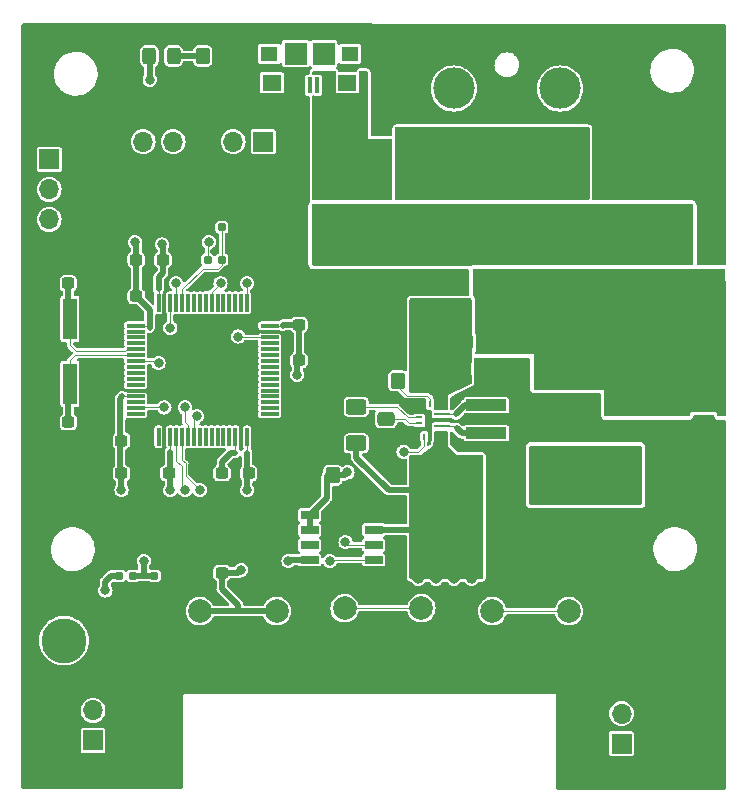
<source format=gbr>
%TF.GenerationSoftware,KiCad,Pcbnew,(7.0.0)*%
%TF.CreationDate,2023-08-10T01:03:10-05:00*%
%TF.ProjectId,Power_Supply,506f7765-725f-4537-9570-706c792e6b69,1*%
%TF.SameCoordinates,Original*%
%TF.FileFunction,Copper,L1,Top*%
%TF.FilePolarity,Positive*%
%FSLAX46Y46*%
G04 Gerber Fmt 4.6, Leading zero omitted, Abs format (unit mm)*
G04 Created by KiCad (PCBNEW (7.0.0)) date 2023-08-10 01:03:10*
%MOMM*%
%LPD*%
G01*
G04 APERTURE LIST*
G04 Aperture macros list*
%AMRoundRect*
0 Rectangle with rounded corners*
0 $1 Rounding radius*
0 $2 $3 $4 $5 $6 $7 $8 $9 X,Y pos of 4 corners*
0 Add a 4 corners polygon primitive as box body*
4,1,4,$2,$3,$4,$5,$6,$7,$8,$9,$2,$3,0*
0 Add four circle primitives for the rounded corners*
1,1,$1+$1,$2,$3*
1,1,$1+$1,$4,$5*
1,1,$1+$1,$6,$7*
1,1,$1+$1,$8,$9*
0 Add four rect primitives between the rounded corners*
20,1,$1+$1,$2,$3,$4,$5,0*
20,1,$1+$1,$4,$5,$6,$7,0*
20,1,$1+$1,$6,$7,$8,$9,0*
20,1,$1+$1,$8,$9,$2,$3,0*%
G04 Aperture macros list end*
%TA.AperFunction,SMDPad,CuDef*%
%ADD10RoundRect,0.250000X0.475000X-0.337500X0.475000X0.337500X-0.475000X0.337500X-0.475000X-0.337500X0*%
%TD*%
%TA.AperFunction,SMDPad,CuDef*%
%ADD11RoundRect,0.237500X-0.300000X-0.237500X0.300000X-0.237500X0.300000X0.237500X-0.300000X0.237500X0*%
%TD*%
%TA.AperFunction,SMDPad,CuDef*%
%ADD12R,1.750000X0.950000*%
%TD*%
%TA.AperFunction,SMDPad,CuDef*%
%ADD13R,1.750000X3.200000*%
%TD*%
%TA.AperFunction,SMDPad,CuDef*%
%ADD14RoundRect,0.250000X0.337500X0.475000X-0.337500X0.475000X-0.337500X-0.475000X0.337500X-0.475000X0*%
%TD*%
%TA.AperFunction,SMDPad,CuDef*%
%ADD15RoundRect,0.237500X0.237500X-0.300000X0.237500X0.300000X-0.237500X0.300000X-0.237500X-0.300000X0*%
%TD*%
%TA.AperFunction,SMDPad,CuDef*%
%ADD16RoundRect,0.250000X-0.700000X0.362500X-0.700000X-0.362500X0.700000X-0.362500X0.700000X0.362500X0*%
%TD*%
%TA.AperFunction,SMDPad,CuDef*%
%ADD17R,0.600000X0.250000*%
%TD*%
%TA.AperFunction,SMDPad,CuDef*%
%ADD18R,0.250000X0.600000*%
%TD*%
%TA.AperFunction,SMDPad,CuDef*%
%ADD19R,1.350000X0.250000*%
%TD*%
%TA.AperFunction,SMDPad,CuDef*%
%ADD20R,1.700000X0.250000*%
%TD*%
%TA.AperFunction,SMDPad,CuDef*%
%ADD21R,0.250000X0.250000*%
%TD*%
%TA.AperFunction,SMDPad,CuDef*%
%ADD22RoundRect,0.237500X-0.237500X0.300000X-0.237500X-0.300000X0.237500X-0.300000X0.237500X0.300000X0*%
%TD*%
%TA.AperFunction,SMDPad,CuDef*%
%ADD23RoundRect,0.225000X0.225000X0.375000X-0.225000X0.375000X-0.225000X-0.375000X0.225000X-0.375000X0*%
%TD*%
%TA.AperFunction,SMDPad,CuDef*%
%ADD24R,0.400000X1.350000*%
%TD*%
%TA.AperFunction,SMDPad,CuDef*%
%ADD25R,1.450000X1.300000*%
%TD*%
%TA.AperFunction,SMDPad,CuDef*%
%ADD26R,1.600000X1.400000*%
%TD*%
%TA.AperFunction,SMDPad,CuDef*%
%ADD27R,1.900000X1.900000*%
%TD*%
%TA.AperFunction,SMDPad,CuDef*%
%ADD28RoundRect,0.250000X-0.337500X-0.475000X0.337500X-0.475000X0.337500X0.475000X-0.337500X0.475000X0*%
%TD*%
%TA.AperFunction,SMDPad,CuDef*%
%ADD29R,1.100000X2.000000*%
%TD*%
%TA.AperFunction,SMDPad,CuDef*%
%ADD30R,0.800000X0.800000*%
%TD*%
%TA.AperFunction,SMDPad,CuDef*%
%ADD31R,3.400000X0.980000*%
%TD*%
%TA.AperFunction,SMDPad,CuDef*%
%ADD32R,2.000000X1.100000*%
%TD*%
%TA.AperFunction,ComponentPad*%
%ADD33R,1.700000X1.700000*%
%TD*%
%TA.AperFunction,ComponentPad*%
%ADD34O,1.700000X1.700000*%
%TD*%
%TA.AperFunction,SMDPad,CuDef*%
%ADD35RoundRect,0.250000X-0.350000X-0.450000X0.350000X-0.450000X0.350000X0.450000X-0.350000X0.450000X0*%
%TD*%
%TA.AperFunction,ComponentPad*%
%ADD36R,4.000000X4.000000*%
%TD*%
%TA.AperFunction,ComponentPad*%
%ADD37C,3.300000*%
%TD*%
%TA.AperFunction,ComponentPad*%
%ADD38C,3.500000*%
%TD*%
%TA.AperFunction,SMDPad,CuDef*%
%ADD39RoundRect,0.160000X-0.197500X-0.160000X0.197500X-0.160000X0.197500X0.160000X-0.197500X0.160000X0*%
%TD*%
%TA.AperFunction,SMDPad,CuDef*%
%ADD40RoundRect,0.250000X0.325000X0.450000X-0.325000X0.450000X-0.325000X-0.450000X0.325000X-0.450000X0*%
%TD*%
%TA.AperFunction,SMDPad,CuDef*%
%ADD41RoundRect,0.237500X0.300000X0.237500X-0.300000X0.237500X-0.300000X-0.237500X0.300000X-0.237500X0*%
%TD*%
%TA.AperFunction,SMDPad,CuDef*%
%ADD42RoundRect,0.250000X0.350000X0.450000X-0.350000X0.450000X-0.350000X-0.450000X0.350000X-0.450000X0*%
%TD*%
%TA.AperFunction,SMDPad,CuDef*%
%ADD43R,1.200000X3.500000*%
%TD*%
%TA.AperFunction,ComponentPad*%
%ADD44C,2.600000*%
%TD*%
%TA.AperFunction,ConnectorPad*%
%ADD45C,3.800000*%
%TD*%
%TA.AperFunction,ComponentPad*%
%ADD46C,2.000000*%
%TD*%
%TA.AperFunction,SMDPad,CuDef*%
%ADD47R,1.525000X0.700000*%
%TD*%
%TA.AperFunction,SMDPad,CuDef*%
%ADD48RoundRect,0.075000X-0.700000X-0.075000X0.700000X-0.075000X0.700000X0.075000X-0.700000X0.075000X0*%
%TD*%
%TA.AperFunction,SMDPad,CuDef*%
%ADD49RoundRect,0.075000X-0.075000X-0.700000X0.075000X-0.700000X0.075000X0.700000X-0.075000X0.700000X0*%
%TD*%
%TA.AperFunction,SMDPad,CuDef*%
%ADD50RoundRect,0.250000X0.625000X-0.400000X0.625000X0.400000X-0.625000X0.400000X-0.625000X-0.400000X0*%
%TD*%
%TA.AperFunction,SMDPad,CuDef*%
%ADD51RoundRect,0.160000X0.197500X0.160000X-0.197500X0.160000X-0.197500X-0.160000X0.197500X-0.160000X0*%
%TD*%
%TA.AperFunction,ViaPad*%
%ADD52C,0.800000*%
%TD*%
%TA.AperFunction,Conductor*%
%ADD53C,0.500000*%
%TD*%
%TA.AperFunction,Conductor*%
%ADD54C,0.090000*%
%TD*%
G04 APERTURE END LIST*
D10*
%TO.P,C4,1*%
%TO.N,GND*%
X138250000Y-83287500D03*
%TO.P,C4,2*%
%TO.N,/Output_circuitry/Vaux*%
X138250000Y-81212500D03*
%TD*%
D11*
%TO.P,C17,1*%
%TO.N,+3.3V*%
X126637500Y-85825000D03*
%TO.P,C17,2*%
%TO.N,GND*%
X128362500Y-85825000D03*
%TD*%
D12*
%TO.P,IC3,1,VIN*%
%TO.N,Main_in*%
X158849999Y-80199999D03*
%TO.P,IC3,2,GND_1*%
%TO.N,GND*%
X158849999Y-82499999D03*
%TO.P,IC3,3,VOUT*%
%TO.N,+3.3V*%
X158849999Y-84799999D03*
D13*
%TO.P,IC3,4,GND_2*%
%TO.N,GND*%
X165149999Y-82499999D03*
%TD*%
D14*
%TO.P,C2,1*%
%TO.N,ADC*%
X141287500Y-85500000D03*
%TO.P,C2,2*%
%TO.N,GND*%
X139212500Y-85500000D03*
%TD*%
D11*
%TO.P,C11,1*%
%TO.N,Net-(D1-K)*%
X163637500Y-63750000D03*
%TO.P,C11,2*%
%TO.N,GND*%
X165362500Y-63750000D03*
%TD*%
D15*
%TO.P,C25,1*%
%TO.N,+3.3V*%
X155500000Y-84362500D03*
%TO.P,C25,2*%
%TO.N,GND*%
X155500000Y-82637500D03*
%TD*%
D16*
%TO.P,FB1,1*%
%TO.N,Net-(D1-K)*%
X157250000Y-66837500D03*
%TO.P,FB1,2*%
%TO.N,Main_in*%
X157250000Y-70162500D03*
%TD*%
D17*
%TO.P,IC1,1,PS/S*%
%TO.N,GND*%
X141073999Y-80599999D03*
%TO.P,IC1,2,PG*%
%TO.N,/Output_circuitry/PG*%
X141073999Y-81099999D03*
%TO.P,IC1,3,VAUX*%
%TO.N,/Output_circuitry/Vaux*%
X141073999Y-81599999D03*
%TO.P,IC1,4,GND*%
%TO.N,GND*%
X141073999Y-82099999D03*
D18*
%TO.P,IC1,5,FB*%
%TO.N,Wiper*%
X141499999Y-82749999D03*
%TO.P,IC1,6,FB2*%
%TO.N,GND*%
X141999999Y-82749999D03*
%TO.P,IC1,7,VOUT_1*%
%TO.N,ADC*%
X142499999Y-82749999D03*
%TO.P,IC1,8,VOUT_2*%
X142999999Y-82749999D03*
D19*
%TO.P,IC1,9,L2*%
%TO.N,/Output_circuitry/L1*%
X142999999Y-81849999D03*
D20*
%TO.P,IC1,10,PGND*%
%TO.N,GND*%
X142824999Y-81349999D03*
D19*
%TO.P,IC1,11,L1*%
%TO.N,/Output_circuitry/L2*%
X142999999Y-80849999D03*
D18*
%TO.P,IC1,12,VIN_1*%
%TO.N,/Output_circuitry/VIN*%
X142999999Y-79949999D03*
%TO.P,IC1,13,VIN_2*%
X142499999Y-79949999D03*
%TO.P,IC1,14,EN*%
%TO.N,/Output_circuitry/EN*%
X141999999Y-79949999D03*
%TO.P,IC1,15,VSEL*%
%TO.N,GND*%
X141499999Y-79949999D03*
D21*
%TO.P,IC1,16*%
%TO.N,/Output_circuitry/VIN*%
X142749999Y-80124999D03*
%TO.P,IC1,17*%
%TO.N,ADC*%
X142749999Y-82574999D03*
%TD*%
D11*
%TO.P,C15,1*%
%TO.N,GND*%
X122637500Y-94250000D03*
%TO.P,C15,2*%
%TO.N,/NRST*%
X124362500Y-94250000D03*
%TD*%
D22*
%TO.P,C27,1*%
%TO.N,Main_in*%
X155500000Y-77887500D03*
%TO.P,C27,2*%
%TO.N,GND*%
X155500000Y-79612500D03*
%TD*%
D11*
%TO.P,C9,1*%
%TO.N,GND*%
X114137500Y-83075000D03*
%TO.P,C9,2*%
%TO.N,+3.3V*%
X115862500Y-83075000D03*
%TD*%
D23*
%TO.P,D3,1,K*%
%TO.N,Net-(D1-K)*%
X133150000Y-65750000D03*
%TO.P,D3,2,A*%
%TO.N,GND*%
X129850000Y-65750000D03*
%TD*%
D24*
%TO.P,J2,1,VBUS*%
%TO.N,/MCU_POWER/USB_OUT*%
X133099999Y-52974999D03*
%TO.P,J2,2,D-*%
%TO.N,unconnected-(J2-D--Pad2)*%
X132449999Y-52974999D03*
%TO.P,J2,3,D+*%
%TO.N,unconnected-(J2-D+-Pad3)*%
X131799999Y-52974999D03*
%TO.P,J2,4,GND*%
%TO.N,GND*%
X131149999Y-52974999D03*
%TO.P,J2,5,Shield*%
X130499999Y-52974999D03*
D25*
%TO.P,J2,MP1*%
%TO.N,N/C*%
X135224999Y-50299999D03*
%TO.P,J2,MP2*%
X128374999Y-50299999D03*
D26*
%TO.P,J2,MP3*%
X134999999Y-52749999D03*
%TO.P,J2,MP4*%
X128599999Y-52749999D03*
D27*
%TO.P,J2,MP5*%
X132999999Y-50299999D03*
%TO.P,J2,MP6*%
X130599999Y-50299999D03*
%TD*%
D28*
%TO.P,C3,1*%
%TO.N,ADC*%
X145462500Y-88750000D03*
%TO.P,C3,2*%
%TO.N,GND*%
X147537500Y-88750000D03*
%TD*%
D29*
%TO.P,D2,1,K*%
%TO.N,Net-(D1-K)*%
X136249999Y-64129999D03*
D30*
%TO.P,D2,2,A*%
%TO.N,/MCU_POWER/USB_OUT*%
X136249999Y-62229999D03*
%TD*%
D31*
%TO.P,L1,1,1*%
%TO.N,/Output_circuitry/L1*%
X146749999Y-82434999D03*
%TO.P,L1,2,2*%
%TO.N,/Output_circuitry/L2*%
X146749999Y-80064999D03*
%TD*%
D14*
%TO.P,C7,1*%
%TO.N,/Output_circuitry/VIN*%
X141287500Y-75500000D03*
%TO.P,C7,2*%
%TO.N,GND*%
X139212500Y-75500000D03*
%TD*%
D32*
%TO.P,D5,1,K*%
%TO.N,/Output_circuitry/VIN*%
X144619999Y-74749999D03*
D30*
%TO.P,D5,2,A*%
%TO.N,Main_in*%
X146519999Y-74749999D03*
%TD*%
D33*
%TO.P,J10,1,Pin_1*%
%TO.N,ADC*%
X113454999Y-108444999D03*
D34*
%TO.P,J10,2,Pin_2*%
X113454999Y-105904999D03*
%TO.P,J10,3,Pin_3*%
%TO.N,GND*%
X115994999Y-108444999D03*
%TO.P,J10,4,Pin_4*%
X115994999Y-105904999D03*
%TD*%
D11*
%TO.P,C14,1*%
%TO.N,GND*%
X109637500Y-81500000D03*
%TO.P,C14,2*%
%TO.N,Net-(U1-PH1)*%
X111362500Y-81500000D03*
%TD*%
D35*
%TO.P,R4,1*%
%TO.N,Net-(D4-K)*%
X122750000Y-50500000D03*
%TO.P,R4,2*%
%TO.N,GND*%
X124750000Y-50500000D03*
%TD*%
D15*
%TO.P,C10,1*%
%TO.N,+3.3V*%
X152250000Y-84362500D03*
%TO.P,C10,2*%
%TO.N,GND*%
X152250000Y-82637500D03*
%TD*%
D36*
%TO.P,J1,1*%
%TO.N,/MCU_POWER/JACK_OUT*%
X148499999Y-60249999D03*
D37*
%TO.P,J1,2*%
%TO.N,GND*%
X148500000Y-54250000D03*
D38*
%TO.P,J1,MP*%
%TO.N,N/C*%
X153000000Y-53250000D03*
X144000000Y-53250000D03*
%TD*%
D39*
%TO.P,R5,1*%
%TO.N,ADC*%
X115652500Y-94500000D03*
%TO.P,R5,2*%
%TO.N,Net-(U1-PA1)*%
X116847500Y-94500000D03*
%TD*%
D40*
%TO.P,D4,1,K*%
%TO.N,Net-(D4-K)*%
X120275000Y-50500000D03*
%TO.P,D4,2,A*%
%TO.N,+3.3V*%
X118225000Y-50500000D03*
%TD*%
D28*
%TO.P,C8,1*%
%TO.N,/Output_circuitry/VIN*%
X144212500Y-77000000D03*
%TO.P,C8,2*%
%TO.N,GND*%
X146287500Y-77000000D03*
%TD*%
D11*
%TO.P,C18,1*%
%TO.N,+3.3V*%
X130887500Y-73250000D03*
%TO.P,C18,2*%
%TO.N,GND*%
X132612500Y-73250000D03*
%TD*%
D41*
%TO.P,C23,1*%
%TO.N,+3.3V*%
X119862500Y-85825000D03*
%TO.P,C23,2*%
%TO.N,GND*%
X118137500Y-85825000D03*
%TD*%
D11*
%TO.P,C20,1*%
%TO.N,+3.3V*%
X119387500Y-67750000D03*
%TO.P,C20,2*%
%TO.N,GND*%
X121112500Y-67750000D03*
%TD*%
D33*
%TO.P,J3,1,Pin_1*%
%TO.N,+3.3V*%
X109749999Y-59249999D03*
D34*
%TO.P,J3,2,Pin_2*%
%TO.N,SCL*%
X109749999Y-61789999D03*
%TO.P,J3,3,Pin_3*%
%TO.N,SDA*%
X109749999Y-64329999D03*
%TO.P,J3,4,Pin_4*%
%TO.N,GND*%
X109749999Y-66869999D03*
%TD*%
D42*
%TO.P,R8,1*%
%TO.N,Wiper*%
X133750000Y-86000000D03*
%TO.P,R8,2*%
%TO.N,GND*%
X131750000Y-86000000D03*
%TD*%
D39*
%TO.P,R7,1*%
%TO.N,+3.3V*%
X123152500Y-67750000D03*
%TO.P,R7,2*%
%TO.N,/BOOT*%
X124347500Y-67750000D03*
%TD*%
D11*
%TO.P,C13,1*%
%TO.N,GND*%
X109637500Y-69750000D03*
%TO.P,C13,2*%
%TO.N,Net-(U1-PH0)*%
X111362500Y-69750000D03*
%TD*%
D43*
%TO.P,Y1,1,1*%
%TO.N,Net-(U1-PH1)*%
X111499999Y-78249999D03*
%TO.P,Y1,2,2*%
%TO.N,Net-(U1-PH0)*%
X111499999Y-72749999D03*
%TD*%
D44*
%TO.P,H5,1,1*%
%TO.N,ADC*%
X111000000Y-100000000D03*
D45*
X111000000Y-100000000D03*
%TD*%
D11*
%TO.P,C24,1*%
%TO.N,Net-(D1-K)*%
X163637500Y-66750000D03*
%TO.P,C24,2*%
%TO.N,GND*%
X165362500Y-66750000D03*
%TD*%
D35*
%TO.P,R2,1*%
%TO.N,/Output_circuitry/EN*%
X139250000Y-78000000D03*
%TO.P,R2,2*%
%TO.N,/Output_circuitry/VIN*%
X141250000Y-78000000D03*
%TD*%
D11*
%TO.P,C16,1*%
%TO.N,GND*%
X122637500Y-85825000D03*
%TO.P,C16,2*%
%TO.N,/VCAP*%
X124362500Y-85825000D03*
%TD*%
D41*
%TO.P,C21,1*%
%TO.N,+3.3V*%
X117112500Y-67750000D03*
%TO.P,C21,2*%
%TO.N,GND*%
X115387500Y-67750000D03*
%TD*%
D29*
%TO.P,D1,1,K*%
%TO.N,Net-(D1-K)*%
X140249999Y-64129999D03*
D30*
%TO.P,D1,2,A*%
%TO.N,/MCU_POWER/JACK_OUT*%
X140249999Y-62229999D03*
%TD*%
D11*
%TO.P,C12,1*%
%TO.N,GND*%
X114137500Y-85825000D03*
%TO.P,C12,2*%
%TO.N,+3.3V*%
X115862500Y-85825000D03*
%TD*%
D28*
%TO.P,C1,1*%
%TO.N,ADC*%
X145462500Y-85500000D03*
%TO.P,C1,2*%
%TO.N,GND*%
X147537500Y-85500000D03*
%TD*%
D46*
%TO.P,SW1,1,1*%
%TO.N,GND*%
X129000000Y-102000000D03*
X122500000Y-102000000D03*
%TO.P,SW1,2,2*%
%TO.N,/NRST*%
X129000000Y-97500000D03*
X122500000Y-97500000D03*
%TD*%
D47*
%TO.P,IC2,1,~{PU}*%
%TO.N,PU*%
X137211999Y-93154999D03*
%TO.P,IC2,2,~{PD}*%
%TO.N,PD*%
X137211999Y-91884999D03*
%TO.P,IC2,3,RH*%
%TO.N,ADC*%
X137211999Y-90614999D03*
%TO.P,IC2,4,VSS*%
%TO.N,GND*%
X137211999Y-89344999D03*
%TO.P,IC2,5,RW*%
%TO.N,Wiper*%
X131787999Y-89344999D03*
%TO.P,IC2,6,RL*%
X131787999Y-90614999D03*
%TO.P,IC2,7,NC*%
%TO.N,unconnected-(IC2-NC-Pad7)*%
X131787999Y-91884999D03*
%TO.P,IC2,8,VCC*%
%TO.N,+3.3V*%
X131787999Y-93154999D03*
%TD*%
D14*
%TO.P,C5,1*%
%TO.N,ADC*%
X141287500Y-88750000D03*
%TO.P,C5,2*%
%TO.N,GND*%
X139212500Y-88750000D03*
%TD*%
%TO.P,C6,1*%
%TO.N,/Output_circuitry/VIN*%
X141287500Y-72750000D03*
%TO.P,C6,2*%
%TO.N,GND*%
X139212500Y-72750000D03*
%TD*%
D46*
%TO.P,SW3,1,1*%
%TO.N,POT_BTN_DWN*%
X134750000Y-97250000D03*
X141250000Y-97250000D03*
%TO.P,SW3,2,2*%
%TO.N,GND*%
X134750000Y-101750000D03*
X141250000Y-101750000D03*
%TD*%
D48*
%TO.P,U1,1,VBAT*%
%TO.N,+3.3V*%
X117075000Y-73325000D03*
%TO.P,U1,2,PC13*%
%TO.N,unconnected-(U1-PC13-Pad2)*%
X117075000Y-73825000D03*
%TO.P,U1,3,PC14*%
%TO.N,unconnected-(U1-PC14-Pad3)*%
X117075000Y-74325000D03*
%TO.P,U1,4,PC15*%
%TO.N,unconnected-(U1-PC15-Pad4)*%
X117075000Y-74825000D03*
%TO.P,U1,5,PH0*%
%TO.N,Net-(U1-PH0)*%
X117075000Y-75325000D03*
%TO.P,U1,6,PH1*%
%TO.N,Net-(U1-PH1)*%
X117075000Y-75825000D03*
%TO.P,U1,7,NRST*%
%TO.N,/NRST*%
X117075000Y-76325000D03*
%TO.P,U1,8,PC0*%
%TO.N,unconnected-(U1-PC0-Pad8)*%
X117075000Y-76825000D03*
%TO.P,U1,9,PC1*%
%TO.N,unconnected-(U1-PC1-Pad9)*%
X117075000Y-77325000D03*
%TO.P,U1,10,PC2*%
%TO.N,unconnected-(U1-PC2-Pad10)*%
X117075000Y-77825000D03*
%TO.P,U1,11,PC3*%
%TO.N,unconnected-(U1-PC3-Pad11)*%
X117075000Y-78325000D03*
%TO.P,U1,12,VSSA*%
%TO.N,GND*%
X117075000Y-78825000D03*
%TO.P,U1,13,VREF+*%
%TO.N,+3.3V*%
X117075000Y-79325000D03*
%TO.P,U1,14,PA0*%
%TO.N,unconnected-(U1-PA0-Pad14)*%
X117075000Y-79825000D03*
%TO.P,U1,15,PA1*%
%TO.N,Net-(U1-PA1)*%
X117075000Y-80325000D03*
%TO.P,U1,16,PA2*%
%TO.N,unconnected-(U1-PA2-Pad16)*%
X117075000Y-80825000D03*
D49*
%TO.P,U1,17,PA3*%
%TO.N,unconnected-(U1-PA3-Pad17)*%
X119000000Y-82750000D03*
%TO.P,U1,18,VSS*%
%TO.N,GND*%
X119500000Y-82750000D03*
%TO.P,U1,19,VDD*%
%TO.N,+3.3V*%
X120000000Y-82750000D03*
%TO.P,U1,20,PA4*%
%TO.N,PU*%
X120500000Y-82750000D03*
%TO.P,U1,21,PA5*%
%TO.N,PD*%
X121000000Y-82750000D03*
%TO.P,U1,22,PA6*%
%TO.N,POT_BTN_UP*%
X121500000Y-82750000D03*
%TO.P,U1,23,PA7*%
%TO.N,POT_BTN_DWN*%
X122000000Y-82750000D03*
%TO.P,U1,24,PC4*%
%TO.N,unconnected-(U1-PC4-Pad24)*%
X122500000Y-82750000D03*
%TO.P,U1,25,PC5*%
%TO.N,unconnected-(U1-PC5-Pad25)*%
X123000000Y-82750000D03*
%TO.P,U1,26,PB0*%
%TO.N,unconnected-(U1-PB0-Pad26)*%
X123500000Y-82750000D03*
%TO.P,U1,27,PB1*%
%TO.N,unconnected-(U1-PB1-Pad27)*%
X124000000Y-82750000D03*
%TO.P,U1,28,PB2*%
%TO.N,unconnected-(U1-PB2-Pad28)*%
X124500000Y-82750000D03*
%TO.P,U1,29,PB10*%
%TO.N,unconnected-(U1-PB10-Pad29)*%
X125000000Y-82750000D03*
%TO.P,U1,30,VCAP1*%
%TO.N,/VCAP*%
X125500000Y-82750000D03*
%TO.P,U1,31,VSS*%
%TO.N,GND*%
X126000000Y-82750000D03*
%TO.P,U1,32,VDD*%
%TO.N,+3.3V*%
X126500000Y-82750000D03*
D48*
%TO.P,U1,33,PB12*%
%TO.N,unconnected-(U1-PB12-Pad33)*%
X128425000Y-80825000D03*
%TO.P,U1,34,PB13*%
%TO.N,unconnected-(U1-PB13-Pad34)*%
X128425000Y-80325000D03*
%TO.P,U1,35,PB14*%
%TO.N,unconnected-(U1-PB14-Pad35)*%
X128425000Y-79825000D03*
%TO.P,U1,36,PB15*%
%TO.N,unconnected-(U1-PB15-Pad36)*%
X128425000Y-79325000D03*
%TO.P,U1,37,PC6*%
%TO.N,unconnected-(U1-PC6-Pad37)*%
X128425000Y-78825000D03*
%TO.P,U1,38,PC7*%
%TO.N,unconnected-(U1-PC7-Pad38)*%
X128425000Y-78325000D03*
%TO.P,U1,39,PC8*%
%TO.N,unconnected-(U1-PC8-Pad39)*%
X128425000Y-77825000D03*
%TO.P,U1,40,PC9*%
%TO.N,unconnected-(U1-PC9-Pad40)*%
X128425000Y-77325000D03*
%TO.P,U1,41,PA8*%
%TO.N,unconnected-(U1-PA8-Pad41)*%
X128425000Y-76825000D03*
%TO.P,U1,42,PA9*%
%TO.N,unconnected-(U1-PA9-Pad42)*%
X128425000Y-76325000D03*
%TO.P,U1,43,PA10*%
%TO.N,unconnected-(U1-PA10-Pad43)*%
X128425000Y-75825000D03*
%TO.P,U1,44,PA11*%
%TO.N,unconnected-(U1-PA11-Pad44)*%
X128425000Y-75325000D03*
%TO.P,U1,45,PA12*%
%TO.N,unconnected-(U1-PA12-Pad45)*%
X128425000Y-74825000D03*
%TO.P,U1,46,PA13*%
%TO.N,SWDIO*%
X128425000Y-74325000D03*
%TO.P,U1,47,VSS*%
%TO.N,GND*%
X128425000Y-73825000D03*
%TO.P,U1,48,VDD*%
%TO.N,+3.3V*%
X128425000Y-73325000D03*
D49*
%TO.P,U1,49,PA14*%
%TO.N,SWCLK*%
X126500000Y-71400000D03*
%TO.P,U1,50,PA15*%
%TO.N,unconnected-(U1-PA15-Pad50)*%
X126000000Y-71400000D03*
%TO.P,U1,51,PC10*%
%TO.N,unconnected-(U1-PC10-Pad51)*%
X125500000Y-71400000D03*
%TO.P,U1,52,PC11*%
%TO.N,unconnected-(U1-PC11-Pad52)*%
X125000000Y-71400000D03*
%TO.P,U1,53,PC12*%
%TO.N,unconnected-(U1-PC12-Pad53)*%
X124500000Y-71400000D03*
%TO.P,U1,54,PD2*%
%TO.N,unconnected-(U1-PD2-Pad54)*%
X124000000Y-71400000D03*
%TO.P,U1,55,PB3*%
%TO.N,SWO*%
X123500000Y-71400000D03*
%TO.P,U1,56,PB4*%
%TO.N,unconnected-(U1-PB4-Pad56)*%
X123000000Y-71400000D03*
%TO.P,U1,57,PB5*%
%TO.N,unconnected-(U1-PB5-Pad57)*%
X122500000Y-71400000D03*
%TO.P,U1,58,PB6*%
%TO.N,unconnected-(U1-PB6-Pad58)*%
X122000000Y-71400000D03*
%TO.P,U1,59,PB7*%
%TO.N,unconnected-(U1-PB7-Pad59)*%
X121500000Y-71400000D03*
%TO.P,U1,60,BOOT0*%
%TO.N,/BOOT*%
X121000000Y-71400000D03*
%TO.P,U1,61,PB8*%
%TO.N,SCL*%
X120500000Y-71400000D03*
%TO.P,U1,62,PB9*%
%TO.N,SDA*%
X120000000Y-71400000D03*
%TO.P,U1,63,VSS*%
%TO.N,GND*%
X119500000Y-71400000D03*
%TO.P,U1,64,VDD*%
%TO.N,+3.3V*%
X119000000Y-71400000D03*
%TD*%
D46*
%TO.P,SW2,1,1*%
%TO.N,POT_BTN_UP*%
X147250000Y-97500000D03*
X153750000Y-97500000D03*
%TO.P,SW2,2,2*%
%TO.N,GND*%
X147250000Y-102000000D03*
X153750000Y-102000000D03*
%TD*%
D44*
%TO.P,H6,1,1*%
%TO.N,GND*%
X116250000Y-100000000D03*
D45*
X116250000Y-100000000D03*
%TD*%
D39*
%TO.P,R3,1*%
%TO.N,GND*%
X123152500Y-65000000D03*
%TO.P,R3,2*%
%TO.N,/BOOT*%
X124347500Y-65000000D03*
%TD*%
D50*
%TO.P,R1,1*%
%TO.N,ADC*%
X135750000Y-83300000D03*
%TO.P,R1,2*%
%TO.N,/Output_circuitry/PG*%
X135750000Y-80200000D03*
%TD*%
D33*
%TO.P,J4,1,Pin_1*%
%TO.N,+3.3V*%
X127869999Y-57749999D03*
D34*
%TO.P,J4,2,Pin_2*%
%TO.N,SWCLK*%
X125329999Y-57749999D03*
%TO.P,J4,3,Pin_3*%
%TO.N,GND*%
X122789999Y-57749999D03*
%TO.P,J4,4,Pin_4*%
%TO.N,SWDIO*%
X120249999Y-57749999D03*
%TO.P,J4,5,Pin_5*%
%TO.N,SWO*%
X117709999Y-57749999D03*
%TD*%
D22*
%TO.P,C26,1*%
%TO.N,Main_in*%
X152250000Y-77887500D03*
%TO.P,C26,2*%
%TO.N,GND*%
X152250000Y-79612500D03*
%TD*%
D41*
%TO.P,C22,1*%
%TO.N,+3.3V*%
X117112500Y-70825000D03*
%TO.P,C22,2*%
%TO.N,GND*%
X115387500Y-70825000D03*
%TD*%
D51*
%TO.P,R6,1*%
%TO.N,GND*%
X119847500Y-94500000D03*
%TO.P,R6,2*%
%TO.N,Net-(U1-PA1)*%
X118652500Y-94500000D03*
%TD*%
D33*
%TO.P,J5,1,Pin_1*%
%TO.N,ADC*%
X158199999Y-108709999D03*
D34*
%TO.P,J5,2,Pin_2*%
X158199999Y-106169999D03*
%TO.P,J5,3,Pin_3*%
%TO.N,GND*%
X160739999Y-108709999D03*
%TO.P,J5,4,Pin_4*%
X160739999Y-106169999D03*
%TD*%
D11*
%TO.P,C19,1*%
%TO.N,+3.3V*%
X130887500Y-76250000D03*
%TO.P,C19,2*%
%TO.N,GND*%
X132612500Y-76250000D03*
%TD*%
D52*
%TO.N,Net-(U1-PA1)*%
X119500000Y-80250000D03*
X117750000Y-93250000D03*
%TO.N,+3.3V*%
X151500000Y-86500000D03*
X151500000Y-87750000D03*
X156500000Y-87750000D03*
X152750000Y-86500000D03*
X159000000Y-87750000D03*
X154000000Y-87750000D03*
X130749999Y-77500000D03*
X115862500Y-87250000D03*
X157750000Y-86500000D03*
X152750000Y-87750000D03*
X159000000Y-86500000D03*
X126500000Y-87250000D03*
X130000000Y-93250000D03*
X123250000Y-66250000D03*
X157750000Y-87750000D03*
X117000000Y-66250000D03*
X118250000Y-52500000D03*
X156500000Y-86500000D03*
X154000000Y-86500000D03*
X155250000Y-86500000D03*
X119294269Y-66455731D03*
X120000000Y-87250000D03*
X155250000Y-87750000D03*
%TO.N,/NRST*%
X126000000Y-94000000D03*
X119000000Y-76500000D03*
%TO.N,Wiper*%
X139750000Y-84000000D03*
X135000000Y-85750000D03*
%TO.N,PU*%
X121250000Y-87250000D03*
X133500000Y-93250000D03*
%TO.N,PD*%
X122500000Y-87250000D03*
X134830731Y-91669269D03*
%TO.N,SCL*%
X120500000Y-69750000D03*
%TO.N,SDA*%
X120000000Y-73500000D03*
%TO.N,SWCLK*%
X126500000Y-69750000D03*
%TO.N,SWDIO*%
X125750000Y-74250000D03*
%TO.N,SWO*%
X124250000Y-69750000D03*
%TO.N,POT_BTN_UP*%
X121250000Y-80250000D03*
%TO.N,POT_BTN_DWN*%
X122250000Y-81000000D03*
%TO.N,ADC*%
X144000000Y-94750000D03*
X145500000Y-94750000D03*
X141000000Y-94750000D03*
X144000000Y-93500000D03*
X142500000Y-94750000D03*
X141000000Y-93500000D03*
X145500000Y-93500000D03*
X114500000Y-95750000D03*
X142500000Y-93500000D03*
%TD*%
D53*
%TO.N,Net-(U1-PA1)*%
X117750000Y-94500000D02*
X117750000Y-93250000D01*
X117750000Y-94500000D02*
X118652500Y-94500000D01*
X116847500Y-94500000D02*
X117750000Y-94500000D01*
D54*
X117075000Y-80325000D02*
X117150000Y-80250000D01*
X117150000Y-80250000D02*
X119500000Y-80250000D01*
%TO.N,/Output_circuitry/Vaux*%
X140189878Y-81600000D02*
X139839878Y-81250000D01*
X141074000Y-81600000D02*
X140189878Y-81600000D01*
X139839878Y-81250000D02*
X138287500Y-81250000D01*
X138287500Y-81250000D02*
X138250000Y-81212500D01*
D53*
%TO.N,+3.3V*%
X118250000Y-71962501D02*
X118250000Y-73500000D01*
X117112499Y-70825000D02*
X117112499Y-69362499D01*
X129575000Y-73250000D02*
X129500000Y-73325000D01*
X130887500Y-73250000D02*
X129575000Y-73250000D01*
D54*
X128425000Y-73325000D02*
X129500000Y-73325000D01*
D53*
X119387500Y-66548962D02*
X119294269Y-66455731D01*
D54*
X117075000Y-73325000D02*
X118075000Y-73325000D01*
D53*
X120000000Y-85712500D02*
X120000000Y-84000000D01*
X118225000Y-50500000D02*
X118250000Y-50525000D01*
X115750000Y-79500000D02*
X115925001Y-79324999D01*
D54*
X115925002Y-79325000D02*
X115925001Y-79324999D01*
D53*
X119387500Y-67750000D02*
X119387500Y-66548962D01*
X115750000Y-85712500D02*
X115750000Y-79500000D01*
X130887500Y-76250000D02*
X130749999Y-76387501D01*
X117112500Y-67750000D02*
X117112500Y-69749999D01*
X117112499Y-70825000D02*
X118250000Y-71962501D01*
X126500000Y-84075000D02*
X126500000Y-87250000D01*
D54*
X117075000Y-79325000D02*
X115925002Y-79325000D01*
D53*
X119000000Y-69250000D02*
X119000000Y-70250000D01*
X119387500Y-67750000D02*
X119387500Y-68862500D01*
X115862500Y-85825000D02*
X115862500Y-87362500D01*
X119387500Y-68862500D02*
X119000000Y-69250000D01*
X117112500Y-66362500D02*
X117000000Y-66250000D01*
D54*
X123152500Y-66347500D02*
X123250000Y-66250000D01*
X119000000Y-71400000D02*
X119000000Y-70250000D01*
D53*
X117112500Y-67750000D02*
X117112500Y-66362500D01*
X130095000Y-93155000D02*
X130000000Y-93250000D01*
D54*
X126500000Y-82750000D02*
X126500000Y-84075000D01*
D53*
X131788000Y-93155000D02*
X130095000Y-93155000D01*
X130887500Y-73250000D02*
X130887500Y-76250000D01*
X130749999Y-76387501D02*
X130749999Y-77500000D01*
X120000000Y-87250000D02*
X120000000Y-85962500D01*
X120000000Y-85962500D02*
X119862500Y-85825000D01*
D54*
X123152500Y-67750000D02*
X123152500Y-66347500D01*
X120000000Y-82750000D02*
X120000000Y-84000000D01*
D53*
X118250000Y-50525000D02*
X118250000Y-52500000D01*
D54*
X118075000Y-73325000D02*
X118250000Y-73500000D01*
D53*
%TO.N,Net-(U1-PH0)*%
X111362500Y-69750000D02*
X111362500Y-72612500D01*
D54*
X111500000Y-72750000D02*
X111500000Y-75000000D01*
X116347452Y-75325000D02*
X117075000Y-75325000D01*
X111500000Y-75000000D02*
X112000000Y-75500000D01*
X116172452Y-75500000D02*
X116347452Y-75325000D01*
X112000000Y-75500000D02*
X116172452Y-75500000D01*
D53*
X111362500Y-72612500D02*
X111500000Y-72750000D01*
D54*
%TO.N,Net-(U1-PH1)*%
X117075000Y-75825000D02*
X111925000Y-75825000D01*
D53*
X111362500Y-78387500D02*
X111500000Y-78250000D01*
D54*
X111925000Y-75825000D02*
X111500000Y-76250000D01*
X111500000Y-76250000D02*
X111500000Y-78250000D01*
D53*
X111362500Y-81500000D02*
X111362500Y-78387500D01*
%TO.N,/NRST*%
X125750000Y-97500000D02*
X129000000Y-97500000D01*
D54*
X118825000Y-76325000D02*
X119000000Y-76500000D01*
X117075000Y-76325000D02*
X118825000Y-76325000D01*
D53*
X125750000Y-94250000D02*
X126000000Y-94000000D01*
X122500000Y-97500000D02*
X125750000Y-97500000D01*
X125750000Y-97000000D02*
X124362500Y-95612500D01*
X124362500Y-94250000D02*
X125750000Y-94250000D01*
X124362500Y-95612500D02*
X124362500Y-94250000D01*
X125750000Y-97500000D02*
X125750000Y-97000000D01*
%TO.N,/VCAP*%
X124362500Y-85825000D02*
X124362500Y-84887500D01*
X124362500Y-84887500D02*
X125175000Y-84075000D01*
X125175000Y-84075000D02*
X125500000Y-84075000D01*
D54*
X125500000Y-82750000D02*
X125500000Y-84075000D01*
D53*
%TO.N,Net-(D4-K)*%
X120275000Y-50500000D02*
X122750000Y-50500000D01*
D54*
%TO.N,/Output_circuitry/EN*%
X140000000Y-79250000D02*
X139250000Y-78500000D01*
X141715000Y-79250000D02*
X140000000Y-79250000D01*
X142000000Y-79950000D02*
X142000000Y-79535000D01*
X142000000Y-79535000D02*
X141715000Y-79250000D01*
X139250000Y-78500000D02*
X139250000Y-78000000D01*
%TO.N,/Output_circuitry/PG*%
X141074000Y-81100000D02*
X140100000Y-81100000D01*
X140100000Y-81100000D02*
X139200000Y-80200000D01*
X139200000Y-80200000D02*
X135750000Y-80200000D01*
%TO.N,Wiper*%
X141000000Y-84000000D02*
X139750000Y-84000000D01*
D53*
X133347500Y-86000000D02*
X134750000Y-86000000D01*
X133250000Y-86097500D02*
X133347500Y-86000000D01*
X131788000Y-89345000D02*
X133250000Y-87883000D01*
X134750000Y-86000000D02*
X135000000Y-85750000D01*
D54*
X141500000Y-82750000D02*
X141500000Y-83500000D01*
X141500000Y-83500000D02*
X141000000Y-84000000D01*
D53*
X131788000Y-90615000D02*
X131788000Y-89345000D01*
X133250000Y-87883000D02*
X133250000Y-86097500D01*
%TO.N,/Output_circuitry/L1*%
X146750000Y-82435000D02*
X144685000Y-82435000D01*
D54*
X143000000Y-81850000D02*
X144100000Y-81850000D01*
D53*
X144685000Y-82435000D02*
X144250000Y-82000000D01*
D54*
%TO.N,/Output_circuitry/L2*%
X143000000Y-80850000D02*
X144149999Y-80850001D01*
D53*
X144935000Y-80065000D02*
X144149999Y-80850001D01*
X146750000Y-80065000D02*
X144935000Y-80065000D01*
D54*
%TO.N,PU*%
X120500000Y-82750000D02*
X120500000Y-84750000D01*
X137212000Y-93155000D02*
X133595000Y-93155000D01*
X121000000Y-85250000D02*
X121000000Y-87000000D01*
X120500000Y-84750000D02*
X121000000Y-85250000D01*
X133595000Y-93155000D02*
X133500000Y-93250000D01*
X121000000Y-87000000D02*
X121250000Y-87250000D01*
%TO.N,PD*%
X135046462Y-91885000D02*
X134830731Y-91669269D01*
X121289501Y-86039501D02*
X122500000Y-87250000D01*
X121289501Y-85000000D02*
X121289501Y-86039501D01*
X137212000Y-91885000D02*
X135046462Y-91885000D01*
X121000000Y-84710499D02*
X121289501Y-85000000D01*
X121000000Y-82750000D02*
X121000000Y-84710499D01*
%TO.N,SCL*%
X120500000Y-71400000D02*
X120500000Y-69750000D01*
%TO.N,SDA*%
X120000000Y-73500000D02*
X120000000Y-71400000D01*
%TO.N,SWCLK*%
X126500000Y-71400000D02*
X126500000Y-69750000D01*
%TO.N,SWDIO*%
X128425000Y-74325000D02*
X125825000Y-74325000D01*
X125825000Y-74325000D02*
X125750000Y-74250000D01*
%TO.N,SWO*%
X123500000Y-70500000D02*
X124250000Y-69750000D01*
X123500000Y-71400000D02*
X123500000Y-70500000D01*
%TO.N,/BOOT*%
X122750000Y-68500000D02*
X124000000Y-68500000D01*
X121000000Y-70250000D02*
X122750000Y-68500000D01*
X124347500Y-67750000D02*
X124347500Y-65000000D01*
X124347500Y-68152500D02*
X124347500Y-67750000D01*
X121000000Y-71400000D02*
X121000000Y-70250000D01*
X124000000Y-68500000D02*
X124347500Y-68152500D01*
%TO.N,POT_BTN_UP*%
X121250000Y-81500000D02*
X121500000Y-81750000D01*
X121250000Y-80250000D02*
X121250000Y-81500000D01*
X153750000Y-97500000D02*
X147250000Y-97500000D01*
X121500000Y-81750000D02*
X121500000Y-82750000D01*
%TO.N,POT_BTN_DWN*%
X141250000Y-97250000D02*
X134750000Y-97250000D01*
X122000000Y-82750000D02*
X122000000Y-81250000D01*
X122000000Y-81250000D02*
X122250000Y-81000000D01*
D53*
%TO.N,ADC*%
X114750000Y-94750000D02*
X114500000Y-95000000D01*
X115652500Y-94500000D02*
X115000000Y-94500000D01*
X141385000Y-90615000D02*
X141500000Y-90500000D01*
X137212000Y-90615000D02*
X141385000Y-90615000D01*
X114500000Y-95000000D02*
X114500000Y-95750000D01*
X135750000Y-83300000D02*
X135750000Y-84500000D01*
X138500000Y-87250000D02*
X142000000Y-87250000D01*
X135750000Y-84500000D02*
X138500000Y-87250000D01*
X115000000Y-94500000D02*
X114750000Y-94750000D01*
%TD*%
%TA.AperFunction,Conductor*%
%TO.N,/MCU_POWER/USB_OUT*%
G36*
X133991076Y-51767642D02*
G01*
X134036685Y-51815547D01*
X134051178Y-51880085D01*
X134030429Y-51942889D01*
X134011133Y-51971769D01*
X134008750Y-51983745D01*
X134008750Y-51983747D01*
X134000689Y-52024271D01*
X134000688Y-52024277D01*
X133999500Y-52030252D01*
X133999500Y-53469748D01*
X134011133Y-53528231D01*
X134055448Y-53594552D01*
X134121769Y-53638867D01*
X134180252Y-53650500D01*
X135813652Y-53650500D01*
X135819748Y-53650500D01*
X135878231Y-53638867D01*
X135944552Y-53594552D01*
X135988867Y-53528231D01*
X136000500Y-53469748D01*
X136000500Y-52030252D01*
X135988867Y-51971769D01*
X135969570Y-51942889D01*
X135948822Y-51880085D01*
X135963315Y-51815547D01*
X136008924Y-51767642D01*
X136072673Y-51750000D01*
X136626000Y-51750000D01*
X136688000Y-51766613D01*
X136733387Y-51812000D01*
X136750000Y-51874000D01*
X136750000Y-57500000D01*
X138670500Y-57500000D01*
X138732500Y-57516613D01*
X138777887Y-57562000D01*
X138794500Y-57624000D01*
X138794500Y-62570500D01*
X138777887Y-62632500D01*
X138732500Y-62677887D01*
X138670500Y-62694500D01*
X132124000Y-62694500D01*
X132062000Y-62677887D01*
X132016613Y-62632500D01*
X132000000Y-62570500D01*
X132000000Y-53951546D01*
X132009436Y-53904100D01*
X132036309Y-53863875D01*
X132071814Y-53840143D01*
X132078231Y-53838867D01*
X132083406Y-53835408D01*
X132124987Y-53827132D01*
X132166586Y-53835404D01*
X132171769Y-53838867D01*
X132230252Y-53850500D01*
X132663652Y-53850500D01*
X132669748Y-53850500D01*
X132728231Y-53838867D01*
X132794552Y-53794552D01*
X132838867Y-53728231D01*
X132850500Y-53669748D01*
X132850500Y-52280252D01*
X132838867Y-52221769D01*
X132794552Y-52155448D01*
X132728231Y-52111133D01*
X132716253Y-52108750D01*
X132716252Y-52108750D01*
X132675728Y-52100689D01*
X132675723Y-52100688D01*
X132669748Y-52099500D01*
X132230252Y-52099500D01*
X132224277Y-52100688D01*
X132224271Y-52100689D01*
X132183746Y-52108750D01*
X132183743Y-52108751D01*
X132171769Y-52111133D01*
X132166583Y-52114597D01*
X132125062Y-52122867D01*
X132083455Y-52114624D01*
X132078231Y-52111133D01*
X132071874Y-52109868D01*
X132036379Y-52086196D01*
X132009455Y-52045946D01*
X132000000Y-51998454D01*
X132000000Y-51874000D01*
X132016613Y-51812000D01*
X132062000Y-51766613D01*
X132124000Y-51750000D01*
X133927327Y-51750000D01*
X133991076Y-51767642D01*
G37*
%TD.AperFunction*%
%TD*%
%TA.AperFunction,Conductor*%
%TO.N,/MCU_POWER/JACK_OUT*%
G36*
X155438000Y-56516613D02*
G01*
X155483387Y-56562000D01*
X155500000Y-56624000D01*
X155500000Y-62570500D01*
X155483387Y-62632500D01*
X155438000Y-62677887D01*
X155376000Y-62694500D01*
X139124000Y-62694500D01*
X139062000Y-62677887D01*
X139016613Y-62632500D01*
X139000000Y-62570500D01*
X139000000Y-56624000D01*
X139016613Y-56562000D01*
X139062000Y-56516613D01*
X139124000Y-56500000D01*
X155376000Y-56500000D01*
X155438000Y-56516613D01*
G37*
%TD.AperFunction*%
%TD*%
%TA.AperFunction,Conductor*%
%TO.N,GND*%
G36*
X114047623Y-95041719D02*
G01*
X114047623Y-95041723D01*
X114047276Y-95051010D01*
X114049071Y-95057712D01*
X114049500Y-95065342D01*
X114049500Y-95308581D01*
X114042919Y-95348439D01*
X114023876Y-95384067D01*
X113980411Y-95440711D01*
X113980408Y-95440714D01*
X113975464Y-95447159D01*
X113972355Y-95454662D01*
X113972354Y-95454666D01*
X113918066Y-95585728D01*
X113918064Y-95585733D01*
X113914956Y-95593238D01*
X113913896Y-95601289D01*
X113913894Y-95601297D01*
X113902483Y-95687979D01*
X113894318Y-95750000D01*
X113895379Y-95758059D01*
X113913894Y-95898702D01*
X113913895Y-95898708D01*
X113914956Y-95906762D01*
X113918065Y-95914268D01*
X113918066Y-95914271D01*
X113944156Y-95977257D01*
X113975464Y-96052841D01*
X114071718Y-96178282D01*
X114197159Y-96274536D01*
X114343238Y-96335044D01*
X114500000Y-96355682D01*
X114656762Y-96335044D01*
X114802841Y-96274536D01*
X114928282Y-96178282D01*
X115024536Y-96052841D01*
X115085044Y-95906762D01*
X115105682Y-95750000D01*
X115085044Y-95593238D01*
X115024536Y-95447159D01*
X114976123Y-95384066D01*
X114957081Y-95348439D01*
X114950500Y-95308581D01*
X114950500Y-95237966D01*
X114959939Y-95190513D01*
X114986819Y-95150285D01*
X115137104Y-95000000D01*
X115329664Y-95000000D01*
X115350714Y-95010291D01*
X115420785Y-95020500D01*
X115884214Y-95020499D01*
X115954286Y-95010291D01*
X115975336Y-95000000D01*
X116524664Y-95000000D01*
X116545714Y-95010291D01*
X116615785Y-95020500D01*
X117079214Y-95020499D01*
X117149286Y-95010291D01*
X117170336Y-95000000D01*
X118329664Y-95000000D01*
X118350714Y-95010291D01*
X118420785Y-95020500D01*
X118884214Y-95020499D01*
X118954286Y-95010291D01*
X118975336Y-95000000D01*
X123912000Y-95000000D01*
X123912000Y-95580239D01*
X123911220Y-95594122D01*
X123908270Y-95620300D01*
X123908270Y-95620303D01*
X123907230Y-95629535D01*
X123908957Y-95638662D01*
X123917856Y-95685697D01*
X123918632Y-95690265D01*
X123925767Y-95737601D01*
X123927152Y-95746787D01*
X123930879Y-95754526D01*
X123932477Y-95762972D01*
X123936821Y-95771191D01*
X123959187Y-95813510D01*
X123961277Y-95817649D01*
X123982044Y-95860773D01*
X123982046Y-95860776D01*
X123986075Y-95869142D01*
X123991917Y-95875439D01*
X123995934Y-95883038D01*
X124002503Y-95889607D01*
X124002504Y-95889608D01*
X124036346Y-95923450D01*
X124039564Y-95926790D01*
X124078445Y-95968694D01*
X124084450Y-95972161D01*
X124090153Y-95977257D01*
X124555237Y-96442341D01*
X124950716Y-96837819D01*
X124980966Y-96887182D01*
X124985508Y-96944898D01*
X124963353Y-96998385D01*
X124919330Y-97035985D01*
X124863035Y-97049500D01*
X123693551Y-97049500D01*
X123628274Y-97030927D01*
X123582551Y-96980772D01*
X123553395Y-96922220D01*
X123525058Y-96865311D01*
X123513911Y-96850550D01*
X123394438Y-96692341D01*
X123394434Y-96692337D01*
X123390981Y-96687764D01*
X123386744Y-96683901D01*
X123386740Y-96683897D01*
X123230796Y-96541736D01*
X123230797Y-96541736D01*
X123226562Y-96537876D01*
X123221692Y-96534861D01*
X123221690Y-96534859D01*
X123042275Y-96423771D01*
X123042276Y-96423771D01*
X123037401Y-96420753D01*
X122829940Y-96340382D01*
X122824302Y-96339328D01*
X122616872Y-96300552D01*
X122616869Y-96300551D01*
X122611243Y-96299500D01*
X122388757Y-96299500D01*
X122383131Y-96300551D01*
X122383127Y-96300552D01*
X122175697Y-96339328D01*
X122175694Y-96339328D01*
X122170060Y-96340382D01*
X122164717Y-96342451D01*
X122164713Y-96342453D01*
X121967941Y-96418683D01*
X121967936Y-96418685D01*
X121962599Y-96420753D01*
X121957727Y-96423769D01*
X121957724Y-96423771D01*
X121778309Y-96534859D01*
X121778301Y-96534864D01*
X121773438Y-96537876D01*
X121769207Y-96541732D01*
X121769203Y-96541736D01*
X121613259Y-96683897D01*
X121613249Y-96683907D01*
X121609019Y-96687764D01*
X121605570Y-96692330D01*
X121605561Y-96692341D01*
X121478394Y-96860738D01*
X121478387Y-96860748D01*
X121474942Y-96865311D01*
X121472392Y-96870431D01*
X121472387Y-96870440D01*
X121378325Y-97059341D01*
X121378321Y-97059349D01*
X121375771Y-97064472D01*
X121374205Y-97069975D01*
X121374201Y-97069986D01*
X121321703Y-97254500D01*
X121314885Y-97278464D01*
X121294357Y-97500000D01*
X121314885Y-97721536D01*
X121316454Y-97727050D01*
X121374201Y-97930013D01*
X121374204Y-97930021D01*
X121375771Y-97935528D01*
X121378323Y-97940653D01*
X121378325Y-97940658D01*
X121472387Y-98129559D01*
X121472389Y-98129563D01*
X121474942Y-98134689D01*
X121478391Y-98139256D01*
X121478394Y-98139261D01*
X121605561Y-98307658D01*
X121605566Y-98307663D01*
X121609019Y-98312236D01*
X121613255Y-98316097D01*
X121613259Y-98316102D01*
X121713569Y-98407546D01*
X121773438Y-98462124D01*
X121962599Y-98579247D01*
X122170060Y-98659618D01*
X122388757Y-98700500D01*
X122605514Y-98700500D01*
X122611243Y-98700500D01*
X122829940Y-98659618D01*
X123037401Y-98579247D01*
X123226562Y-98462124D01*
X123390981Y-98312236D01*
X123525058Y-98134689D01*
X123582551Y-98019227D01*
X123628274Y-97969073D01*
X123693551Y-97950500D01*
X125682098Y-97950500D01*
X125685269Y-97950500D01*
X125697602Y-97951889D01*
X125697628Y-97951553D01*
X125706893Y-97952247D01*
X125715954Y-97954315D01*
X125762229Y-97950847D01*
X125771497Y-97950500D01*
X125783762Y-97950500D01*
X127806449Y-97950500D01*
X127871726Y-97969073D01*
X127917449Y-98019228D01*
X127972387Y-98129559D01*
X127972389Y-98129563D01*
X127974942Y-98134689D01*
X127978391Y-98139256D01*
X127978394Y-98139261D01*
X128105561Y-98307658D01*
X128105566Y-98307663D01*
X128109019Y-98312236D01*
X128113255Y-98316097D01*
X128113259Y-98316102D01*
X128213569Y-98407546D01*
X128273438Y-98462124D01*
X128462599Y-98579247D01*
X128670060Y-98659618D01*
X128888757Y-98700500D01*
X129105514Y-98700500D01*
X129111243Y-98700500D01*
X129329940Y-98659618D01*
X129537401Y-98579247D01*
X129726562Y-98462124D01*
X129890981Y-98312236D01*
X130025058Y-98134689D01*
X130124229Y-97935528D01*
X130185115Y-97721536D01*
X130205643Y-97500000D01*
X130185115Y-97278464D01*
X130177016Y-97250000D01*
X133544357Y-97250000D01*
X133544886Y-97255709D01*
X133546483Y-97272949D01*
X133564885Y-97471536D01*
X133566454Y-97477050D01*
X133624201Y-97680013D01*
X133624204Y-97680021D01*
X133625771Y-97685528D01*
X133628323Y-97690653D01*
X133628325Y-97690658D01*
X133722387Y-97879559D01*
X133722389Y-97879563D01*
X133724942Y-97884689D01*
X133728391Y-97889256D01*
X133728394Y-97889261D01*
X133855561Y-98057658D01*
X133855566Y-98057663D01*
X133859019Y-98062236D01*
X133863255Y-98066097D01*
X133863259Y-98066102D01*
X133938496Y-98134689D01*
X134023438Y-98212124D01*
X134212599Y-98329247D01*
X134420060Y-98409618D01*
X134638757Y-98450500D01*
X134855514Y-98450500D01*
X134861243Y-98450500D01*
X135079940Y-98409618D01*
X135287401Y-98329247D01*
X135476562Y-98212124D01*
X135640981Y-98062236D01*
X135775058Y-97884689D01*
X135874229Y-97685528D01*
X135902671Y-97585564D01*
X135927771Y-97538823D01*
X135970110Y-97506850D01*
X136021937Y-97495500D01*
X139978063Y-97495500D01*
X140029890Y-97506850D01*
X140072229Y-97538823D01*
X140097329Y-97585565D01*
X140124202Y-97680016D01*
X140124204Y-97680022D01*
X140125771Y-97685528D01*
X140128323Y-97690653D01*
X140128325Y-97690658D01*
X140222387Y-97879559D01*
X140222389Y-97879563D01*
X140224942Y-97884689D01*
X140228391Y-97889256D01*
X140228394Y-97889261D01*
X140355561Y-98057658D01*
X140355566Y-98057663D01*
X140359019Y-98062236D01*
X140363255Y-98066097D01*
X140363259Y-98066102D01*
X140438496Y-98134689D01*
X140523438Y-98212124D01*
X140712599Y-98329247D01*
X140920060Y-98409618D01*
X141138757Y-98450500D01*
X141355514Y-98450500D01*
X141361243Y-98450500D01*
X141579940Y-98409618D01*
X141787401Y-98329247D01*
X141976562Y-98212124D01*
X142140981Y-98062236D01*
X142275058Y-97884689D01*
X142374229Y-97685528D01*
X142427016Y-97500000D01*
X146044357Y-97500000D01*
X146064885Y-97721536D01*
X146066454Y-97727050D01*
X146124201Y-97930013D01*
X146124204Y-97930021D01*
X146125771Y-97935528D01*
X146128323Y-97940653D01*
X146128325Y-97940658D01*
X146222387Y-98129559D01*
X146222389Y-98129563D01*
X146224942Y-98134689D01*
X146228391Y-98139256D01*
X146228394Y-98139261D01*
X146355561Y-98307658D01*
X146355566Y-98307663D01*
X146359019Y-98312236D01*
X146363255Y-98316097D01*
X146363259Y-98316102D01*
X146463569Y-98407546D01*
X146523438Y-98462124D01*
X146712599Y-98579247D01*
X146920060Y-98659618D01*
X147138757Y-98700500D01*
X147355514Y-98700500D01*
X147361243Y-98700500D01*
X147579940Y-98659618D01*
X147787401Y-98579247D01*
X147976562Y-98462124D01*
X148140981Y-98312236D01*
X148275058Y-98134689D01*
X148374229Y-97935528D01*
X148402671Y-97835564D01*
X148427771Y-97788823D01*
X148470110Y-97756850D01*
X148521937Y-97745500D01*
X152478063Y-97745500D01*
X152529890Y-97756850D01*
X152572229Y-97788823D01*
X152597329Y-97835565D01*
X152624202Y-97930016D01*
X152624204Y-97930022D01*
X152625771Y-97935528D01*
X152628323Y-97940653D01*
X152628325Y-97940658D01*
X152722387Y-98129559D01*
X152722389Y-98129563D01*
X152724942Y-98134689D01*
X152728391Y-98139256D01*
X152728394Y-98139261D01*
X152855561Y-98307658D01*
X152855566Y-98307663D01*
X152859019Y-98312236D01*
X152863255Y-98316097D01*
X152863259Y-98316102D01*
X152963569Y-98407546D01*
X153023438Y-98462124D01*
X153212599Y-98579247D01*
X153420060Y-98659618D01*
X153638757Y-98700500D01*
X153855514Y-98700500D01*
X153861243Y-98700500D01*
X154079940Y-98659618D01*
X154287401Y-98579247D01*
X154476562Y-98462124D01*
X154640981Y-98312236D01*
X154775058Y-98134689D01*
X154874229Y-97935528D01*
X154935115Y-97721536D01*
X154955643Y-97500000D01*
X154935115Y-97278464D01*
X154874229Y-97064472D01*
X154804541Y-96924520D01*
X154777612Y-96870440D01*
X154777611Y-96870439D01*
X154775058Y-96865311D01*
X154763911Y-96850550D01*
X154644438Y-96692341D01*
X154644434Y-96692337D01*
X154640981Y-96687764D01*
X154636744Y-96683901D01*
X154636740Y-96683897D01*
X154480796Y-96541736D01*
X154480797Y-96541736D01*
X154476562Y-96537876D01*
X154471692Y-96534861D01*
X154471690Y-96534859D01*
X154292275Y-96423771D01*
X154292276Y-96423771D01*
X154287401Y-96420753D01*
X154079940Y-96340382D01*
X154074302Y-96339328D01*
X153866872Y-96300552D01*
X153866869Y-96300551D01*
X153861243Y-96299500D01*
X153638757Y-96299500D01*
X153633131Y-96300551D01*
X153633127Y-96300552D01*
X153425697Y-96339328D01*
X153425694Y-96339328D01*
X153420060Y-96340382D01*
X153414717Y-96342451D01*
X153414713Y-96342453D01*
X153217941Y-96418683D01*
X153217936Y-96418685D01*
X153212599Y-96420753D01*
X153207727Y-96423769D01*
X153207724Y-96423771D01*
X153028309Y-96534859D01*
X153028301Y-96534864D01*
X153023438Y-96537876D01*
X153019207Y-96541732D01*
X153019203Y-96541736D01*
X152863259Y-96683897D01*
X152863249Y-96683907D01*
X152859019Y-96687764D01*
X152855570Y-96692330D01*
X152855561Y-96692341D01*
X152728394Y-96860738D01*
X152728387Y-96860748D01*
X152724942Y-96865311D01*
X152722392Y-96870431D01*
X152722387Y-96870440D01*
X152628325Y-97059341D01*
X152628321Y-97059349D01*
X152625771Y-97064472D01*
X152624205Y-97069973D01*
X152624202Y-97069983D01*
X152597329Y-97164435D01*
X152572229Y-97211177D01*
X152529890Y-97243150D01*
X152478063Y-97254500D01*
X148521937Y-97254500D01*
X148470110Y-97243150D01*
X148427771Y-97211177D01*
X148402671Y-97164435D01*
X148375797Y-97069983D01*
X148374229Y-97064472D01*
X148304541Y-96924520D01*
X148277612Y-96870440D01*
X148277611Y-96870439D01*
X148275058Y-96865311D01*
X148263911Y-96850550D01*
X148144438Y-96692341D01*
X148144434Y-96692337D01*
X148140981Y-96687764D01*
X148136744Y-96683901D01*
X148136740Y-96683897D01*
X147980796Y-96541736D01*
X147980797Y-96541736D01*
X147976562Y-96537876D01*
X147971692Y-96534861D01*
X147971690Y-96534859D01*
X147792275Y-96423771D01*
X147792276Y-96423771D01*
X147787401Y-96420753D01*
X147579940Y-96340382D01*
X147574302Y-96339328D01*
X147366872Y-96300552D01*
X147366869Y-96300551D01*
X147361243Y-96299500D01*
X147138757Y-96299500D01*
X147133131Y-96300551D01*
X147133127Y-96300552D01*
X146925697Y-96339328D01*
X146925694Y-96339328D01*
X146920060Y-96340382D01*
X146914717Y-96342451D01*
X146914713Y-96342453D01*
X146717941Y-96418683D01*
X146717936Y-96418685D01*
X146712599Y-96420753D01*
X146707727Y-96423769D01*
X146707724Y-96423771D01*
X146528309Y-96534859D01*
X146528301Y-96534864D01*
X146523438Y-96537876D01*
X146519207Y-96541732D01*
X146519203Y-96541736D01*
X146363259Y-96683897D01*
X146363249Y-96683907D01*
X146359019Y-96687764D01*
X146355570Y-96692330D01*
X146355561Y-96692341D01*
X146228394Y-96860738D01*
X146228387Y-96860748D01*
X146224942Y-96865311D01*
X146222392Y-96870431D01*
X146222387Y-96870440D01*
X146128325Y-97059341D01*
X146128321Y-97059349D01*
X146125771Y-97064472D01*
X146124205Y-97069975D01*
X146124201Y-97069986D01*
X146071703Y-97254500D01*
X146064885Y-97278464D01*
X146044357Y-97500000D01*
X142427016Y-97500000D01*
X142435115Y-97471536D01*
X142455643Y-97250000D01*
X142435115Y-97028464D01*
X142374229Y-96814472D01*
X142292638Y-96650616D01*
X142277612Y-96620440D01*
X142277611Y-96620439D01*
X142275058Y-96615311D01*
X142214304Y-96534859D01*
X142144438Y-96442341D01*
X142144434Y-96442337D01*
X142140981Y-96437764D01*
X142136744Y-96433901D01*
X142136740Y-96433897D01*
X141980796Y-96291736D01*
X141980797Y-96291736D01*
X141976562Y-96287876D01*
X141971692Y-96284861D01*
X141971690Y-96284859D01*
X141792275Y-96173771D01*
X141792276Y-96173771D01*
X141787401Y-96170753D01*
X141579940Y-96090382D01*
X141574302Y-96089328D01*
X141366872Y-96050552D01*
X141366869Y-96050551D01*
X141361243Y-96049500D01*
X141138757Y-96049500D01*
X141133131Y-96050551D01*
X141133127Y-96050552D01*
X140925697Y-96089328D01*
X140925694Y-96089328D01*
X140920060Y-96090382D01*
X140914717Y-96092451D01*
X140914713Y-96092453D01*
X140717941Y-96168683D01*
X140717936Y-96168685D01*
X140712599Y-96170753D01*
X140707727Y-96173769D01*
X140707724Y-96173771D01*
X140528309Y-96284859D01*
X140528301Y-96284864D01*
X140523438Y-96287876D01*
X140519207Y-96291732D01*
X140519203Y-96291736D01*
X140363259Y-96433897D01*
X140363249Y-96433907D01*
X140359019Y-96437764D01*
X140355570Y-96442330D01*
X140355561Y-96442341D01*
X140228394Y-96610738D01*
X140228387Y-96610748D01*
X140224942Y-96615311D01*
X140222392Y-96620431D01*
X140222387Y-96620440D01*
X140128325Y-96809341D01*
X140128321Y-96809349D01*
X140125771Y-96814472D01*
X140124205Y-96819973D01*
X140124202Y-96819983D01*
X140097329Y-96914435D01*
X140072229Y-96961177D01*
X140029890Y-96993150D01*
X139978063Y-97004500D01*
X136021937Y-97004500D01*
X135970110Y-96993150D01*
X135927771Y-96961177D01*
X135902671Y-96914435D01*
X135891423Y-96874904D01*
X135874229Y-96814472D01*
X135792638Y-96650616D01*
X135777612Y-96620440D01*
X135777611Y-96620439D01*
X135775058Y-96615311D01*
X135714304Y-96534859D01*
X135644438Y-96442341D01*
X135644434Y-96442337D01*
X135640981Y-96437764D01*
X135636744Y-96433901D01*
X135636740Y-96433897D01*
X135480796Y-96291736D01*
X135480797Y-96291736D01*
X135476562Y-96287876D01*
X135471692Y-96284861D01*
X135471690Y-96284859D01*
X135292275Y-96173771D01*
X135292276Y-96173771D01*
X135287401Y-96170753D01*
X135079940Y-96090382D01*
X135074302Y-96089328D01*
X134866872Y-96050552D01*
X134866869Y-96050551D01*
X134861243Y-96049500D01*
X134638757Y-96049500D01*
X134633131Y-96050551D01*
X134633127Y-96050552D01*
X134425697Y-96089328D01*
X134425694Y-96089328D01*
X134420060Y-96090382D01*
X134414717Y-96092451D01*
X134414713Y-96092453D01*
X134217941Y-96168683D01*
X134217936Y-96168685D01*
X134212599Y-96170753D01*
X134207727Y-96173769D01*
X134207724Y-96173771D01*
X134028309Y-96284859D01*
X134028301Y-96284864D01*
X134023438Y-96287876D01*
X134019207Y-96291732D01*
X134019203Y-96291736D01*
X133863259Y-96433897D01*
X133863249Y-96433907D01*
X133859019Y-96437764D01*
X133855570Y-96442330D01*
X133855561Y-96442341D01*
X133728394Y-96610738D01*
X133728387Y-96610748D01*
X133724942Y-96615311D01*
X133722392Y-96620431D01*
X133722387Y-96620440D01*
X133628325Y-96809341D01*
X133628321Y-96809349D01*
X133625771Y-96814472D01*
X133624205Y-96819975D01*
X133624201Y-96819986D01*
X133573443Y-96998385D01*
X133564885Y-97028464D01*
X133544357Y-97250000D01*
X130177016Y-97250000D01*
X130124229Y-97064472D01*
X130054541Y-96924520D01*
X130027612Y-96870440D01*
X130027611Y-96870439D01*
X130025058Y-96865311D01*
X130013911Y-96850550D01*
X129894438Y-96692341D01*
X129894434Y-96692337D01*
X129890981Y-96687764D01*
X129886744Y-96683901D01*
X129886740Y-96683897D01*
X129730796Y-96541736D01*
X129730797Y-96541736D01*
X129726562Y-96537876D01*
X129721692Y-96534861D01*
X129721690Y-96534859D01*
X129542275Y-96423771D01*
X129542276Y-96423771D01*
X129537401Y-96420753D01*
X129329940Y-96340382D01*
X129324302Y-96339328D01*
X129116872Y-96300552D01*
X129116869Y-96300551D01*
X129111243Y-96299500D01*
X128888757Y-96299500D01*
X128883131Y-96300551D01*
X128883127Y-96300552D01*
X128675697Y-96339328D01*
X128675694Y-96339328D01*
X128670060Y-96340382D01*
X128664717Y-96342451D01*
X128664713Y-96342453D01*
X128467941Y-96418683D01*
X128467936Y-96418685D01*
X128462599Y-96420753D01*
X128457727Y-96423769D01*
X128457724Y-96423771D01*
X128278309Y-96534859D01*
X128278301Y-96534864D01*
X128273438Y-96537876D01*
X128269207Y-96541732D01*
X128269203Y-96541736D01*
X128113259Y-96683897D01*
X128113249Y-96683907D01*
X128109019Y-96687764D01*
X128105570Y-96692330D01*
X128105561Y-96692341D01*
X127978394Y-96860738D01*
X127978387Y-96860748D01*
X127974942Y-96865311D01*
X127972392Y-96870431D01*
X127972387Y-96870440D01*
X127917449Y-96980772D01*
X127871726Y-97030927D01*
X127806449Y-97049500D01*
X126320597Y-97049500D01*
X126265408Y-97036542D01*
X126221755Y-97000375D01*
X126198760Y-96948558D01*
X126194642Y-96926799D01*
X126193864Y-96922220D01*
X126188583Y-96887182D01*
X126185348Y-96865713D01*
X126181620Y-96857973D01*
X126180023Y-96849528D01*
X126153316Y-96798998D01*
X126151224Y-96794855D01*
X126130457Y-96751731D01*
X126126425Y-96743358D01*
X126120579Y-96737058D01*
X126116565Y-96729462D01*
X126076163Y-96689060D01*
X126072946Y-96685721D01*
X126040374Y-96650616D01*
X126040372Y-96650615D01*
X126034055Y-96643806D01*
X126028046Y-96640336D01*
X126022340Y-96635237D01*
X124849319Y-95462216D01*
X124822439Y-95421988D01*
X124813000Y-95374535D01*
X124813000Y-95000000D01*
X140000000Y-95000000D01*
X140266326Y-95000000D01*
X140374590Y-95000000D01*
X140436592Y-95016614D01*
X140473965Y-95053990D01*
X140475464Y-95052841D01*
X140571718Y-95178282D01*
X140697159Y-95274536D01*
X140843238Y-95335044D01*
X141000000Y-95355682D01*
X141156762Y-95335044D01*
X141302841Y-95274536D01*
X141428282Y-95178282D01*
X141524536Y-95052841D01*
X141526034Y-95053990D01*
X141563408Y-95016614D01*
X141625410Y-95000000D01*
X141874590Y-95000000D01*
X141936592Y-95016614D01*
X141973965Y-95053990D01*
X141975464Y-95052841D01*
X142071718Y-95178282D01*
X142197159Y-95274536D01*
X142343238Y-95335044D01*
X142500000Y-95355682D01*
X142656762Y-95335044D01*
X142802841Y-95274536D01*
X142928282Y-95178282D01*
X143024536Y-95052841D01*
X143026034Y-95053990D01*
X143063408Y-95016614D01*
X143125410Y-95000000D01*
X143374590Y-95000000D01*
X143436592Y-95016614D01*
X143473965Y-95053990D01*
X143475464Y-95052841D01*
X143571718Y-95178282D01*
X143697159Y-95274536D01*
X143843238Y-95335044D01*
X144000000Y-95355682D01*
X144156762Y-95335044D01*
X144302841Y-95274536D01*
X144428282Y-95178282D01*
X144524536Y-95052841D01*
X144526034Y-95053990D01*
X144563408Y-95016614D01*
X144625410Y-95000000D01*
X144874590Y-95000000D01*
X144936592Y-95016614D01*
X144973965Y-95053990D01*
X144975464Y-95052841D01*
X145071718Y-95178282D01*
X145197159Y-95274536D01*
X145343238Y-95335044D01*
X145500000Y-95355682D01*
X145656762Y-95335044D01*
X145802841Y-95274536D01*
X145928282Y-95178282D01*
X146024536Y-95052841D01*
X146026034Y-95053990D01*
X146063408Y-95016614D01*
X146125410Y-95000000D01*
X146483674Y-95000000D01*
X146750000Y-95000000D01*
X167029932Y-95000000D01*
X167027755Y-102061371D01*
X167024538Y-112493374D01*
X167007916Y-112555353D01*
X166962538Y-112600723D01*
X166900557Y-112617336D01*
X152825319Y-112619478D01*
X152795255Y-112615783D01*
X152784532Y-112613105D01*
X152735937Y-112588674D01*
X152702473Y-112545797D01*
X152690577Y-112492728D01*
X152692359Y-109579748D01*
X157149500Y-109579748D01*
X157161133Y-109638231D01*
X157205448Y-109704552D01*
X157271769Y-109748867D01*
X157330252Y-109760500D01*
X159063652Y-109760500D01*
X159069748Y-109760500D01*
X159128231Y-109748867D01*
X159194552Y-109704552D01*
X159238867Y-109638231D01*
X159250500Y-109579748D01*
X159250500Y-107840252D01*
X159238867Y-107781769D01*
X159194552Y-107715448D01*
X159128231Y-107671133D01*
X159116253Y-107668750D01*
X159116252Y-107668750D01*
X159075728Y-107660689D01*
X159075723Y-107660688D01*
X159069748Y-107659500D01*
X157330252Y-107659500D01*
X157324277Y-107660688D01*
X157324271Y-107660689D01*
X157283747Y-107668750D01*
X157283745Y-107668750D01*
X157271769Y-107671133D01*
X157261618Y-107677915D01*
X157261615Y-107677917D01*
X157215601Y-107708663D01*
X157215598Y-107708665D01*
X157205448Y-107715448D01*
X157198665Y-107725598D01*
X157198663Y-107725601D01*
X157167917Y-107771615D01*
X157167915Y-107771618D01*
X157161133Y-107781769D01*
X157158750Y-107793745D01*
X157158750Y-107793747D01*
X157150689Y-107834271D01*
X157150688Y-107834277D01*
X157149500Y-107840252D01*
X157149500Y-109579748D01*
X152692359Y-109579748D01*
X152694445Y-106170000D01*
X157144417Y-106170000D01*
X157145014Y-106176061D01*
X157164102Y-106369869D01*
X157164103Y-106369875D01*
X157164700Y-106375934D01*
X157224768Y-106573954D01*
X157227638Y-106579323D01*
X157227640Y-106579328D01*
X157319444Y-106751079D01*
X157322315Y-106756450D01*
X157453590Y-106916410D01*
X157613550Y-107047685D01*
X157796046Y-107145232D01*
X157994066Y-107205300D01*
X158200000Y-107225583D01*
X158405934Y-107205300D01*
X158603954Y-107145232D01*
X158786450Y-107047685D01*
X158946410Y-106916410D01*
X159077685Y-106756450D01*
X159175232Y-106573954D01*
X159235300Y-106375934D01*
X159255583Y-106170000D01*
X159235300Y-105964066D01*
X159175232Y-105766046D01*
X159077685Y-105583550D01*
X158946410Y-105423590D01*
X158786450Y-105292315D01*
X158781079Y-105289444D01*
X158609328Y-105197640D01*
X158609323Y-105197638D01*
X158603954Y-105194768D01*
X158567356Y-105183666D01*
X158411764Y-105136468D01*
X158411759Y-105136467D01*
X158405934Y-105134700D01*
X158399875Y-105134103D01*
X158399869Y-105134102D01*
X158206061Y-105115014D01*
X158200000Y-105114417D01*
X158193939Y-105115014D01*
X158000130Y-105134102D01*
X158000122Y-105134103D01*
X157994066Y-105134700D01*
X157988242Y-105136466D01*
X157988235Y-105136468D01*
X157801877Y-105192999D01*
X157801875Y-105192999D01*
X157796046Y-105194768D01*
X157790679Y-105197636D01*
X157790671Y-105197640D01*
X157618920Y-105289444D01*
X157618915Y-105289447D01*
X157613550Y-105292315D01*
X157608846Y-105296174D01*
X157608842Y-105296178D01*
X157458296Y-105419727D01*
X157458290Y-105419732D01*
X157453590Y-105423590D01*
X157449732Y-105428290D01*
X157449727Y-105428296D01*
X157326178Y-105578842D01*
X157326174Y-105578846D01*
X157322315Y-105583550D01*
X157319447Y-105588915D01*
X157319444Y-105588920D01*
X157227640Y-105760671D01*
X157227636Y-105760679D01*
X157224768Y-105766046D01*
X157222999Y-105771875D01*
X157222999Y-105771877D01*
X157166468Y-105958235D01*
X157166466Y-105958242D01*
X157164700Y-105964066D01*
X157164103Y-105970122D01*
X157164102Y-105970130D01*
X157149660Y-106116764D01*
X157144417Y-106170000D01*
X152694445Y-106170000D01*
X152695418Y-104580145D01*
X152695451Y-104580096D01*
X152695418Y-104579945D01*
X152695419Y-104579899D01*
X152695398Y-104579848D01*
X152695387Y-104579796D01*
X152695360Y-104579757D01*
X152695302Y-104579615D01*
X152695247Y-104579592D01*
X152640478Y-104499813D01*
X152640465Y-104499721D01*
X152640364Y-104499647D01*
X152640356Y-104499635D01*
X152640281Y-104499586D01*
X152640217Y-104499539D01*
X152640204Y-104499535D01*
X152640099Y-104499467D01*
X152640007Y-104499486D01*
X152623708Y-104495411D01*
X152623707Y-104495411D01*
X152576214Y-104483540D01*
X152560148Y-104479524D01*
X152560090Y-104479500D01*
X152560052Y-104479499D01*
X152560016Y-104479491D01*
X152559955Y-104479499D01*
X152549184Y-104479498D01*
X152549181Y-104479498D01*
X121230867Y-104479378D01*
X121220187Y-104479378D01*
X121220171Y-104479364D01*
X121219984Y-104479378D01*
X121219901Y-104479378D01*
X121219882Y-104479385D01*
X121219864Y-104479387D01*
X121219794Y-104479421D01*
X121219617Y-104479495D01*
X121219608Y-104479515D01*
X121214043Y-104482308D01*
X121214042Y-104482309D01*
X121213674Y-104482493D01*
X121213665Y-104482498D01*
X121211053Y-104483809D01*
X121211049Y-104483811D01*
X121165873Y-104506491D01*
X121165871Y-104506492D01*
X121159956Y-104509462D01*
X121159951Y-104509461D01*
X121159762Y-104509559D01*
X121159687Y-104509598D01*
X121159684Y-104509601D01*
X121159679Y-104509604D01*
X121159608Y-104509688D01*
X121159486Y-104509830D01*
X121159486Y-104509835D01*
X121155840Y-104514209D01*
X121155836Y-104514213D01*
X121119720Y-104557553D01*
X121119719Y-104557554D01*
X121109695Y-104569584D01*
X121109617Y-104569617D01*
X121109566Y-104569740D01*
X121109553Y-104569756D01*
X121109531Y-104569824D01*
X121109500Y-104569901D01*
X121109499Y-104569924D01*
X121109461Y-104570049D01*
X121109499Y-104570122D01*
X121109479Y-104585408D01*
X121109479Y-104585410D01*
X121099542Y-112386864D01*
X121087956Y-112439043D01*
X121055483Y-112481497D01*
X121008157Y-112506340D01*
X120975959Y-112515118D01*
X120943326Y-112519484D01*
X107485198Y-112517502D01*
X107436988Y-112507739D01*
X107415933Y-112498850D01*
X107377048Y-112472859D01*
X107350557Y-112434313D01*
X107345896Y-112423659D01*
X107335500Y-112373959D01*
X107335500Y-109314748D01*
X112404500Y-109314748D01*
X112416133Y-109373231D01*
X112460448Y-109439552D01*
X112526769Y-109483867D01*
X112585252Y-109495500D01*
X114318652Y-109495500D01*
X114324748Y-109495500D01*
X114383231Y-109483867D01*
X114449552Y-109439552D01*
X114493867Y-109373231D01*
X114505500Y-109314748D01*
X114505500Y-107575252D01*
X114493867Y-107516769D01*
X114449552Y-107450448D01*
X114383231Y-107406133D01*
X114371253Y-107403750D01*
X114371252Y-107403750D01*
X114330728Y-107395689D01*
X114330723Y-107395688D01*
X114324748Y-107394500D01*
X112585252Y-107394500D01*
X112579277Y-107395688D01*
X112579271Y-107395689D01*
X112538747Y-107403750D01*
X112538745Y-107403750D01*
X112526769Y-107406133D01*
X112516618Y-107412915D01*
X112516615Y-107412917D01*
X112470601Y-107443663D01*
X112470598Y-107443665D01*
X112460448Y-107450448D01*
X112453665Y-107460598D01*
X112453663Y-107460601D01*
X112422917Y-107506615D01*
X112422915Y-107506618D01*
X112416133Y-107516769D01*
X112413750Y-107528745D01*
X112413750Y-107528747D01*
X112405689Y-107569271D01*
X112405688Y-107569277D01*
X112404500Y-107575252D01*
X112404500Y-109314748D01*
X107335500Y-109314748D01*
X107335500Y-105905000D01*
X112399417Y-105905000D01*
X112400014Y-105911061D01*
X112419102Y-106104869D01*
X112419103Y-106104875D01*
X112419700Y-106110934D01*
X112421467Y-106116759D01*
X112421468Y-106116764D01*
X112437617Y-106170000D01*
X112479768Y-106308954D01*
X112577315Y-106491450D01*
X112708590Y-106651410D01*
X112868550Y-106782685D01*
X113051046Y-106880232D01*
X113249066Y-106940300D01*
X113455000Y-106960583D01*
X113660934Y-106940300D01*
X113858954Y-106880232D01*
X114041450Y-106782685D01*
X114201410Y-106651410D01*
X114332685Y-106491450D01*
X114430232Y-106308954D01*
X114490300Y-106110934D01*
X114510583Y-105905000D01*
X114490300Y-105699066D01*
X114430232Y-105501046D01*
X114332685Y-105318550D01*
X114201410Y-105158590D01*
X114041450Y-105027315D01*
X114036079Y-105024444D01*
X113864328Y-104932640D01*
X113864323Y-104932638D01*
X113858954Y-104929768D01*
X113822356Y-104918666D01*
X113666764Y-104871468D01*
X113666759Y-104871467D01*
X113660934Y-104869700D01*
X113654875Y-104869103D01*
X113654869Y-104869102D01*
X113461061Y-104850014D01*
X113455000Y-104849417D01*
X113448939Y-104850014D01*
X113255130Y-104869102D01*
X113255122Y-104869103D01*
X113249066Y-104869700D01*
X113243242Y-104871466D01*
X113243235Y-104871468D01*
X113056877Y-104927999D01*
X113056875Y-104927999D01*
X113051046Y-104929768D01*
X113045679Y-104932636D01*
X113045671Y-104932640D01*
X112873920Y-105024444D01*
X112873915Y-105024447D01*
X112868550Y-105027315D01*
X112863846Y-105031174D01*
X112863842Y-105031178D01*
X112713296Y-105154727D01*
X112713290Y-105154732D01*
X112708590Y-105158590D01*
X112704732Y-105163290D01*
X112704727Y-105163296D01*
X112581178Y-105313842D01*
X112581174Y-105313846D01*
X112577315Y-105318550D01*
X112574447Y-105323915D01*
X112574444Y-105323920D01*
X112482640Y-105495671D01*
X112482636Y-105495679D01*
X112479768Y-105501046D01*
X112477999Y-105506875D01*
X112477999Y-105506877D01*
X112421468Y-105693235D01*
X112421466Y-105693242D01*
X112419700Y-105699066D01*
X112419103Y-105705122D01*
X112419102Y-105705130D01*
X112400890Y-105890040D01*
X112399417Y-105905000D01*
X107335500Y-105905000D01*
X107335500Y-100000000D01*
X108894592Y-100000000D01*
X108914202Y-100286686D01*
X108915061Y-100290824D01*
X108915063Y-100290832D01*
X108971803Y-100563880D01*
X108972666Y-100568032D01*
X109068896Y-100838797D01*
X109201099Y-101093936D01*
X109203545Y-101097401D01*
X109364366Y-101325235D01*
X109364370Y-101325240D01*
X109366811Y-101328698D01*
X109562947Y-101538708D01*
X109785853Y-101720055D01*
X110031375Y-101869361D01*
X110294942Y-101983844D01*
X110515384Y-102045608D01*
X110567562Y-102060228D01*
X110567564Y-102060228D01*
X110571642Y-102061371D01*
X110856322Y-102100500D01*
X111139441Y-102100500D01*
X111143678Y-102100500D01*
X111428358Y-102061371D01*
X111705058Y-101983844D01*
X111968625Y-101869361D01*
X112214147Y-101720055D01*
X112437053Y-101538708D01*
X112633189Y-101328698D01*
X112798901Y-101093936D01*
X112931104Y-100838797D01*
X113027334Y-100568032D01*
X113085798Y-100286686D01*
X113105408Y-100000000D01*
X113085798Y-99713314D01*
X113027334Y-99431968D01*
X112931104Y-99161203D01*
X112798901Y-98906064D01*
X112633189Y-98671302D01*
X112437053Y-98461292D01*
X112433771Y-98458622D01*
X112433768Y-98458619D01*
X112217429Y-98282615D01*
X112217428Y-98282614D01*
X112214147Y-98279945D01*
X111968625Y-98130639D01*
X111964745Y-98128953D01*
X111964738Y-98128950D01*
X111708939Y-98017841D01*
X111708929Y-98017837D01*
X111705058Y-98016156D01*
X111700986Y-98015015D01*
X111432437Y-97939771D01*
X111432424Y-97939768D01*
X111428358Y-97938629D01*
X111424168Y-97938053D01*
X111424158Y-97938051D01*
X111147875Y-97900076D01*
X111147862Y-97900075D01*
X111143678Y-97899500D01*
X110856322Y-97899500D01*
X110852138Y-97900075D01*
X110852124Y-97900076D01*
X110575841Y-97938051D01*
X110575828Y-97938053D01*
X110571642Y-97938629D01*
X110567577Y-97939767D01*
X110567562Y-97939771D01*
X110299013Y-98015015D01*
X110299008Y-98015016D01*
X110294942Y-98016156D01*
X110291075Y-98017835D01*
X110291060Y-98017841D01*
X110035261Y-98128950D01*
X110035248Y-98128956D01*
X110031375Y-98130639D01*
X110027764Y-98132834D01*
X110027756Y-98132839D01*
X109789465Y-98277748D01*
X109789460Y-98277751D01*
X109785853Y-98279945D01*
X109782578Y-98282609D01*
X109782570Y-98282615D01*
X109566231Y-98458619D01*
X109566220Y-98458628D01*
X109562947Y-98461292D01*
X109560068Y-98464374D01*
X109560059Y-98464383D01*
X109369699Y-98668209D01*
X109369694Y-98668214D01*
X109366811Y-98671302D01*
X109364375Y-98674752D01*
X109364366Y-98674764D01*
X109203545Y-98902598D01*
X109203541Y-98902603D01*
X109201099Y-98906064D01*
X109199153Y-98909818D01*
X109199149Y-98909826D01*
X109070845Y-99157440D01*
X109070840Y-99157450D01*
X109068896Y-99161203D01*
X109067479Y-99165188D01*
X109067475Y-99165199D01*
X108974085Y-99427974D01*
X108972666Y-99431968D01*
X108971804Y-99436113D01*
X108971803Y-99436119D01*
X108915063Y-99709167D01*
X108915061Y-99709177D01*
X108914202Y-99713314D01*
X108894592Y-100000000D01*
X107335500Y-100000000D01*
X107335500Y-95000000D01*
X114049185Y-95000000D01*
X114047623Y-95041719D01*
G37*
%TD.AperFunction*%
%TD*%
%TA.AperFunction,Conductor*%
%TO.N,+3.3V*%
G36*
X159838000Y-83516613D02*
G01*
X159883387Y-83562000D01*
X159900000Y-83624000D01*
X159900000Y-88376000D01*
X159883387Y-88438000D01*
X159838000Y-88483387D01*
X159776000Y-88500000D01*
X150524000Y-88500000D01*
X150462000Y-88483387D01*
X150416613Y-88438000D01*
X150400000Y-88376000D01*
X150400000Y-83624000D01*
X150416613Y-83562000D01*
X150462000Y-83516613D01*
X150524000Y-83500000D01*
X159776000Y-83500000D01*
X159838000Y-83516613D01*
G37*
%TD.AperFunction*%
%TD*%
%TA.AperFunction,Conductor*%
%TO.N,GND*%
G36*
X166834088Y-47758162D02*
G01*
X166883417Y-47768478D01*
X166945493Y-47795516D01*
X166976120Y-47814580D01*
X166999964Y-47841653D01*
X167024428Y-47879315D01*
X167039337Y-47911656D01*
X167044440Y-47946900D01*
X167038234Y-68074145D01*
X167018838Y-68140696D01*
X166966752Y-68186436D01*
X166898253Y-68197073D01*
X166882423Y-68195015D01*
X166882412Y-68195014D01*
X166878455Y-68194500D01*
X166874452Y-68194500D01*
X164679500Y-68194500D01*
X164617500Y-68177887D01*
X164572113Y-68132500D01*
X164555500Y-68070500D01*
X164555500Y-63128053D01*
X164555500Y-63124000D01*
X164545090Y-63044930D01*
X164528477Y-62982930D01*
X164497958Y-62909250D01*
X164449408Y-62845979D01*
X164404021Y-62800592D01*
X164376801Y-62779705D01*
X164347199Y-62756990D01*
X164347196Y-62756988D01*
X164340750Y-62752042D01*
X164300210Y-62735250D01*
X164270825Y-62723078D01*
X164270820Y-62723076D01*
X164267070Y-62721523D01*
X164263148Y-62720472D01*
X164208990Y-62705960D01*
X164208984Y-62705958D01*
X164205070Y-62704910D01*
X164201055Y-62704381D01*
X164201043Y-62704379D01*
X164130019Y-62695029D01*
X164130017Y-62695028D01*
X164126000Y-62694500D01*
X164121947Y-62694500D01*
X155829500Y-62694500D01*
X155767500Y-62677887D01*
X155722113Y-62632500D01*
X155705500Y-62570500D01*
X155705500Y-56628055D01*
X155705500Y-56624000D01*
X155698498Y-56570812D01*
X155681885Y-56508812D01*
X155661355Y-56459250D01*
X155628697Y-56416690D01*
X155583310Y-56371303D01*
X155540750Y-56338645D01*
X155533243Y-56335535D01*
X155533239Y-56335533D01*
X155494941Y-56319669D01*
X155494932Y-56319666D01*
X155491188Y-56318115D01*
X155487272Y-56317065D01*
X155487270Y-56317065D01*
X155433101Y-56302550D01*
X155433093Y-56302548D01*
X155429188Y-56301502D01*
X155425173Y-56300973D01*
X155425166Y-56300972D01*
X155380022Y-56295029D01*
X155380014Y-56295028D01*
X155376000Y-56294500D01*
X139124000Y-56294500D01*
X139119986Y-56295028D01*
X139119977Y-56295029D01*
X139074833Y-56300972D01*
X139074823Y-56300973D01*
X139070812Y-56301502D01*
X139066909Y-56302547D01*
X139066898Y-56302550D01*
X139012729Y-56317065D01*
X139012722Y-56317067D01*
X139008812Y-56318115D01*
X139005071Y-56319664D01*
X139005058Y-56319669D01*
X138966760Y-56335533D01*
X138966752Y-56335537D01*
X138959250Y-56338645D01*
X138952804Y-56343591D01*
X138952801Y-56343593D01*
X138919921Y-56368823D01*
X138919914Y-56368828D01*
X138916690Y-56371303D01*
X138913817Y-56374175D01*
X138913809Y-56374183D01*
X138874183Y-56413809D01*
X138874175Y-56413817D01*
X138871303Y-56416690D01*
X138868828Y-56419914D01*
X138868823Y-56419921D01*
X138843593Y-56452801D01*
X138843591Y-56452804D01*
X138838645Y-56459250D01*
X138835537Y-56466752D01*
X138835533Y-56466760D01*
X138819669Y-56505058D01*
X138819664Y-56505071D01*
X138818115Y-56508812D01*
X138817067Y-56512722D01*
X138817065Y-56512729D01*
X138802550Y-56566898D01*
X138802547Y-56566909D01*
X138801502Y-56570812D01*
X138800973Y-56574823D01*
X138800972Y-56574833D01*
X138795029Y-56619977D01*
X138795028Y-56619986D01*
X138794500Y-56624000D01*
X138794500Y-56628055D01*
X138794500Y-57170500D01*
X138777887Y-57232500D01*
X138732500Y-57277887D01*
X138670500Y-57294500D01*
X137079500Y-57294500D01*
X137017500Y-57277887D01*
X136972113Y-57232500D01*
X136955500Y-57170500D01*
X136955500Y-53250000D01*
X142044518Y-53250000D01*
X142044834Y-53254418D01*
X142064105Y-53523871D01*
X142064106Y-53523880D01*
X142064422Y-53528294D01*
X142065362Y-53532619D01*
X142065364Y-53532627D01*
X142120134Y-53784398D01*
X142123729Y-53800923D01*
X142125278Y-53805076D01*
X142219683Y-54058188D01*
X142219685Y-54058194D01*
X142221231Y-54062337D01*
X142354944Y-54307213D01*
X142522145Y-54530568D01*
X142719432Y-54727855D01*
X142942787Y-54895056D01*
X143187663Y-55028769D01*
X143449077Y-55126271D01*
X143721706Y-55185578D01*
X144000000Y-55205482D01*
X144278294Y-55185578D01*
X144550923Y-55126271D01*
X144812337Y-55028769D01*
X145057213Y-54895056D01*
X145280568Y-54727855D01*
X145477855Y-54530568D01*
X145645056Y-54307213D01*
X145778769Y-54062337D01*
X145876271Y-53800923D01*
X145935578Y-53528294D01*
X145955482Y-53250000D01*
X151044518Y-53250000D01*
X151044834Y-53254418D01*
X151064105Y-53523871D01*
X151064106Y-53523880D01*
X151064422Y-53528294D01*
X151065362Y-53532619D01*
X151065364Y-53532627D01*
X151120134Y-53784398D01*
X151123729Y-53800923D01*
X151125278Y-53805076D01*
X151219683Y-54058188D01*
X151219685Y-54058194D01*
X151221231Y-54062337D01*
X151354944Y-54307213D01*
X151522145Y-54530568D01*
X151719432Y-54727855D01*
X151942787Y-54895056D01*
X152187663Y-55028769D01*
X152449077Y-55126271D01*
X152721706Y-55185578D01*
X153000000Y-55205482D01*
X153278294Y-55185578D01*
X153550923Y-55126271D01*
X153812337Y-55028769D01*
X154057213Y-54895056D01*
X154280568Y-54727855D01*
X154477855Y-54530568D01*
X154645056Y-54307213D01*
X154778769Y-54062337D01*
X154876271Y-53800923D01*
X154935578Y-53528294D01*
X154955482Y-53250000D01*
X154935578Y-52971706D01*
X154876271Y-52699077D01*
X154778769Y-52437663D01*
X154645056Y-52192787D01*
X154477855Y-51969432D01*
X154326188Y-51817765D01*
X160645788Y-51817765D01*
X160646282Y-51822262D01*
X160646283Y-51822267D01*
X160674917Y-52082506D01*
X160674918Y-52082513D01*
X160675414Y-52087018D01*
X160676559Y-52091398D01*
X160676561Y-52091408D01*
X160731147Y-52300201D01*
X160743928Y-52349088D01*
X160745693Y-52353242D01*
X160745696Y-52353250D01*
X160811483Y-52508059D01*
X160849870Y-52598390D01*
X160852226Y-52602251D01*
X160852229Y-52602256D01*
X160988618Y-52825737D01*
X160990982Y-52829610D01*
X161164255Y-53037820D01*
X161167630Y-53040844D01*
X161167631Y-53040845D01*
X161272330Y-53134656D01*
X161365998Y-53218582D01*
X161591910Y-53368044D01*
X161837176Y-53483020D01*
X162096569Y-53561060D01*
X162364561Y-53600500D01*
X162565369Y-53600500D01*
X162567631Y-53600500D01*
X162770156Y-53585677D01*
X163034553Y-53526780D01*
X163287558Y-53430014D01*
X163523777Y-53297441D01*
X163738177Y-53131888D01*
X163926186Y-52936881D01*
X164083799Y-52716579D01*
X164207656Y-52475675D01*
X164295118Y-52219305D01*
X164344319Y-51952933D01*
X164354212Y-51682235D01*
X164324586Y-51412982D01*
X164256072Y-51150912D01*
X164150130Y-50901610D01*
X164009018Y-50670390D01*
X163835745Y-50462180D01*
X163828099Y-50455329D01*
X163637382Y-50284446D01*
X163637378Y-50284442D01*
X163634002Y-50281418D01*
X163408090Y-50131956D01*
X163403996Y-50130036D01*
X163403991Y-50130034D01*
X163166929Y-50018904D01*
X163166925Y-50018902D01*
X163162824Y-50016980D01*
X163158477Y-50015672D01*
X163158474Y-50015671D01*
X162907772Y-49940246D01*
X162907771Y-49940245D01*
X162903431Y-49938940D01*
X162898957Y-49938281D01*
X162898950Y-49938280D01*
X162639913Y-49900158D01*
X162639907Y-49900157D01*
X162635439Y-49899500D01*
X162432369Y-49899500D01*
X162430120Y-49899664D01*
X162430109Y-49899665D01*
X162234363Y-49913992D01*
X162234359Y-49913992D01*
X162229844Y-49914323D01*
X162225426Y-49915307D01*
X162225420Y-49915308D01*
X161969877Y-49972232D01*
X161969861Y-49972236D01*
X161965447Y-49973220D01*
X161961216Y-49974838D01*
X161961210Y-49974840D01*
X161716673Y-50068367D01*
X161716663Y-50068371D01*
X161712442Y-50069986D01*
X161708494Y-50072201D01*
X161708489Y-50072204D01*
X161480176Y-50200340D01*
X161480171Y-50200343D01*
X161476223Y-50202559D01*
X161472639Y-50205325D01*
X161472635Y-50205329D01*
X161265407Y-50365343D01*
X161265394Y-50365354D01*
X161261823Y-50368112D01*
X161258685Y-50371366D01*
X161258678Y-50371373D01*
X161076958Y-50559857D01*
X161076952Y-50559864D01*
X161073814Y-50563119D01*
X161071189Y-50566787D01*
X161071179Y-50566800D01*
X160918834Y-50779740D01*
X160918830Y-50779745D01*
X160916201Y-50783421D01*
X160914132Y-50787444D01*
X160914129Y-50787450D01*
X160794416Y-51020293D01*
X160794411Y-51020304D01*
X160792344Y-51024325D01*
X160790884Y-51028602D01*
X160790879Y-51028616D01*
X160706348Y-51276395D01*
X160706344Y-51276407D01*
X160704882Y-51280695D01*
X160704057Y-51285159D01*
X160704057Y-51285161D01*
X160656504Y-51542606D01*
X160656502Y-51542619D01*
X160655681Y-51547067D01*
X160655515Y-51551593D01*
X160655515Y-51551599D01*
X160646379Y-51801599D01*
X160645788Y-51817765D01*
X154326188Y-51817765D01*
X154280568Y-51772145D01*
X154057213Y-51604944D01*
X154036425Y-51593593D01*
X153816223Y-51473353D01*
X153812337Y-51471231D01*
X153808194Y-51469685D01*
X153808188Y-51469683D01*
X153555076Y-51375278D01*
X153550923Y-51373729D01*
X153546591Y-51372786D01*
X153546589Y-51372786D01*
X153282627Y-51315364D01*
X153282619Y-51315362D01*
X153278294Y-51314422D01*
X153273880Y-51314106D01*
X153273871Y-51314105D01*
X153004418Y-51294834D01*
X153000000Y-51294518D01*
X152995582Y-51294834D01*
X152726128Y-51314105D01*
X152726117Y-51314106D01*
X152721706Y-51314422D01*
X152717382Y-51315362D01*
X152717372Y-51315364D01*
X152453410Y-51372786D01*
X152453404Y-51372787D01*
X152449077Y-51373729D01*
X152444927Y-51375276D01*
X152444923Y-51375278D01*
X152191811Y-51469683D01*
X152191800Y-51469687D01*
X152187663Y-51471231D01*
X152183781Y-51473350D01*
X152183776Y-51473353D01*
X151946681Y-51602817D01*
X151946673Y-51602821D01*
X151942787Y-51604944D01*
X151939237Y-51607601D01*
X151939233Y-51607604D01*
X151722983Y-51769486D01*
X151722976Y-51769491D01*
X151719432Y-51772145D01*
X151716301Y-51775275D01*
X151716294Y-51775282D01*
X151525282Y-51966294D01*
X151525275Y-51966301D01*
X151522145Y-51969432D01*
X151519491Y-51972976D01*
X151519486Y-51972983D01*
X151375295Y-52165601D01*
X151354944Y-52192787D01*
X151352821Y-52196673D01*
X151352817Y-52196681D01*
X151267324Y-52353250D01*
X151221231Y-52437663D01*
X151219687Y-52441800D01*
X151219683Y-52441811D01*
X151125278Y-52694923D01*
X151123729Y-52699077D01*
X151122787Y-52703404D01*
X151122786Y-52703410D01*
X151065364Y-52967372D01*
X151065362Y-52967382D01*
X151064422Y-52971706D01*
X151064106Y-52976117D01*
X151064105Y-52976128D01*
X151049296Y-53183199D01*
X151044518Y-53250000D01*
X145955482Y-53250000D01*
X145935578Y-52971706D01*
X145876271Y-52699077D01*
X145778769Y-52437663D01*
X145645056Y-52192787D01*
X145477855Y-51969432D01*
X145280568Y-51772145D01*
X145057213Y-51604944D01*
X145036425Y-51593593D01*
X144816223Y-51473353D01*
X144812337Y-51471231D01*
X144808194Y-51469685D01*
X144808188Y-51469683D01*
X144555076Y-51375278D01*
X144550923Y-51373729D01*
X144546591Y-51372786D01*
X144546589Y-51372786D01*
X144282627Y-51315364D01*
X144282619Y-51315362D01*
X144278294Y-51314422D01*
X144273880Y-51314106D01*
X144273871Y-51314105D01*
X144004418Y-51294834D01*
X144000000Y-51294518D01*
X143995582Y-51294834D01*
X143726128Y-51314105D01*
X143726117Y-51314106D01*
X143721706Y-51314422D01*
X143717382Y-51315362D01*
X143717372Y-51315364D01*
X143453410Y-51372786D01*
X143453404Y-51372787D01*
X143449077Y-51373729D01*
X143444927Y-51375276D01*
X143444923Y-51375278D01*
X143191811Y-51469683D01*
X143191800Y-51469687D01*
X143187663Y-51471231D01*
X143183781Y-51473350D01*
X143183776Y-51473353D01*
X142946681Y-51602817D01*
X142946673Y-51602821D01*
X142942787Y-51604944D01*
X142939237Y-51607601D01*
X142939233Y-51607604D01*
X142722983Y-51769486D01*
X142722976Y-51769491D01*
X142719432Y-51772145D01*
X142716301Y-51775275D01*
X142716294Y-51775282D01*
X142525282Y-51966294D01*
X142525275Y-51966301D01*
X142522145Y-51969432D01*
X142519491Y-51972976D01*
X142519486Y-51972983D01*
X142375295Y-52165601D01*
X142354944Y-52192787D01*
X142352821Y-52196673D01*
X142352817Y-52196681D01*
X142267324Y-52353250D01*
X142221231Y-52437663D01*
X142219687Y-52441800D01*
X142219683Y-52441811D01*
X142125278Y-52694923D01*
X142123729Y-52699077D01*
X142122787Y-52703404D01*
X142122786Y-52703410D01*
X142065364Y-52967372D01*
X142065362Y-52967382D01*
X142064422Y-52971706D01*
X142064106Y-52976117D01*
X142064105Y-52976128D01*
X142049296Y-53183199D01*
X142044518Y-53250000D01*
X136955500Y-53250000D01*
X136955500Y-51878055D01*
X136955500Y-51874000D01*
X136948498Y-51820812D01*
X136931885Y-51758812D01*
X136911355Y-51709250D01*
X136878697Y-51666690D01*
X136833310Y-51621303D01*
X136790750Y-51588645D01*
X136783243Y-51585535D01*
X136783239Y-51585533D01*
X136744941Y-51569669D01*
X136744932Y-51569666D01*
X136741188Y-51568115D01*
X136737272Y-51567065D01*
X136737270Y-51567065D01*
X136683101Y-51552550D01*
X136683093Y-51552548D01*
X136679188Y-51551502D01*
X136675173Y-51550973D01*
X136675166Y-51550972D01*
X136630022Y-51545029D01*
X136630014Y-51545028D01*
X136626000Y-51544500D01*
X136072673Y-51544500D01*
X136068535Y-51545061D01*
X136068520Y-51545063D01*
X136022004Y-51551381D01*
X136021995Y-51551382D01*
X136017863Y-51551944D01*
X136013836Y-51553058D01*
X136013833Y-51553059D01*
X135958145Y-51568470D01*
X135958138Y-51568472D01*
X135954114Y-51569586D01*
X135950271Y-51571232D01*
X135950269Y-51571234D01*
X135910982Y-51588074D01*
X135910974Y-51588078D01*
X135903275Y-51591379D01*
X135896730Y-51596616D01*
X135896727Y-51596619D01*
X135865887Y-51621303D01*
X135860091Y-51625942D01*
X135857205Y-51628972D01*
X135857203Y-51628975D01*
X135817364Y-51670819D01*
X135817358Y-51670826D01*
X135814482Y-51673847D01*
X135812031Y-51677236D01*
X135812030Y-51677239D01*
X135786993Y-51711877D01*
X135786991Y-51711880D01*
X135782080Y-51718675D01*
X135779160Y-51726529D01*
X135779158Y-51726534D01*
X135763484Y-51768704D01*
X135737061Y-51811003D01*
X135696109Y-51839470D01*
X135647254Y-51849500D01*
X134352746Y-51849500D01*
X134303891Y-51839470D01*
X134262939Y-51811003D01*
X134236516Y-51768704D01*
X134220841Y-51726534D01*
X134217920Y-51718675D01*
X134185518Y-51673847D01*
X134139909Y-51625942D01*
X134096725Y-51591379D01*
X134096725Y-51591378D01*
X134097601Y-51590284D01*
X134065464Y-51559308D01*
X134046338Y-51506866D01*
X134052152Y-51451349D01*
X134081726Y-51404007D01*
X134084392Y-51401340D01*
X134094552Y-51394552D01*
X134138867Y-51328231D01*
X134150500Y-51269748D01*
X134150500Y-51250000D01*
X147444417Y-51250000D01*
X147445014Y-51256061D01*
X147464102Y-51449869D01*
X147464103Y-51449875D01*
X147464700Y-51455934D01*
X147466467Y-51461759D01*
X147466468Y-51461764D01*
X147499201Y-51569669D01*
X147524768Y-51653954D01*
X147527638Y-51659323D01*
X147527640Y-51659328D01*
X147619444Y-51831079D01*
X147622315Y-51836450D01*
X147753590Y-51996410D01*
X147913550Y-52127685D01*
X148096046Y-52225232D01*
X148294066Y-52285300D01*
X148448392Y-52300500D01*
X148548558Y-52300500D01*
X148551608Y-52300500D01*
X148705934Y-52285300D01*
X148903954Y-52225232D01*
X149086450Y-52127685D01*
X149246410Y-51996410D01*
X149377685Y-51836450D01*
X149475232Y-51653954D01*
X149535300Y-51455934D01*
X149555583Y-51250000D01*
X149535300Y-51044066D01*
X149475232Y-50846046D01*
X149377685Y-50663550D01*
X149246410Y-50503590D01*
X149195951Y-50462180D01*
X149091157Y-50376178D01*
X149086450Y-50372315D01*
X149078587Y-50368112D01*
X148909328Y-50277640D01*
X148909323Y-50277638D01*
X148903954Y-50274768D01*
X148867356Y-50263666D01*
X148711764Y-50216468D01*
X148711759Y-50216467D01*
X148705934Y-50214700D01*
X148699875Y-50214103D01*
X148699869Y-50214102D01*
X148554641Y-50199798D01*
X148554626Y-50199797D01*
X148551608Y-50199500D01*
X148448392Y-50199500D01*
X148445374Y-50199797D01*
X148445358Y-50199798D01*
X148300130Y-50214102D01*
X148300122Y-50214103D01*
X148294066Y-50214700D01*
X148288242Y-50216466D01*
X148288235Y-50216468D01*
X148101877Y-50272999D01*
X148101875Y-50272999D01*
X148096046Y-50274768D01*
X148090679Y-50277636D01*
X148090671Y-50277640D01*
X147918920Y-50369444D01*
X147918915Y-50369447D01*
X147913550Y-50372315D01*
X147908846Y-50376174D01*
X147908842Y-50376178D01*
X147758296Y-50499727D01*
X147758290Y-50499732D01*
X147753590Y-50503590D01*
X147749732Y-50508290D01*
X147749727Y-50508296D01*
X147626178Y-50658842D01*
X147626174Y-50658846D01*
X147622315Y-50663550D01*
X147619447Y-50668915D01*
X147619444Y-50668920D01*
X147527640Y-50840671D01*
X147527636Y-50840679D01*
X147524768Y-50846046D01*
X147522999Y-50851875D01*
X147522999Y-50851877D01*
X147466468Y-51038235D01*
X147466466Y-51038242D01*
X147464700Y-51044066D01*
X147464103Y-51050122D01*
X147464102Y-51050130D01*
X147453697Y-51155776D01*
X147444417Y-51250000D01*
X134150500Y-51250000D01*
X134150500Y-51185597D01*
X134164015Y-51129302D01*
X134201615Y-51085279D01*
X134255102Y-51063124D01*
X134312818Y-51067666D01*
X134354585Y-51093261D01*
X134355448Y-51094552D01*
X134421769Y-51138867D01*
X134480252Y-51150500D01*
X135963652Y-51150500D01*
X135969748Y-51150500D01*
X136028231Y-51138867D01*
X136094552Y-51094552D01*
X136138867Y-51028231D01*
X136150500Y-50969748D01*
X136150500Y-49630252D01*
X136138867Y-49571769D01*
X136094552Y-49505448D01*
X136028231Y-49461133D01*
X136016253Y-49458750D01*
X136016252Y-49458750D01*
X135975728Y-49450689D01*
X135975723Y-49450688D01*
X135969748Y-49449500D01*
X134480252Y-49449500D01*
X134474277Y-49450688D01*
X134474271Y-49450689D01*
X134433747Y-49458750D01*
X134433745Y-49458750D01*
X134421769Y-49461133D01*
X134411618Y-49467915D01*
X134411615Y-49467917D01*
X134365601Y-49498663D01*
X134365598Y-49498665D01*
X134355448Y-49505448D01*
X134354585Y-49506738D01*
X134312818Y-49532334D01*
X134255102Y-49536876D01*
X134201615Y-49514721D01*
X134164015Y-49470698D01*
X134150500Y-49414403D01*
X134150500Y-49336348D01*
X134150500Y-49330252D01*
X134138867Y-49271769D01*
X134094552Y-49205448D01*
X134028231Y-49161133D01*
X134016253Y-49158750D01*
X134016252Y-49158750D01*
X133975728Y-49150689D01*
X133975723Y-49150688D01*
X133969748Y-49149500D01*
X132030252Y-49149500D01*
X132024277Y-49150688D01*
X132024271Y-49150689D01*
X131983747Y-49158750D01*
X131983745Y-49158750D01*
X131971769Y-49161133D01*
X131961618Y-49167915D01*
X131961615Y-49167917D01*
X131915601Y-49198663D01*
X131915598Y-49198665D01*
X131905448Y-49205448D01*
X131898664Y-49215600D01*
X131890027Y-49224238D01*
X131888229Y-49222440D01*
X131858446Y-49249429D01*
X131800000Y-49264067D01*
X131741554Y-49249429D01*
X131711770Y-49222440D01*
X131709973Y-49224238D01*
X131701336Y-49215601D01*
X131694552Y-49205448D01*
X131628231Y-49161133D01*
X131616253Y-49158750D01*
X131616252Y-49158750D01*
X131575728Y-49150689D01*
X131575723Y-49150688D01*
X131569748Y-49149500D01*
X129630252Y-49149500D01*
X129624277Y-49150688D01*
X129624271Y-49150689D01*
X129583747Y-49158750D01*
X129583745Y-49158750D01*
X129571769Y-49161133D01*
X129561618Y-49167915D01*
X129561615Y-49167917D01*
X129515601Y-49198663D01*
X129515598Y-49198665D01*
X129505448Y-49205448D01*
X129498665Y-49215598D01*
X129498663Y-49215601D01*
X129467917Y-49261615D01*
X129467915Y-49261618D01*
X129461133Y-49271769D01*
X129458750Y-49283745D01*
X129458750Y-49283747D01*
X129450689Y-49324271D01*
X129450688Y-49324277D01*
X129449500Y-49330252D01*
X129449500Y-49336348D01*
X129449500Y-49414403D01*
X129435985Y-49470698D01*
X129398385Y-49514721D01*
X129344898Y-49536876D01*
X129287182Y-49532334D01*
X129245414Y-49506738D01*
X129244552Y-49505448D01*
X129178231Y-49461133D01*
X129166253Y-49458750D01*
X129166252Y-49458750D01*
X129125728Y-49450689D01*
X129125723Y-49450688D01*
X129119748Y-49449500D01*
X127630252Y-49449500D01*
X127624277Y-49450688D01*
X127624271Y-49450689D01*
X127583747Y-49458750D01*
X127583745Y-49458750D01*
X127571769Y-49461133D01*
X127561618Y-49467915D01*
X127561615Y-49467917D01*
X127515601Y-49498663D01*
X127515598Y-49498665D01*
X127505448Y-49505448D01*
X127498665Y-49515598D01*
X127498663Y-49515601D01*
X127467917Y-49561615D01*
X127467915Y-49561618D01*
X127461133Y-49571769D01*
X127458750Y-49583745D01*
X127458750Y-49583747D01*
X127450689Y-49624271D01*
X127450688Y-49624277D01*
X127449500Y-49630252D01*
X127449500Y-50969748D01*
X127450688Y-50975723D01*
X127450689Y-50975728D01*
X127458750Y-51016252D01*
X127461133Y-51028231D01*
X127505448Y-51094552D01*
X127571769Y-51138867D01*
X127630252Y-51150500D01*
X129113652Y-51150500D01*
X129119748Y-51150500D01*
X129178231Y-51138867D01*
X129244552Y-51094552D01*
X129245414Y-51093261D01*
X129287182Y-51067666D01*
X129344898Y-51063124D01*
X129398385Y-51085279D01*
X129435985Y-51129302D01*
X129449500Y-51185597D01*
X129449500Y-51269748D01*
X129450688Y-51275723D01*
X129450689Y-51275728D01*
X129458750Y-51316252D01*
X129461133Y-51328231D01*
X129467916Y-51338383D01*
X129467917Y-51338384D01*
X129498660Y-51384394D01*
X129505448Y-51394552D01*
X129571769Y-51438867D01*
X129630252Y-51450500D01*
X131563652Y-51450500D01*
X131569748Y-51450500D01*
X131628231Y-51438867D01*
X131694552Y-51394552D01*
X131701337Y-51384397D01*
X131709973Y-51375762D01*
X131711771Y-51377560D01*
X131741547Y-51350574D01*
X131800000Y-51335932D01*
X131858453Y-51350574D01*
X131888228Y-51377560D01*
X131890027Y-51375762D01*
X131898663Y-51384398D01*
X131905448Y-51394552D01*
X131921514Y-51405287D01*
X131925537Y-51407975D01*
X131965032Y-51450841D01*
X131980580Y-51507017D01*
X131968743Y-51564090D01*
X131932137Y-51609449D01*
X131919922Y-51618822D01*
X131919913Y-51618829D01*
X131916690Y-51621303D01*
X131913817Y-51624175D01*
X131913809Y-51624183D01*
X131874183Y-51663809D01*
X131874175Y-51663817D01*
X131871303Y-51666690D01*
X131868828Y-51669914D01*
X131868823Y-51669921D01*
X131843593Y-51702801D01*
X131843591Y-51702804D01*
X131838645Y-51709250D01*
X131835537Y-51716752D01*
X131835533Y-51716760D01*
X131819669Y-51755058D01*
X131819664Y-51755071D01*
X131818115Y-51758812D01*
X131817067Y-51762722D01*
X131817065Y-51762729D01*
X131802550Y-51816898D01*
X131802547Y-51816909D01*
X131801502Y-51820812D01*
X131800973Y-51824823D01*
X131800972Y-51824833D01*
X131795029Y-51869977D01*
X131795028Y-51869986D01*
X131794500Y-51874000D01*
X131794500Y-51878055D01*
X131794500Y-51975500D01*
X131777887Y-52037500D01*
X131732500Y-52082887D01*
X131670500Y-52099500D01*
X131580252Y-52099500D01*
X131574277Y-52100688D01*
X131574271Y-52100689D01*
X131533747Y-52108750D01*
X131533745Y-52108750D01*
X131521769Y-52111133D01*
X131511618Y-52117915D01*
X131511615Y-52117917D01*
X131465601Y-52148663D01*
X131465598Y-52148665D01*
X131455448Y-52155448D01*
X131448665Y-52165598D01*
X131448663Y-52165601D01*
X131417917Y-52211615D01*
X131417915Y-52211618D01*
X131411133Y-52221769D01*
X131408750Y-52233745D01*
X131408750Y-52233747D01*
X131400689Y-52274271D01*
X131400688Y-52274277D01*
X131399500Y-52280252D01*
X131399500Y-53669748D01*
X131400688Y-53675723D01*
X131400689Y-53675728D01*
X131408750Y-53716252D01*
X131411133Y-53728231D01*
X131455448Y-53794552D01*
X131521769Y-53838867D01*
X131580252Y-53850500D01*
X131670500Y-53850500D01*
X131732500Y-53867113D01*
X131777887Y-53912500D01*
X131794500Y-53974500D01*
X131794500Y-62570500D01*
X131795028Y-62574514D01*
X131795029Y-62574522D01*
X131800972Y-62619666D01*
X131800973Y-62619673D01*
X131801502Y-62623688D01*
X131802548Y-62627593D01*
X131802550Y-62627601D01*
X131813291Y-62667685D01*
X131818115Y-62685688D01*
X131826512Y-62705960D01*
X131828224Y-62710092D01*
X131837663Y-62757518D01*
X131828245Y-62804947D01*
X131805302Y-62839324D01*
X131806139Y-62840058D01*
X131803473Y-62843098D01*
X131800592Y-62845979D01*
X131798117Y-62849203D01*
X131798112Y-62849210D01*
X131756990Y-62902800D01*
X131756986Y-62902806D01*
X131752042Y-62909250D01*
X131748931Y-62916758D01*
X131748931Y-62916760D01*
X131723078Y-62979174D01*
X131723074Y-62979184D01*
X131721523Y-62982930D01*
X131720473Y-62986845D01*
X131720472Y-62986851D01*
X131705960Y-63041009D01*
X131705958Y-63041018D01*
X131704910Y-63044930D01*
X131704381Y-63048941D01*
X131704379Y-63048956D01*
X131695029Y-63119980D01*
X131694500Y-63124000D01*
X131694500Y-68126000D01*
X131695028Y-68130017D01*
X131695029Y-68130019D01*
X131704379Y-68201043D01*
X131704381Y-68201055D01*
X131704910Y-68205070D01*
X131705958Y-68208984D01*
X131705960Y-68208990D01*
X131720078Y-68261679D01*
X131721523Y-68267070D01*
X131752042Y-68340750D01*
X131756988Y-68347196D01*
X131756990Y-68347199D01*
X131782579Y-68380546D01*
X131800592Y-68404021D01*
X131845979Y-68449408D01*
X131909250Y-68497958D01*
X131982930Y-68528477D01*
X132044930Y-68545090D01*
X132124000Y-68555500D01*
X145170500Y-68555500D01*
X145232500Y-68572113D01*
X145277887Y-68617500D01*
X145294500Y-68679500D01*
X145294500Y-70670500D01*
X145277887Y-70732500D01*
X145232500Y-70777887D01*
X145170500Y-70794500D01*
X140374000Y-70794500D01*
X140369986Y-70795028D01*
X140369977Y-70795029D01*
X140324833Y-70800972D01*
X140324823Y-70800973D01*
X140320812Y-70801502D01*
X140316909Y-70802547D01*
X140316898Y-70802550D01*
X140262729Y-70817065D01*
X140262722Y-70817067D01*
X140258812Y-70818115D01*
X140255071Y-70819664D01*
X140255058Y-70819669D01*
X140216760Y-70835533D01*
X140216752Y-70835537D01*
X140209250Y-70838645D01*
X140202804Y-70843591D01*
X140202801Y-70843593D01*
X140169921Y-70868823D01*
X140169914Y-70868828D01*
X140166690Y-70871303D01*
X140163817Y-70874175D01*
X140163809Y-70874183D01*
X140124183Y-70913809D01*
X140124175Y-70913817D01*
X140121303Y-70916690D01*
X140118828Y-70919914D01*
X140118823Y-70919921D01*
X140093593Y-70952801D01*
X140093591Y-70952804D01*
X140088645Y-70959250D01*
X140085537Y-70966752D01*
X140085533Y-70966760D01*
X140069669Y-71005058D01*
X140069664Y-71005071D01*
X140068115Y-71008812D01*
X140067067Y-71012722D01*
X140067065Y-71012729D01*
X140052550Y-71066898D01*
X140052547Y-71066909D01*
X140051502Y-71070812D01*
X140050973Y-71074823D01*
X140050972Y-71074833D01*
X140045029Y-71119977D01*
X140045028Y-71119986D01*
X140044500Y-71124000D01*
X140044500Y-71128055D01*
X140044500Y-77072519D01*
X140026106Y-77137506D01*
X139976381Y-77183214D01*
X139910078Y-77196080D01*
X139846868Y-77172289D01*
X139812882Y-77147207D01*
X139804116Y-77144139D01*
X139804113Y-77144138D01*
X139691817Y-77104844D01*
X139691811Y-77104842D01*
X139684699Y-77102354D01*
X139677191Y-77101649D01*
X139677187Y-77101649D01*
X139657149Y-77099770D01*
X139657141Y-77099769D01*
X139654266Y-77099500D01*
X138845734Y-77099500D01*
X138842859Y-77099769D01*
X138842850Y-77099770D01*
X138822812Y-77101649D01*
X138822807Y-77101650D01*
X138815301Y-77102354D01*
X138808189Y-77104842D01*
X138808182Y-77104844D01*
X138695886Y-77144138D01*
X138695880Y-77144140D01*
X138687118Y-77147207D01*
X138679646Y-77152720D01*
X138679641Y-77152724D01*
X138585327Y-77222331D01*
X138585324Y-77222333D01*
X138577850Y-77227850D01*
X138572333Y-77235324D01*
X138572331Y-77235327D01*
X138502724Y-77329641D01*
X138502720Y-77329646D01*
X138497207Y-77337118D01*
X138494140Y-77345880D01*
X138494138Y-77345886D01*
X138454844Y-77458182D01*
X138454842Y-77458189D01*
X138452354Y-77465301D01*
X138451650Y-77472807D01*
X138451649Y-77472812D01*
X138449770Y-77492850D01*
X138449500Y-77495734D01*
X138449500Y-78504266D01*
X138449769Y-78507141D01*
X138449770Y-78507149D01*
X138451649Y-78527187D01*
X138451649Y-78527191D01*
X138452354Y-78534699D01*
X138454842Y-78541811D01*
X138454844Y-78541817D01*
X138494138Y-78654113D01*
X138494139Y-78654116D01*
X138497207Y-78662882D01*
X138502722Y-78670355D01*
X138502724Y-78670358D01*
X138541478Y-78722868D01*
X138577850Y-78772150D01*
X138687118Y-78852793D01*
X138815301Y-78897646D01*
X138845734Y-78900500D01*
X139251949Y-78900500D01*
X139299402Y-78909939D01*
X139339630Y-78936819D01*
X139800668Y-79397857D01*
X139816089Y-79416647D01*
X139823004Y-79426996D01*
X139833156Y-79433779D01*
X139856684Y-79449500D01*
X139856684Y-79449501D01*
X139894053Y-79474470D01*
X139894055Y-79474471D01*
X139904210Y-79481256D01*
X140000000Y-79500310D01*
X140012201Y-79497882D01*
X140036393Y-79495500D01*
X141551559Y-79495500D01*
X141617039Y-79514199D01*
X141662771Y-79564656D01*
X141674608Y-79629708D01*
X141674500Y-79630252D01*
X141674500Y-80269748D01*
X141686133Y-80328231D01*
X141730448Y-80394552D01*
X141796769Y-80438867D01*
X141855252Y-80450500D01*
X142020698Y-80450500D01*
X142085748Y-80468932D01*
X142131457Y-80518747D01*
X142135885Y-80527544D01*
X142138992Y-80533716D01*
X142152147Y-80584902D01*
X142142821Y-80636759D01*
X142136133Y-80646769D01*
X142133750Y-80658744D01*
X142133749Y-80658749D01*
X142125689Y-80699271D01*
X142125688Y-80699277D01*
X142124500Y-80705252D01*
X142124500Y-80994748D01*
X142125688Y-81000723D01*
X142125689Y-81000728D01*
X142129055Y-81017648D01*
X142136133Y-81053231D01*
X142142916Y-81063383D01*
X142142917Y-81063384D01*
X142161253Y-81090826D01*
X142180448Y-81119552D01*
X142246769Y-81163867D01*
X142305252Y-81175500D01*
X143688652Y-81175500D01*
X143694748Y-81175500D01*
X143751501Y-81164211D01*
X143807225Y-81165904D01*
X143856575Y-81191839D01*
X143865415Y-81199446D01*
X143907611Y-81235759D01*
X143980197Y-81267428D01*
X144023563Y-81286349D01*
X144023564Y-81286349D01*
X144032083Y-81290066D01*
X144167034Y-81305271D01*
X144167001Y-81305561D01*
X144174166Y-81307055D01*
X144185796Y-81301720D01*
X144300471Y-81280024D01*
X144420537Y-81216567D01*
X144859479Y-80777622D01*
X144899763Y-80750722D01*
X144947286Y-80741308D01*
X144971320Y-80746121D01*
X144971769Y-80743867D01*
X145030252Y-80755500D01*
X148463652Y-80755500D01*
X148469748Y-80755500D01*
X148528231Y-80743867D01*
X148594552Y-80699552D01*
X148638867Y-80633231D01*
X148650500Y-80574748D01*
X148650500Y-79555252D01*
X148638867Y-79496769D01*
X148594552Y-79430448D01*
X148577781Y-79419242D01*
X148538384Y-79392917D01*
X148538383Y-79392916D01*
X148528231Y-79386133D01*
X148516253Y-79383750D01*
X148516252Y-79383750D01*
X148475728Y-79375689D01*
X148475723Y-79375688D01*
X148469748Y-79374500D01*
X145030252Y-79374500D01*
X145024277Y-79375688D01*
X145024271Y-79375689D01*
X144983747Y-79383750D01*
X144983745Y-79383750D01*
X144971769Y-79386133D01*
X144961618Y-79392915D01*
X144961615Y-79392917D01*
X144915601Y-79423663D01*
X144915598Y-79423665D01*
X144905448Y-79430448D01*
X144898665Y-79440598D01*
X144898663Y-79440601D01*
X144867917Y-79486615D01*
X144867915Y-79486618D01*
X144861133Y-79496769D01*
X144858751Y-79508743D01*
X144858750Y-79508746D01*
X144850818Y-79548624D01*
X144822814Y-79605749D01*
X144783260Y-79632585D01*
X144784525Y-79634978D01*
X144733963Y-79661699D01*
X144729830Y-79663786D01*
X144686724Y-79684546D01*
X144678358Y-79688575D01*
X144672060Y-79694417D01*
X144664462Y-79698434D01*
X144657901Y-79704994D01*
X144657894Y-79705000D01*
X144624045Y-79738849D01*
X144620709Y-79742063D01*
X144585617Y-79774624D01*
X144585613Y-79774628D01*
X144578806Y-79780945D01*
X144575337Y-79786950D01*
X144570241Y-79792653D01*
X144240448Y-80122448D01*
X144004862Y-80358035D01*
X143917181Y-80445716D01*
X143867818Y-80475966D01*
X143810102Y-80480508D01*
X143756615Y-80458353D01*
X143719015Y-80414330D01*
X143705500Y-80358035D01*
X143705500Y-79453642D01*
X143724019Y-79388451D01*
X143774046Y-79342733D01*
X144194810Y-79132351D01*
X145523356Y-78468078D01*
X145570084Y-78435970D01*
X145620111Y-78390252D01*
X145656289Y-78346593D01*
X145679160Y-78294710D01*
X145697679Y-78229519D01*
X145705500Y-78173364D01*
X145705500Y-77539946D01*
X145705444Y-77535128D01*
X145705308Y-77529329D01*
X145705137Y-77524485D01*
X145705117Y-77524072D01*
X145705105Y-77523764D01*
X145705000Y-77518655D01*
X145705000Y-76481329D01*
X145705104Y-76476243D01*
X145705117Y-76475916D01*
X145705136Y-76475520D01*
X145705308Y-76470671D01*
X145705444Y-76464872D01*
X145705500Y-76460054D01*
X145705500Y-76167085D01*
X145717406Y-76114066D01*
X145750839Y-76071229D01*
X145799377Y-76046799D01*
X145850369Y-76045550D01*
X145850430Y-76045090D01*
X145929500Y-76055500D01*
X150320500Y-76055500D01*
X150382500Y-76072113D01*
X150427887Y-76117500D01*
X150444500Y-76179500D01*
X150444500Y-78626000D01*
X150445028Y-78630017D01*
X150445029Y-78630019D01*
X150454379Y-78701043D01*
X150454381Y-78701055D01*
X150454910Y-78705070D01*
X150455958Y-78708984D01*
X150455960Y-78708990D01*
X150459679Y-78722868D01*
X150471523Y-78767070D01*
X150473076Y-78770820D01*
X150473078Y-78770825D01*
X150482916Y-78794575D01*
X150502042Y-78840750D01*
X150506988Y-78847196D01*
X150506990Y-78847199D01*
X150528922Y-78875781D01*
X150550592Y-78904021D01*
X150595979Y-78949408D01*
X150614481Y-78963605D01*
X150646405Y-78988102D01*
X150659250Y-78997958D01*
X150732930Y-79028477D01*
X150794930Y-79045090D01*
X150874000Y-79055500D01*
X156320500Y-79055500D01*
X156382500Y-79072113D01*
X156427887Y-79117500D01*
X156444500Y-79179500D01*
X156444500Y-80876000D01*
X156445028Y-80880017D01*
X156445029Y-80880019D01*
X156454379Y-80951043D01*
X156454381Y-80951055D01*
X156454910Y-80955070D01*
X156455958Y-80958984D01*
X156455960Y-80958990D01*
X156468957Y-81007495D01*
X156471523Y-81017070D01*
X156502042Y-81090750D01*
X156506988Y-81097196D01*
X156506990Y-81097199D01*
X156529348Y-81126336D01*
X156550592Y-81154021D01*
X156595979Y-81199408D01*
X156613221Y-81212638D01*
X156638084Y-81231717D01*
X156659250Y-81247958D01*
X156732930Y-81278477D01*
X156794930Y-81295090D01*
X156874000Y-81305500D01*
X163846447Y-81305500D01*
X163850500Y-81305500D01*
X163929570Y-81295090D01*
X163991570Y-81278477D01*
X164065250Y-81247958D01*
X164128521Y-81199408D01*
X164173908Y-81154021D01*
X164222458Y-81090750D01*
X164252977Y-81017070D01*
X164258379Y-80996906D01*
X164283166Y-80949294D01*
X164325750Y-80916618D01*
X164378155Y-80905000D01*
X165921844Y-80905000D01*
X165974249Y-80916618D01*
X166016833Y-80949294D01*
X166041619Y-80996906D01*
X166044018Y-81005861D01*
X166047022Y-81017070D01*
X166077541Y-81090750D01*
X166082487Y-81097196D01*
X166082489Y-81097199D01*
X166104847Y-81126336D01*
X166126091Y-81154021D01*
X166171478Y-81199408D01*
X166188720Y-81212638D01*
X166213583Y-81231717D01*
X166234749Y-81247958D01*
X166308429Y-81278477D01*
X166370429Y-81295090D01*
X166449499Y-81305500D01*
X166453552Y-81305500D01*
X166910117Y-81305500D01*
X166972128Y-81322119D01*
X167017517Y-81367522D01*
X167034116Y-81429537D01*
X167033362Y-83877327D01*
X167029932Y-95000000D01*
X146376000Y-95000000D01*
X146429188Y-94992998D01*
X146491188Y-94976385D01*
X146540750Y-94955855D01*
X146583310Y-94923197D01*
X146628697Y-94877810D01*
X146661355Y-94835250D01*
X146681885Y-94785688D01*
X146698498Y-94723688D01*
X146705500Y-94670500D01*
X146705500Y-92317765D01*
X160895788Y-92317765D01*
X160896282Y-92322262D01*
X160896283Y-92322267D01*
X160924917Y-92582506D01*
X160924918Y-92582513D01*
X160925414Y-92587018D01*
X160926559Y-92591398D01*
X160926561Y-92591408D01*
X160962902Y-92730411D01*
X160993928Y-92849088D01*
X160995693Y-92853242D01*
X160995696Y-92853250D01*
X161098099Y-93094223D01*
X161099870Y-93098390D01*
X161102226Y-93102251D01*
X161102229Y-93102256D01*
X161197315Y-93258059D01*
X161240982Y-93329610D01*
X161414255Y-93537820D01*
X161417630Y-93540844D01*
X161417631Y-93540845D01*
X161602811Y-93706767D01*
X161615998Y-93718582D01*
X161841910Y-93868044D01*
X162087176Y-93983020D01*
X162346569Y-94061060D01*
X162614561Y-94100500D01*
X162815369Y-94100500D01*
X162817631Y-94100500D01*
X163020156Y-94085677D01*
X163284553Y-94026780D01*
X163537558Y-93930014D01*
X163773777Y-93797441D01*
X163988177Y-93631888D01*
X164176186Y-93436881D01*
X164333799Y-93216579D01*
X164457656Y-92975675D01*
X164545118Y-92719305D01*
X164594319Y-92452933D01*
X164604212Y-92182235D01*
X164574586Y-91912982D01*
X164506072Y-91650912D01*
X164400130Y-91401610D01*
X164259018Y-91170390D01*
X164085745Y-90962180D01*
X163980759Y-90868112D01*
X163887382Y-90784446D01*
X163887378Y-90784442D01*
X163884002Y-90781418D01*
X163658090Y-90631956D01*
X163653996Y-90630036D01*
X163653991Y-90630034D01*
X163416929Y-90518904D01*
X163416925Y-90518902D01*
X163412824Y-90516980D01*
X163408477Y-90515672D01*
X163408474Y-90515671D01*
X163157772Y-90440246D01*
X163157771Y-90440245D01*
X163153431Y-90438940D01*
X163148957Y-90438281D01*
X163148950Y-90438280D01*
X162889913Y-90400158D01*
X162889907Y-90400157D01*
X162885439Y-90399500D01*
X162682369Y-90399500D01*
X162680120Y-90399664D01*
X162680109Y-90399665D01*
X162484363Y-90413992D01*
X162484359Y-90413992D01*
X162479844Y-90414323D01*
X162475426Y-90415307D01*
X162475420Y-90415308D01*
X162219877Y-90472232D01*
X162219861Y-90472236D01*
X162215447Y-90473220D01*
X162211216Y-90474838D01*
X162211210Y-90474840D01*
X161966673Y-90568367D01*
X161966663Y-90568371D01*
X161962442Y-90569986D01*
X161958494Y-90572201D01*
X161958489Y-90572204D01*
X161730176Y-90700340D01*
X161730171Y-90700343D01*
X161726223Y-90702559D01*
X161722639Y-90705325D01*
X161722635Y-90705329D01*
X161515407Y-90865343D01*
X161515394Y-90865354D01*
X161511823Y-90868112D01*
X161508685Y-90871366D01*
X161508678Y-90871373D01*
X161326958Y-91059857D01*
X161326952Y-91059864D01*
X161323814Y-91063119D01*
X161321189Y-91066787D01*
X161321179Y-91066800D01*
X161168834Y-91279740D01*
X161168830Y-91279745D01*
X161166201Y-91283421D01*
X161164132Y-91287444D01*
X161164129Y-91287450D01*
X161044416Y-91520293D01*
X161044411Y-91520304D01*
X161042344Y-91524325D01*
X161040884Y-91528602D01*
X161040879Y-91528616D01*
X160956348Y-91776395D01*
X160956344Y-91776407D01*
X160954882Y-91780695D01*
X160954057Y-91785159D01*
X160954057Y-91785161D01*
X160906504Y-92042606D01*
X160906502Y-92042619D01*
X160905681Y-92047067D01*
X160905515Y-92051593D01*
X160905515Y-92051599D01*
X160895954Y-92313231D01*
X160895788Y-92317765D01*
X146705500Y-92317765D01*
X146705500Y-88376000D01*
X150094500Y-88376000D01*
X150095028Y-88380017D01*
X150095029Y-88380019D01*
X150104379Y-88451043D01*
X150104381Y-88451055D01*
X150104910Y-88455070D01*
X150121523Y-88517070D01*
X150152042Y-88590750D01*
X150156988Y-88597196D01*
X150156990Y-88597199D01*
X150196354Y-88648498D01*
X150200592Y-88654021D01*
X150245979Y-88699408D01*
X150309250Y-88747958D01*
X150382930Y-88778477D01*
X150444930Y-88795090D01*
X150524000Y-88805500D01*
X159771947Y-88805500D01*
X159776000Y-88805500D01*
X159855070Y-88795090D01*
X159917070Y-88778477D01*
X159990750Y-88747958D01*
X160054021Y-88699408D01*
X160099408Y-88654021D01*
X160147958Y-88590750D01*
X160178477Y-88517070D01*
X160195090Y-88455070D01*
X160205500Y-88376000D01*
X160205500Y-83624000D01*
X160195090Y-83544930D01*
X160178477Y-83482930D01*
X160147958Y-83409250D01*
X160137314Y-83395379D01*
X160101887Y-83349210D01*
X160099408Y-83345979D01*
X160054021Y-83300592D01*
X160048498Y-83296354D01*
X159997199Y-83256990D01*
X159997196Y-83256988D01*
X159990750Y-83252042D01*
X159946094Y-83233545D01*
X159920825Y-83223078D01*
X159920820Y-83223076D01*
X159917070Y-83221523D01*
X159908192Y-83219144D01*
X159858990Y-83205960D01*
X159858984Y-83205958D01*
X159855070Y-83204910D01*
X159851055Y-83204381D01*
X159851043Y-83204379D01*
X159780019Y-83195029D01*
X159780017Y-83195028D01*
X159776000Y-83194500D01*
X150524000Y-83194500D01*
X150519983Y-83195028D01*
X150519980Y-83195029D01*
X150448956Y-83204379D01*
X150448941Y-83204381D01*
X150444930Y-83204910D01*
X150441018Y-83205958D01*
X150441009Y-83205960D01*
X150386851Y-83220472D01*
X150386845Y-83220473D01*
X150382930Y-83221523D01*
X150379184Y-83223074D01*
X150379174Y-83223078D01*
X150316760Y-83248931D01*
X150316758Y-83248931D01*
X150309250Y-83252042D01*
X150302806Y-83256986D01*
X150302800Y-83256990D01*
X150249210Y-83298112D01*
X150249203Y-83298117D01*
X150245979Y-83300592D01*
X150243106Y-83303464D01*
X150243098Y-83303472D01*
X150203472Y-83343098D01*
X150203464Y-83343106D01*
X150200592Y-83345979D01*
X150198117Y-83349203D01*
X150198112Y-83349210D01*
X150156990Y-83402800D01*
X150156986Y-83402806D01*
X150152042Y-83409250D01*
X150148931Y-83416758D01*
X150148931Y-83416760D01*
X150123078Y-83479174D01*
X150123074Y-83479184D01*
X150121523Y-83482930D01*
X150120473Y-83486845D01*
X150120472Y-83486851D01*
X150105960Y-83541009D01*
X150105958Y-83541018D01*
X150104910Y-83544930D01*
X150104381Y-83548941D01*
X150104379Y-83548956D01*
X150095259Y-83618233D01*
X150094500Y-83624000D01*
X150094500Y-88376000D01*
X146705500Y-88376000D01*
X146705500Y-84374000D01*
X146698498Y-84320812D01*
X146681885Y-84258812D01*
X146661355Y-84209250D01*
X146628697Y-84166690D01*
X146583310Y-84121303D01*
X146540750Y-84088645D01*
X146533243Y-84085535D01*
X146533239Y-84085533D01*
X146494941Y-84069669D01*
X146494932Y-84069666D01*
X146491188Y-84068115D01*
X146487272Y-84067065D01*
X146487270Y-84067065D01*
X146433101Y-84052550D01*
X146433093Y-84052548D01*
X146429188Y-84051502D01*
X146425173Y-84050973D01*
X146425166Y-84050972D01*
X146380022Y-84045029D01*
X146380014Y-84045028D01*
X146376000Y-84044500D01*
X146371945Y-84044500D01*
X144386482Y-84044500D01*
X144339029Y-84035061D01*
X144298801Y-84008181D01*
X143741819Y-83451199D01*
X143714939Y-83410971D01*
X143705500Y-83363518D01*
X143705500Y-82391966D01*
X143719015Y-82335671D01*
X143756615Y-82291648D01*
X143810102Y-82269493D01*
X143867818Y-82274035D01*
X143917181Y-82304285D01*
X144343630Y-82730733D01*
X144352896Y-82741101D01*
X144364100Y-82755151D01*
X144375121Y-82768970D01*
X144382798Y-82774204D01*
X144382799Y-82774205D01*
X144422363Y-82801179D01*
X144426127Y-82803849D01*
X144472118Y-82837793D01*
X144480224Y-82840629D01*
X144487327Y-82845472D01*
X144496209Y-82848211D01*
X144496210Y-82848212D01*
X144541979Y-82862329D01*
X144546355Y-82863769D01*
X144600301Y-82882646D01*
X144608886Y-82882967D01*
X144617098Y-82885500D01*
X144674262Y-82885500D01*
X144678899Y-82885587D01*
X144736010Y-82887724D01*
X144735935Y-82889716D01*
X144782634Y-82896081D01*
X144831746Y-82931967D01*
X144857882Y-82986890D01*
X144861133Y-83003231D01*
X144867916Y-83013383D01*
X144867917Y-83013384D01*
X144891370Y-83048484D01*
X144905448Y-83069552D01*
X144971769Y-83113867D01*
X145030252Y-83125500D01*
X148463652Y-83125500D01*
X148469748Y-83125500D01*
X148528231Y-83113867D01*
X148594552Y-83069552D01*
X148638867Y-83003231D01*
X148650500Y-82944748D01*
X148650500Y-81925252D01*
X148638867Y-81866769D01*
X148594552Y-81800448D01*
X148583616Y-81793141D01*
X148538384Y-81762917D01*
X148538383Y-81762916D01*
X148528231Y-81756133D01*
X148516253Y-81753750D01*
X148516252Y-81753750D01*
X148475728Y-81745689D01*
X148475723Y-81745688D01*
X148469748Y-81744500D01*
X145030252Y-81744500D01*
X145024277Y-81745688D01*
X145024271Y-81745689D01*
X144983747Y-81753750D01*
X144983745Y-81753750D01*
X144971769Y-81756133D01*
X144961618Y-81762915D01*
X144961615Y-81762917D01*
X144915601Y-81793663D01*
X144915598Y-81793665D01*
X144905448Y-81800448D01*
X144898664Y-81810600D01*
X144890027Y-81819238D01*
X144888852Y-81818063D01*
X144862756Y-81842907D01*
X144811162Y-81859949D01*
X144757236Y-81853297D01*
X144711332Y-81824228D01*
X144544678Y-81657575D01*
X144530036Y-81646769D01*
X144513682Y-81634699D01*
X144462882Y-81597207D01*
X144424593Y-81583809D01*
X144343471Y-81555423D01*
X144343468Y-81555422D01*
X144334699Y-81552354D01*
X144325411Y-81552006D01*
X144325409Y-81552006D01*
X144204214Y-81547471D01*
X144199848Y-81546213D01*
X144196927Y-81547828D01*
X144076784Y-81580020D01*
X144076782Y-81580020D01*
X144067813Y-81582424D01*
X144059947Y-81587366D01*
X144051427Y-81591084D01*
X144050544Y-81589060D01*
X143996956Y-81604500D01*
X143891597Y-81604500D01*
X143844144Y-81595061D01*
X143820392Y-81579190D01*
X143819552Y-81580448D01*
X143763384Y-81542917D01*
X143763383Y-81542916D01*
X143753231Y-81536133D01*
X143741253Y-81533750D01*
X143741252Y-81533750D01*
X143700728Y-81525689D01*
X143700723Y-81525688D01*
X143694748Y-81524500D01*
X142305252Y-81524500D01*
X142299277Y-81525688D01*
X142299271Y-81525689D01*
X142258747Y-81533750D01*
X142258745Y-81533750D01*
X142246769Y-81536133D01*
X142236618Y-81542915D01*
X142236615Y-81542917D01*
X142190601Y-81573663D01*
X142190598Y-81573665D01*
X142180448Y-81580448D01*
X142173665Y-81590598D01*
X142173663Y-81590601D01*
X142142917Y-81636615D01*
X142142915Y-81636618D01*
X142136133Y-81646769D01*
X142133750Y-81658745D01*
X142133750Y-81658747D01*
X142125689Y-81699271D01*
X142125688Y-81699277D01*
X142124500Y-81705252D01*
X142124500Y-81994748D01*
X142125688Y-82000723D01*
X142125689Y-82000728D01*
X142133750Y-82041252D01*
X142136133Y-82053231D01*
X142142916Y-82063383D01*
X142142917Y-82063384D01*
X142153332Y-82078971D01*
X142173997Y-82140258D01*
X142160990Y-82203614D01*
X142139980Y-82245351D01*
X142139978Y-82245355D01*
X142136899Y-82251473D01*
X142135234Y-82258118D01*
X142135233Y-82258122D01*
X142116683Y-82332176D01*
X142116682Y-82332180D01*
X142115018Y-82338825D01*
X142114849Y-82345669D01*
X142114849Y-82345676D01*
X142114458Y-82361615D01*
X142113684Y-82393142D01*
X142117570Y-82438277D01*
X142118237Y-82441631D01*
X142118720Y-82445030D01*
X142118262Y-82445094D01*
X142120000Y-82462708D01*
X142120000Y-83010986D01*
X142101570Y-83076031D01*
X142101289Y-83076485D01*
X142100032Y-83078368D01*
X142098923Y-83080325D01*
X142098911Y-83080345D01*
X142086250Y-83102694D01*
X142086243Y-83102706D01*
X142085130Y-83104672D01*
X142084169Y-83106701D01*
X142084161Y-83106719D01*
X142071523Y-83133438D01*
X142071518Y-83133449D01*
X142069571Y-83137567D01*
X142068246Y-83141932D01*
X142068245Y-83141937D01*
X142053388Y-83190913D01*
X142053386Y-83190920D01*
X142052063Y-83195283D01*
X142051393Y-83199795D01*
X142051392Y-83199803D01*
X142047057Y-83229029D01*
X142047054Y-83229048D01*
X142046724Y-83231279D01*
X142046558Y-83233522D01*
X142046556Y-83233545D01*
X142045422Y-83248931D01*
X142044500Y-83261429D01*
X142044500Y-83263713D01*
X142044500Y-83335250D01*
X142031409Y-83390704D01*
X141994900Y-83434449D01*
X141946111Y-83471042D01*
X141943900Y-83472700D01*
X141880636Y-83496999D01*
X141814046Y-83484409D01*
X141764019Y-83438691D01*
X141745500Y-83373500D01*
X141745500Y-83266597D01*
X141754939Y-83219144D01*
X141770809Y-83195392D01*
X141769552Y-83194552D01*
X141769587Y-83194500D01*
X141813867Y-83128231D01*
X141825500Y-83069748D01*
X141825500Y-82430252D01*
X141813867Y-82371769D01*
X141769552Y-82305448D01*
X141717306Y-82270538D01*
X141713384Y-82267917D01*
X141713383Y-82267916D01*
X141703231Y-82261133D01*
X141691253Y-82258750D01*
X141691252Y-82258750D01*
X141650728Y-82250689D01*
X141650723Y-82250688D01*
X141644748Y-82249500D01*
X141355252Y-82249500D01*
X141349277Y-82250688D01*
X141349271Y-82250689D01*
X141308747Y-82258750D01*
X141308745Y-82258750D01*
X141296769Y-82261133D01*
X141286618Y-82267915D01*
X141286615Y-82267917D01*
X141240601Y-82298663D01*
X141240598Y-82298665D01*
X141230448Y-82305448D01*
X141223665Y-82315598D01*
X141223663Y-82315601D01*
X141192917Y-82361615D01*
X141192915Y-82361618D01*
X141186133Y-82371769D01*
X141183750Y-82383745D01*
X141183750Y-82383747D01*
X141175689Y-82424271D01*
X141175688Y-82424277D01*
X141174500Y-82430252D01*
X141174500Y-83069748D01*
X141175688Y-83075723D01*
X141175689Y-83075728D01*
X141183750Y-83116252D01*
X141186133Y-83128231D01*
X141192916Y-83138383D01*
X141192917Y-83138384D01*
X141230448Y-83194552D01*
X141229190Y-83195392D01*
X141245061Y-83219144D01*
X141254500Y-83266597D01*
X141254500Y-83346949D01*
X141245061Y-83394402D01*
X141218181Y-83434630D01*
X140934630Y-83718181D01*
X140894402Y-83745061D01*
X140846949Y-83754500D01*
X140378008Y-83754500D01*
X140316007Y-83737886D01*
X140274956Y-83696835D01*
X140274536Y-83697159D01*
X140251713Y-83667416D01*
X140183228Y-83578164D01*
X140178282Y-83571718D01*
X140052841Y-83475464D01*
X140045333Y-83472354D01*
X139914271Y-83418066D01*
X139914268Y-83418065D01*
X139906762Y-83414956D01*
X139898708Y-83413895D01*
X139898702Y-83413894D01*
X139758059Y-83395379D01*
X139750000Y-83394318D01*
X139741941Y-83395379D01*
X139601297Y-83413894D01*
X139601289Y-83413896D01*
X139593238Y-83414956D01*
X139585733Y-83418064D01*
X139585728Y-83418066D01*
X139454666Y-83472354D01*
X139454662Y-83472355D01*
X139447159Y-83475464D01*
X139440714Y-83480408D01*
X139440711Y-83480411D01*
X139328164Y-83566771D01*
X139328160Y-83566774D01*
X139321718Y-83571718D01*
X139316774Y-83578160D01*
X139316771Y-83578164D01*
X139230411Y-83690711D01*
X139230408Y-83690714D01*
X139225464Y-83697159D01*
X139222355Y-83704662D01*
X139222354Y-83704666D01*
X139168066Y-83835728D01*
X139168064Y-83835733D01*
X139164956Y-83843238D01*
X139163896Y-83851289D01*
X139163894Y-83851297D01*
X139147791Y-83973622D01*
X139144318Y-84000000D01*
X139145379Y-84008059D01*
X139163894Y-84148702D01*
X139163895Y-84148708D01*
X139164956Y-84156762D01*
X139168065Y-84164268D01*
X139168066Y-84164271D01*
X139208849Y-84262729D01*
X139225464Y-84302841D01*
X139321718Y-84428282D01*
X139447159Y-84524536D01*
X139593238Y-84585044D01*
X139750000Y-84605682D01*
X139904315Y-84585366D01*
X139972905Y-84595923D01*
X140025081Y-84641680D01*
X140044500Y-84708305D01*
X140044500Y-86675500D01*
X140027887Y-86737500D01*
X139982500Y-86782887D01*
X139920500Y-86799500D01*
X138737965Y-86799500D01*
X138690512Y-86790061D01*
X138650284Y-86763181D01*
X136249284Y-84362181D01*
X136219034Y-84312818D01*
X136214492Y-84255102D01*
X136236647Y-84201615D01*
X136280670Y-84164015D01*
X136336965Y-84150500D01*
X136426373Y-84150500D01*
X136429266Y-84150500D01*
X136459699Y-84147646D01*
X136587882Y-84102793D01*
X136697150Y-84022150D01*
X136777793Y-83912882D01*
X136822646Y-83784699D01*
X136825500Y-83754266D01*
X136825500Y-82845734D01*
X136822646Y-82815301D01*
X136777793Y-82687118D01*
X136697150Y-82577850D01*
X136689672Y-82572331D01*
X136595358Y-82502724D01*
X136595355Y-82502722D01*
X136587882Y-82497207D01*
X136579116Y-82494139D01*
X136579113Y-82494138D01*
X136466817Y-82454844D01*
X136466811Y-82454842D01*
X136459699Y-82452354D01*
X136452191Y-82451649D01*
X136452187Y-82451649D01*
X136432149Y-82449770D01*
X136432141Y-82449769D01*
X136429266Y-82449500D01*
X135070734Y-82449500D01*
X135067859Y-82449769D01*
X135067850Y-82449770D01*
X135047812Y-82451649D01*
X135047807Y-82451650D01*
X135040301Y-82452354D01*
X135033189Y-82454842D01*
X135033182Y-82454844D01*
X134920886Y-82494138D01*
X134920880Y-82494140D01*
X134912118Y-82497207D01*
X134904646Y-82502720D01*
X134904641Y-82502724D01*
X134810327Y-82572331D01*
X134810324Y-82572333D01*
X134802850Y-82577850D01*
X134797333Y-82585324D01*
X134797331Y-82585327D01*
X134727724Y-82679641D01*
X134727720Y-82679646D01*
X134722207Y-82687118D01*
X134719140Y-82695880D01*
X134719138Y-82695886D01*
X134679844Y-82808182D01*
X134679842Y-82808189D01*
X134677354Y-82815301D01*
X134676650Y-82822807D01*
X134676649Y-82822812D01*
X134674770Y-82842850D01*
X134674500Y-82845734D01*
X134674500Y-83754266D01*
X134674769Y-83757141D01*
X134674770Y-83757149D01*
X134676649Y-83777187D01*
X134676649Y-83777191D01*
X134677354Y-83784699D01*
X134679842Y-83791811D01*
X134679844Y-83791817D01*
X134719138Y-83904113D01*
X134719139Y-83904116D01*
X134722207Y-83912882D01*
X134727722Y-83920355D01*
X134727724Y-83920358D01*
X134742747Y-83940713D01*
X134802850Y-84022150D01*
X134912118Y-84102793D01*
X135040301Y-84147646D01*
X135070734Y-84150500D01*
X135175500Y-84150500D01*
X135237500Y-84167113D01*
X135282887Y-84212500D01*
X135299500Y-84274500D01*
X135299500Y-84467739D01*
X135298720Y-84481622D01*
X135295770Y-84507800D01*
X135295770Y-84507803D01*
X135294730Y-84517035D01*
X135296803Y-84527991D01*
X135305356Y-84573197D01*
X135306132Y-84577765D01*
X135313230Y-84624856D01*
X135314652Y-84634287D01*
X135318379Y-84642026D01*
X135319977Y-84650472D01*
X135324321Y-84658691D01*
X135346687Y-84701010D01*
X135348777Y-84705149D01*
X135369544Y-84748273D01*
X135369546Y-84748276D01*
X135373575Y-84756642D01*
X135379417Y-84762939D01*
X135383434Y-84770538D01*
X135390004Y-84777108D01*
X135423846Y-84810950D01*
X135427064Y-84814290D01*
X135465945Y-84856194D01*
X135471950Y-84859661D01*
X135477653Y-84864757D01*
X138158630Y-87545733D01*
X138167896Y-87556101D01*
X138190121Y-87583970D01*
X138197798Y-87589204D01*
X138197799Y-87589205D01*
X138237363Y-87616179D01*
X138241127Y-87618849D01*
X138287118Y-87652793D01*
X138295224Y-87655629D01*
X138302327Y-87660472D01*
X138339166Y-87671835D01*
X138356935Y-87677316D01*
X138361340Y-87678765D01*
X138406525Y-87694576D01*
X138406528Y-87694576D01*
X138415300Y-87697646D01*
X138423887Y-87697967D01*
X138432098Y-87700500D01*
X138489261Y-87700500D01*
X138493898Y-87700587D01*
X138551010Y-87702724D01*
X138557712Y-87700928D01*
X138565342Y-87700500D01*
X139920500Y-87700500D01*
X139982500Y-87717113D01*
X140027887Y-87762500D01*
X140044500Y-87824500D01*
X140044500Y-90040500D01*
X140027887Y-90102500D01*
X139982500Y-90147887D01*
X139920500Y-90164500D01*
X138211097Y-90164500D01*
X138163644Y-90155061D01*
X138124866Y-90129150D01*
X138119052Y-90120448D01*
X138092191Y-90102500D01*
X138062884Y-90082917D01*
X138062883Y-90082916D01*
X138052731Y-90076133D01*
X138040753Y-90073750D01*
X138040752Y-90073750D01*
X138000228Y-90065689D01*
X138000223Y-90065688D01*
X137994248Y-90064500D01*
X136429752Y-90064500D01*
X136423777Y-90065688D01*
X136423771Y-90065689D01*
X136383247Y-90073750D01*
X136383245Y-90073750D01*
X136371269Y-90076133D01*
X136361118Y-90082915D01*
X136361115Y-90082917D01*
X136315101Y-90113663D01*
X136315098Y-90113665D01*
X136304948Y-90120448D01*
X136298165Y-90130598D01*
X136298163Y-90130601D01*
X136267417Y-90176615D01*
X136267415Y-90176618D01*
X136260633Y-90186769D01*
X136258250Y-90198745D01*
X136258250Y-90198747D01*
X136250189Y-90239271D01*
X136250188Y-90239277D01*
X136249000Y-90245252D01*
X136249000Y-90984748D01*
X136260633Y-91043231D01*
X136267416Y-91053383D01*
X136267417Y-91053384D01*
X136286613Y-91082113D01*
X136304948Y-91109552D01*
X136360841Y-91146899D01*
X136401307Y-91191547D01*
X136415948Y-91250000D01*
X136401307Y-91308453D01*
X136360841Y-91353100D01*
X136304948Y-91390448D01*
X136298165Y-91400598D01*
X136298163Y-91400601D01*
X136267417Y-91446615D01*
X136267415Y-91446618D01*
X136260633Y-91456769D01*
X136258250Y-91468745D01*
X136258250Y-91468747D01*
X136250189Y-91509271D01*
X136250188Y-91509277D01*
X136249000Y-91515252D01*
X136249000Y-91521345D01*
X136248403Y-91527408D01*
X136245875Y-91527159D01*
X136232387Y-91577500D01*
X136187000Y-91622887D01*
X136125000Y-91639500D01*
X135541239Y-91639500D01*
X135483982Y-91625490D01*
X135439665Y-91586624D01*
X135418300Y-91531686D01*
X135417896Y-91528616D01*
X135415775Y-91512507D01*
X135355267Y-91366428D01*
X135259013Y-91240987D01*
X135133572Y-91144733D01*
X135024124Y-91099398D01*
X134995002Y-91087335D01*
X134994999Y-91087334D01*
X134987493Y-91084225D01*
X134979439Y-91083164D01*
X134979433Y-91083163D01*
X134838790Y-91064648D01*
X134830731Y-91063587D01*
X134822672Y-91064648D01*
X134682028Y-91083163D01*
X134682020Y-91083165D01*
X134673969Y-91084225D01*
X134666464Y-91087333D01*
X134666459Y-91087335D01*
X134535397Y-91141623D01*
X134535393Y-91141624D01*
X134527890Y-91144733D01*
X134521445Y-91149677D01*
X134521442Y-91149680D01*
X134408895Y-91236040D01*
X134408891Y-91236043D01*
X134402449Y-91240987D01*
X134397505Y-91247429D01*
X134397502Y-91247433D01*
X134311142Y-91359980D01*
X134311139Y-91359983D01*
X134306195Y-91366428D01*
X134303086Y-91373931D01*
X134303085Y-91373935D01*
X134248797Y-91504997D01*
X134248795Y-91505002D01*
X134245687Y-91512507D01*
X134244627Y-91520558D01*
X134244625Y-91520566D01*
X134228968Y-91639500D01*
X134225049Y-91669269D01*
X134226110Y-91677328D01*
X134244625Y-91817971D01*
X134244626Y-91817977D01*
X134245687Y-91826031D01*
X134248796Y-91833537D01*
X134248797Y-91833540D01*
X134281703Y-91912982D01*
X134306195Y-91972110D01*
X134402449Y-92097551D01*
X134527890Y-92193805D01*
X134673969Y-92254313D01*
X134830731Y-92274951D01*
X134987493Y-92254313D01*
X135133572Y-92193805D01*
X135182679Y-92156123D01*
X135218307Y-92137081D01*
X135258165Y-92130500D01*
X136125000Y-92130500D01*
X136187000Y-92147113D01*
X136232387Y-92192500D01*
X136245875Y-92242840D01*
X136248403Y-92242592D01*
X136249000Y-92248652D01*
X136249000Y-92254748D01*
X136250188Y-92260723D01*
X136250189Y-92260728D01*
X136258250Y-92301252D01*
X136260633Y-92313231D01*
X136304948Y-92379552D01*
X136360841Y-92416899D01*
X136401307Y-92461547D01*
X136415948Y-92520000D01*
X136401307Y-92578453D01*
X136360841Y-92623100D01*
X136304948Y-92660448D01*
X136298165Y-92670598D01*
X136298163Y-92670601D01*
X136267417Y-92716615D01*
X136267415Y-92716618D01*
X136260633Y-92726769D01*
X136258250Y-92738745D01*
X136258250Y-92738747D01*
X136250189Y-92779271D01*
X136250188Y-92779277D01*
X136249000Y-92785252D01*
X136249000Y-92791345D01*
X136248403Y-92797408D01*
X136245875Y-92797159D01*
X136232387Y-92847500D01*
X136187000Y-92892887D01*
X136125000Y-92909500D01*
X134056789Y-92909500D01*
X134001945Y-92896712D01*
X133958413Y-92860986D01*
X133949283Y-92849088D01*
X133928282Y-92821718D01*
X133802841Y-92725464D01*
X133729442Y-92695061D01*
X133664271Y-92668066D01*
X133664268Y-92668065D01*
X133656762Y-92664956D01*
X133648708Y-92663895D01*
X133648702Y-92663894D01*
X133508059Y-92645379D01*
X133500000Y-92644318D01*
X133491941Y-92645379D01*
X133351297Y-92663894D01*
X133351289Y-92663896D01*
X133343238Y-92664956D01*
X133335733Y-92668064D01*
X133335728Y-92668066D01*
X133204666Y-92722354D01*
X133204662Y-92722355D01*
X133197159Y-92725464D01*
X133190714Y-92730408D01*
X133190711Y-92730411D01*
X133078164Y-92816771D01*
X133078160Y-92816774D01*
X133071718Y-92821718D01*
X133066774Y-92828160D01*
X133066771Y-92828164D01*
X132975464Y-92947159D01*
X132973797Y-92945880D01*
X132936995Y-92982679D01*
X132874995Y-92999289D01*
X132812997Y-92982675D01*
X132767612Y-92937288D01*
X132751000Y-92875289D01*
X132751000Y-92791348D01*
X132751000Y-92785252D01*
X132739367Y-92726769D01*
X132695052Y-92660448D01*
X132639158Y-92623100D01*
X132598693Y-92578453D01*
X132584051Y-92520000D01*
X132598693Y-92461547D01*
X132639158Y-92416899D01*
X132695052Y-92379552D01*
X132739367Y-92313231D01*
X132751000Y-92254748D01*
X132751000Y-91515252D01*
X132739367Y-91456769D01*
X132695052Y-91390448D01*
X132639158Y-91353100D01*
X132598693Y-91308453D01*
X132584051Y-91250000D01*
X132598693Y-91191547D01*
X132639158Y-91146899D01*
X132695052Y-91109552D01*
X132739367Y-91043231D01*
X132751000Y-90984748D01*
X132751000Y-90245252D01*
X132739367Y-90186769D01*
X132695052Y-90120448D01*
X132639158Y-90083100D01*
X132598693Y-90038453D01*
X132584051Y-89980000D01*
X132598693Y-89921547D01*
X132639158Y-89876899D01*
X132695052Y-89839552D01*
X132739367Y-89773231D01*
X132751000Y-89714748D01*
X132751000Y-89070466D01*
X132760439Y-89023013D01*
X132787319Y-88982785D01*
X132909503Y-88860601D01*
X133545744Y-88224357D01*
X133556093Y-88215109D01*
X133583970Y-88192879D01*
X133616191Y-88145618D01*
X133618830Y-88141898D01*
X133652793Y-88095882D01*
X133655629Y-88087775D01*
X133660472Y-88080673D01*
X133677339Y-88025986D01*
X133678761Y-88021669D01*
X133697646Y-87967700D01*
X133697967Y-87959112D01*
X133700500Y-87950902D01*
X133700500Y-87893739D01*
X133700587Y-87889102D01*
X133702376Y-87841280D01*
X133702724Y-87831990D01*
X133700928Y-87825287D01*
X133700500Y-87817658D01*
X133700500Y-87024500D01*
X133717113Y-86962500D01*
X133762500Y-86917113D01*
X133824500Y-86900500D01*
X134151373Y-86900500D01*
X134154266Y-86900500D01*
X134184699Y-86897646D01*
X134312882Y-86852793D01*
X134422150Y-86772150D01*
X134502793Y-86662882D01*
X134547646Y-86534699D01*
X134549744Y-86535433D01*
X134567519Y-86497785D01*
X134610795Y-86462946D01*
X134664940Y-86450500D01*
X134717739Y-86450500D01*
X134731621Y-86451279D01*
X134767035Y-86455270D01*
X134823219Y-86444638D01*
X134827778Y-86443864D01*
X134884287Y-86435348D01*
X134892026Y-86431620D01*
X134900472Y-86430023D01*
X134951045Y-86403292D01*
X134955153Y-86401220D01*
X134963717Y-86397095D01*
X135006642Y-86376425D01*
X135012939Y-86370582D01*
X135020538Y-86366566D01*
X135021630Y-86365473D01*
X135072159Y-86346181D01*
X135156762Y-86335044D01*
X135302841Y-86274536D01*
X135428282Y-86178282D01*
X135524536Y-86052841D01*
X135585044Y-85906762D01*
X135605682Y-85750000D01*
X135585044Y-85593238D01*
X135524536Y-85447159D01*
X135428282Y-85321718D01*
X135302841Y-85225464D01*
X135295277Y-85222331D01*
X135164271Y-85168066D01*
X135164268Y-85168065D01*
X135156762Y-85164956D01*
X135148708Y-85163895D01*
X135148702Y-85163894D01*
X135008059Y-85145379D01*
X135000000Y-85144318D01*
X134991941Y-85145379D01*
X134851297Y-85163894D01*
X134851289Y-85163896D01*
X134843238Y-85164956D01*
X134835733Y-85168064D01*
X134835728Y-85168066D01*
X134704666Y-85222354D01*
X134704662Y-85222355D01*
X134697159Y-85225464D01*
X134690714Y-85230408D01*
X134690711Y-85230411D01*
X134620689Y-85284141D01*
X134560621Y-85308803D01*
X134496325Y-85299725D01*
X134445435Y-85259400D01*
X134422150Y-85227850D01*
X134383974Y-85199675D01*
X134320358Y-85152724D01*
X134320355Y-85152722D01*
X134312882Y-85147207D01*
X134304116Y-85144139D01*
X134304113Y-85144138D01*
X134191817Y-85104844D01*
X134191811Y-85104842D01*
X134184699Y-85102354D01*
X134177191Y-85101649D01*
X134177187Y-85101649D01*
X134157149Y-85099770D01*
X134157141Y-85099769D01*
X134154266Y-85099500D01*
X133345734Y-85099500D01*
X133342859Y-85099769D01*
X133342850Y-85099770D01*
X133322812Y-85101649D01*
X133322807Y-85101650D01*
X133315301Y-85102354D01*
X133308189Y-85104842D01*
X133308182Y-85104844D01*
X133195886Y-85144138D01*
X133195880Y-85144140D01*
X133187118Y-85147207D01*
X133179646Y-85152720D01*
X133179641Y-85152724D01*
X133085327Y-85222331D01*
X133085324Y-85222333D01*
X133077850Y-85227850D01*
X133072335Y-85235323D01*
X133072331Y-85235327D01*
X133002724Y-85329641D01*
X133002720Y-85329646D01*
X132997207Y-85337118D01*
X132994140Y-85345880D01*
X132994138Y-85345886D01*
X132954844Y-85458182D01*
X132954842Y-85458189D01*
X132952354Y-85465301D01*
X132951650Y-85472807D01*
X132951649Y-85472812D01*
X132949770Y-85492850D01*
X132949500Y-85495734D01*
X132949500Y-85498627D01*
X132949500Y-85704918D01*
X132940928Y-85750220D01*
X132918832Y-85785386D01*
X132916030Y-85787621D01*
X132910800Y-85795291D01*
X132910796Y-85795296D01*
X132883824Y-85834856D01*
X132881144Y-85838632D01*
X132852724Y-85877141D01*
X132852721Y-85877146D01*
X132847207Y-85884618D01*
X132844370Y-85892724D01*
X132839528Y-85899827D01*
X132836791Y-85908699D01*
X132836788Y-85908706D01*
X132822672Y-85954468D01*
X132821225Y-85958867D01*
X132805422Y-86004032D01*
X132802354Y-86012801D01*
X132802032Y-86021386D01*
X132799500Y-86029598D01*
X132799500Y-86038885D01*
X132799500Y-86086762D01*
X132799413Y-86091399D01*
X132797623Y-86139219D01*
X132797623Y-86139223D01*
X132797276Y-86148510D01*
X132799071Y-86155212D01*
X132799500Y-86162842D01*
X132799500Y-87645035D01*
X132790061Y-87692488D01*
X132763181Y-87732716D01*
X131737716Y-88758181D01*
X131697488Y-88785061D01*
X131650035Y-88794500D01*
X131005752Y-88794500D01*
X130999777Y-88795688D01*
X130999771Y-88795689D01*
X130959247Y-88803750D01*
X130959245Y-88803750D01*
X130947269Y-88806133D01*
X130937118Y-88812915D01*
X130937115Y-88812917D01*
X130891101Y-88843663D01*
X130891098Y-88843665D01*
X130880948Y-88850448D01*
X130874165Y-88860598D01*
X130874163Y-88860601D01*
X130843417Y-88906615D01*
X130843415Y-88906618D01*
X130836633Y-88916769D01*
X130834250Y-88928745D01*
X130834250Y-88928747D01*
X130826189Y-88969271D01*
X130826188Y-88969277D01*
X130825000Y-88975252D01*
X130825000Y-89714748D01*
X130836633Y-89773231D01*
X130880948Y-89839552D01*
X130936841Y-89876899D01*
X130977307Y-89921547D01*
X130991948Y-89980000D01*
X130977307Y-90038453D01*
X130936841Y-90083100D01*
X130880948Y-90120448D01*
X130874165Y-90130598D01*
X130874163Y-90130601D01*
X130843417Y-90176615D01*
X130843415Y-90176618D01*
X130836633Y-90186769D01*
X130834250Y-90198745D01*
X130834250Y-90198747D01*
X130826189Y-90239271D01*
X130826188Y-90239277D01*
X130825000Y-90245252D01*
X130825000Y-90984748D01*
X130836633Y-91043231D01*
X130843416Y-91053383D01*
X130843417Y-91053384D01*
X130862613Y-91082113D01*
X130880948Y-91109552D01*
X130936841Y-91146899D01*
X130977307Y-91191547D01*
X130991948Y-91250000D01*
X130977307Y-91308453D01*
X130936841Y-91353100D01*
X130880948Y-91390448D01*
X130874165Y-91400598D01*
X130874163Y-91400601D01*
X130843417Y-91446615D01*
X130843415Y-91446618D01*
X130836633Y-91456769D01*
X130834250Y-91468745D01*
X130834250Y-91468747D01*
X130826189Y-91509271D01*
X130826188Y-91509277D01*
X130825000Y-91515252D01*
X130825000Y-92254748D01*
X130826188Y-92260723D01*
X130826189Y-92260728D01*
X130834250Y-92301252D01*
X130836633Y-92313231D01*
X130880948Y-92379552D01*
X130936841Y-92416899D01*
X130977307Y-92461547D01*
X130991948Y-92520000D01*
X130977307Y-92578453D01*
X130936841Y-92623100D01*
X130880948Y-92660448D01*
X130875133Y-92669150D01*
X130836356Y-92695061D01*
X130788903Y-92704500D01*
X130276895Y-92704500D01*
X130229442Y-92695061D01*
X130164271Y-92668066D01*
X130164268Y-92668065D01*
X130156762Y-92664956D01*
X130148708Y-92663895D01*
X130148702Y-92663894D01*
X130008059Y-92645379D01*
X130000000Y-92644318D01*
X129991941Y-92645379D01*
X129851297Y-92663894D01*
X129851289Y-92663896D01*
X129843238Y-92664956D01*
X129835733Y-92668064D01*
X129835728Y-92668066D01*
X129704666Y-92722354D01*
X129704662Y-92722355D01*
X129697159Y-92725464D01*
X129690714Y-92730408D01*
X129690711Y-92730411D01*
X129578164Y-92816771D01*
X129578160Y-92816774D01*
X129571718Y-92821718D01*
X129566774Y-92828160D01*
X129566771Y-92828164D01*
X129480411Y-92940711D01*
X129480408Y-92940714D01*
X129475464Y-92947159D01*
X129472355Y-92954662D01*
X129472354Y-92954666D01*
X129418066Y-93085728D01*
X129418064Y-93085733D01*
X129414956Y-93093238D01*
X129413896Y-93101289D01*
X129413894Y-93101297D01*
X129399248Y-93212549D01*
X129394318Y-93250000D01*
X129395379Y-93258059D01*
X129413894Y-93398702D01*
X129413895Y-93398708D01*
X129414956Y-93406762D01*
X129418065Y-93414268D01*
X129418066Y-93414271D01*
X129428782Y-93440142D01*
X129475464Y-93552841D01*
X129571718Y-93678282D01*
X129697159Y-93774536D01*
X129843238Y-93835044D01*
X130000000Y-93855682D01*
X130156762Y-93835044D01*
X130302841Y-93774536D01*
X130428282Y-93678282D01*
X130446903Y-93654013D01*
X130490434Y-93618288D01*
X130545279Y-93605500D01*
X130788903Y-93605500D01*
X130836356Y-93614939D01*
X130875133Y-93640849D01*
X130880948Y-93649552D01*
X130947269Y-93693867D01*
X131005752Y-93705500D01*
X132564152Y-93705500D01*
X132570248Y-93705500D01*
X132628731Y-93693867D01*
X132695052Y-93649552D01*
X132739367Y-93583231D01*
X132741749Y-93571251D01*
X132746423Y-93559970D01*
X132748474Y-93560819D01*
X132765640Y-93524202D01*
X132813056Y-93488299D01*
X132871736Y-93478605D01*
X132928180Y-93497351D01*
X132969403Y-93540223D01*
X132972355Y-93545337D01*
X132975464Y-93552841D01*
X133071718Y-93678282D01*
X133197159Y-93774536D01*
X133343238Y-93835044D01*
X133500000Y-93855682D01*
X133656762Y-93835044D01*
X133802841Y-93774536D01*
X133928282Y-93678282D01*
X134024536Y-93552841D01*
X134055930Y-93477047D01*
X134082811Y-93436819D01*
X134123039Y-93409939D01*
X134170492Y-93400500D01*
X136125000Y-93400500D01*
X136187000Y-93417113D01*
X136232387Y-93462500D01*
X136245875Y-93512840D01*
X136248403Y-93512592D01*
X136249000Y-93518652D01*
X136249000Y-93524748D01*
X136250188Y-93530723D01*
X136250189Y-93530728D01*
X136254588Y-93552841D01*
X136260633Y-93583231D01*
X136267416Y-93593383D01*
X136267417Y-93593384D01*
X136294994Y-93634656D01*
X136304948Y-93649552D01*
X136371269Y-93693867D01*
X136429752Y-93705500D01*
X137988152Y-93705500D01*
X137994248Y-93705500D01*
X138052731Y-93693867D01*
X138119052Y-93649552D01*
X138163367Y-93583231D01*
X138175000Y-93524748D01*
X138175000Y-92785252D01*
X138163367Y-92726769D01*
X138119052Y-92660448D01*
X138063158Y-92623100D01*
X138022693Y-92578453D01*
X138008051Y-92520000D01*
X138022693Y-92461547D01*
X138063158Y-92416899D01*
X138119052Y-92379552D01*
X138163367Y-92313231D01*
X138175000Y-92254748D01*
X138175000Y-91515252D01*
X138163367Y-91456769D01*
X138119052Y-91390448D01*
X138063158Y-91353100D01*
X138022693Y-91308453D01*
X138008051Y-91250000D01*
X138022693Y-91191547D01*
X138063158Y-91146899D01*
X138119052Y-91109552D01*
X138124866Y-91100849D01*
X138163644Y-91074939D01*
X138211097Y-91065500D01*
X139920500Y-91065500D01*
X139982500Y-91082113D01*
X140027887Y-91127500D01*
X140044500Y-91189500D01*
X140044500Y-94670500D01*
X140045028Y-94674514D01*
X140045029Y-94674522D01*
X140050972Y-94719666D01*
X140050973Y-94719673D01*
X140051502Y-94723688D01*
X140052548Y-94727593D01*
X140052550Y-94727601D01*
X140062380Y-94764286D01*
X140068115Y-94785688D01*
X140069666Y-94789432D01*
X140069669Y-94789441D01*
X140085533Y-94827739D01*
X140085535Y-94827743D01*
X140088645Y-94835250D01*
X140121303Y-94877810D01*
X140166690Y-94923197D01*
X140209251Y-94955856D01*
X140216756Y-94958964D01*
X140216757Y-94958965D01*
X140223383Y-94961709D01*
X140258815Y-94976385D01*
X140313406Y-94991012D01*
X140313702Y-94989902D01*
X140322110Y-94991008D01*
X140347810Y-94997893D01*
X140347765Y-94998242D01*
X140350410Y-94998590D01*
X140353037Y-94999294D01*
X140357095Y-94999560D01*
X140358000Y-94999589D01*
X140360457Y-94999912D01*
X140360987Y-95000000D01*
X124813000Y-95000000D01*
X124813000Y-94982114D01*
X124830792Y-94918116D01*
X124870530Y-94880546D01*
X124869475Y-94879116D01*
X124893524Y-94861367D01*
X124975711Y-94800711D01*
X125012497Y-94750866D01*
X125056386Y-94713806D01*
X125112268Y-94700500D01*
X125717739Y-94700500D01*
X125731621Y-94701279D01*
X125767035Y-94705270D01*
X125823219Y-94694638D01*
X125827778Y-94693864D01*
X125884287Y-94685348D01*
X125892026Y-94681620D01*
X125900472Y-94680023D01*
X125951045Y-94653292D01*
X125955153Y-94651220D01*
X125963717Y-94647095D01*
X126006642Y-94626425D01*
X126012939Y-94620582D01*
X126020538Y-94616566D01*
X126021630Y-94615473D01*
X126072159Y-94596181D01*
X126156762Y-94585044D01*
X126302841Y-94524536D01*
X126428282Y-94428282D01*
X126524536Y-94302841D01*
X126585044Y-94156762D01*
X126605682Y-94000000D01*
X126585044Y-93843238D01*
X126524536Y-93697159D01*
X126428282Y-93571718D01*
X126302841Y-93475464D01*
X126271543Y-93462500D01*
X126164271Y-93418066D01*
X126164268Y-93418065D01*
X126156762Y-93414956D01*
X126148708Y-93413895D01*
X126148702Y-93413894D01*
X126008059Y-93395379D01*
X126000000Y-93394318D01*
X125991941Y-93395379D01*
X125851297Y-93413894D01*
X125851289Y-93413896D01*
X125843238Y-93414956D01*
X125835733Y-93418064D01*
X125835728Y-93418066D01*
X125704666Y-93472354D01*
X125704662Y-93472355D01*
X125697159Y-93475464D01*
X125690714Y-93480408D01*
X125690711Y-93480411D01*
X125578164Y-93566771D01*
X125578160Y-93566774D01*
X125571718Y-93571718D01*
X125566774Y-93578160D01*
X125566771Y-93578164D01*
X125480411Y-93690711D01*
X125480408Y-93690714D01*
X125475464Y-93697159D01*
X125472355Y-93704663D01*
X125472353Y-93704668D01*
X125464780Y-93722952D01*
X125437901Y-93763181D01*
X125397672Y-93790061D01*
X125350219Y-93799500D01*
X125112268Y-93799500D01*
X125056386Y-93786194D01*
X125012497Y-93749133D01*
X124981230Y-93706767D01*
X124981229Y-93706766D01*
X124975711Y-93699289D01*
X124869475Y-93620884D01*
X124860705Y-93617815D01*
X124860701Y-93617813D01*
X124751975Y-93579768D01*
X124751971Y-93579767D01*
X124744849Y-93577275D01*
X124737331Y-93576570D01*
X124718141Y-93574770D01*
X124718129Y-93574769D01*
X124715256Y-93574500D01*
X124009744Y-93574500D01*
X124006871Y-93574769D01*
X124006858Y-93574770D01*
X123987668Y-93576570D01*
X123987667Y-93576570D01*
X123980151Y-93577275D01*
X123973030Y-93579766D01*
X123973024Y-93579768D01*
X123864298Y-93617813D01*
X123864291Y-93617816D01*
X123855525Y-93620884D01*
X123848047Y-93626402D01*
X123848045Y-93626404D01*
X123756766Y-93693770D01*
X123756763Y-93693772D01*
X123749289Y-93699289D01*
X123743772Y-93706763D01*
X123743770Y-93706766D01*
X123678895Y-93794670D01*
X123670884Y-93805525D01*
X123667816Y-93814291D01*
X123667813Y-93814298D01*
X123629768Y-93923024D01*
X123629766Y-93923030D01*
X123627275Y-93930151D01*
X123626570Y-93937667D01*
X123626570Y-93937668D01*
X123624770Y-93956858D01*
X123624769Y-93956871D01*
X123624500Y-93959744D01*
X123624500Y-94540256D01*
X123624769Y-94543129D01*
X123624770Y-94543141D01*
X123626570Y-94562331D01*
X123627275Y-94569849D01*
X123629767Y-94576971D01*
X123629768Y-94576975D01*
X123667813Y-94685701D01*
X123667815Y-94685705D01*
X123670884Y-94694475D01*
X123749289Y-94800711D01*
X123785911Y-94827739D01*
X123855525Y-94879116D01*
X123854469Y-94880546D01*
X123894208Y-94918116D01*
X123912000Y-94982114D01*
X123912000Y-95000000D01*
X118975336Y-95000000D01*
X119062375Y-94957449D01*
X119147449Y-94872375D01*
X119200291Y-94764286D01*
X119210500Y-94694215D01*
X119210499Y-94305786D01*
X119200291Y-94235714D01*
X119147449Y-94127625D01*
X119062375Y-94042551D01*
X119050816Y-94036900D01*
X118962935Y-93993937D01*
X118962933Y-93993936D01*
X118954286Y-93989709D01*
X118944760Y-93988321D01*
X118888651Y-93980146D01*
X118888646Y-93980145D01*
X118884215Y-93979500D01*
X118879728Y-93979500D01*
X118425273Y-93979500D01*
X118425259Y-93979500D01*
X118420786Y-93979501D01*
X118416357Y-93980146D01*
X118416346Y-93980147D01*
X118350714Y-93989709D01*
X118350574Y-93988748D01*
X118303777Y-93991837D01*
X118250892Y-93969370D01*
X118213813Y-93925477D01*
X118200500Y-93869581D01*
X118200500Y-93691419D01*
X118207081Y-93651561D01*
X118226124Y-93615933D01*
X118243426Y-93593384D01*
X118274536Y-93552841D01*
X118335044Y-93406762D01*
X118355682Y-93250000D01*
X118335044Y-93093238D01*
X118274536Y-92947159D01*
X118178282Y-92821718D01*
X118052841Y-92725464D01*
X117979442Y-92695061D01*
X117914271Y-92668066D01*
X117914268Y-92668065D01*
X117906762Y-92664956D01*
X117898708Y-92663895D01*
X117898702Y-92663894D01*
X117758059Y-92645379D01*
X117750000Y-92644318D01*
X117741941Y-92645379D01*
X117601297Y-92663894D01*
X117601289Y-92663896D01*
X117593238Y-92664956D01*
X117585733Y-92668064D01*
X117585728Y-92668066D01*
X117454666Y-92722354D01*
X117454662Y-92722355D01*
X117447159Y-92725464D01*
X117440714Y-92730408D01*
X117440711Y-92730411D01*
X117328164Y-92816771D01*
X117328160Y-92816774D01*
X117321718Y-92821718D01*
X117316774Y-92828160D01*
X117316771Y-92828164D01*
X117230411Y-92940711D01*
X117230408Y-92940714D01*
X117225464Y-92947159D01*
X117222355Y-92954662D01*
X117222354Y-92954666D01*
X117168066Y-93085728D01*
X117168064Y-93085733D01*
X117164956Y-93093238D01*
X117163896Y-93101289D01*
X117163894Y-93101297D01*
X117149248Y-93212549D01*
X117144318Y-93250000D01*
X117145379Y-93258059D01*
X117163894Y-93398702D01*
X117163895Y-93398708D01*
X117164956Y-93406762D01*
X117168065Y-93414268D01*
X117168066Y-93414271D01*
X117178782Y-93440142D01*
X117225464Y-93552841D01*
X117242291Y-93574770D01*
X117273876Y-93615933D01*
X117292919Y-93651561D01*
X117299500Y-93691419D01*
X117299500Y-93869580D01*
X117286188Y-93925474D01*
X117249110Y-93969368D01*
X117196227Y-93991835D01*
X117149426Y-93988747D01*
X117149286Y-93989709D01*
X117083651Y-93980146D01*
X117083646Y-93980145D01*
X117079215Y-93979500D01*
X117074728Y-93979500D01*
X116620273Y-93979500D01*
X116620259Y-93979500D01*
X116615786Y-93979501D01*
X116611357Y-93980146D01*
X116611346Y-93980147D01*
X116555244Y-93988320D01*
X116555239Y-93988321D01*
X116545714Y-93989709D01*
X116537062Y-93993938D01*
X116537061Y-93993939D01*
X116446857Y-94038037D01*
X116446853Y-94038039D01*
X116437625Y-94042551D01*
X116430361Y-94049814D01*
X116430358Y-94049817D01*
X116359816Y-94120359D01*
X116359813Y-94120362D01*
X116352551Y-94127625D01*
X116349344Y-94134184D01*
X116306750Y-94171022D01*
X116250000Y-94184770D01*
X116193250Y-94171022D01*
X116150655Y-94134184D01*
X116147449Y-94127625D01*
X116062375Y-94042551D01*
X116050816Y-94036900D01*
X115962935Y-93993937D01*
X115962933Y-93993936D01*
X115954286Y-93989709D01*
X115944760Y-93988321D01*
X115888651Y-93980146D01*
X115888646Y-93980145D01*
X115884215Y-93979500D01*
X115879728Y-93979500D01*
X115425273Y-93979500D01*
X115425259Y-93979500D01*
X115420786Y-93979501D01*
X115416357Y-93980146D01*
X115416346Y-93980147D01*
X115360244Y-93988320D01*
X115360239Y-93988321D01*
X115350714Y-93989709D01*
X115342062Y-93993938D01*
X115342061Y-93993939D01*
X115254184Y-94036900D01*
X115199723Y-94049500D01*
X115032261Y-94049500D01*
X115018378Y-94048720D01*
X114992199Y-94045770D01*
X114992196Y-94045770D01*
X114982965Y-94044730D01*
X114926795Y-94055357D01*
X114922242Y-94056131D01*
X114874894Y-94063268D01*
X114874893Y-94063268D01*
X114865713Y-94064652D01*
X114857973Y-94068379D01*
X114849528Y-94069977D01*
X114841317Y-94074316D01*
X114841316Y-94074317D01*
X114798985Y-94096690D01*
X114794846Y-94098779D01*
X114743358Y-94123575D01*
X114737058Y-94129420D01*
X114729462Y-94133435D01*
X114722898Y-94139998D01*
X114722891Y-94140004D01*
X114689058Y-94173837D01*
X114685722Y-94177051D01*
X114650614Y-94209627D01*
X114650610Y-94209630D01*
X114643806Y-94215945D01*
X114640337Y-94221950D01*
X114635243Y-94227652D01*
X114479463Y-94383433D01*
X114479462Y-94383434D01*
X114479462Y-94383435D01*
X114266715Y-94596181D01*
X114204264Y-94658632D01*
X114193900Y-94667894D01*
X114173294Y-94684327D01*
X114173290Y-94684330D01*
X114166030Y-94690121D01*
X114160797Y-94697795D01*
X114160796Y-94697797D01*
X114133824Y-94737356D01*
X114131144Y-94741132D01*
X114102724Y-94779641D01*
X114102721Y-94779646D01*
X114097207Y-94787118D01*
X114094370Y-94795224D01*
X114089528Y-94802327D01*
X114086791Y-94811199D01*
X114086788Y-94811206D01*
X114072672Y-94856968D01*
X114071225Y-94861367D01*
X114058100Y-94898878D01*
X114052354Y-94915301D01*
X114052032Y-94923886D01*
X114049500Y-94932098D01*
X114049500Y-94941385D01*
X114049500Y-94989262D01*
X114049412Y-94993899D01*
X114049238Y-94998590D01*
X114049185Y-95000000D01*
X107335500Y-95000000D01*
X107335500Y-92317765D01*
X109895788Y-92317765D01*
X109896282Y-92322262D01*
X109896283Y-92322267D01*
X109924917Y-92582506D01*
X109924918Y-92582513D01*
X109925414Y-92587018D01*
X109926559Y-92591398D01*
X109926561Y-92591408D01*
X109962902Y-92730411D01*
X109993928Y-92849088D01*
X109995693Y-92853242D01*
X109995696Y-92853250D01*
X110098099Y-93094223D01*
X110099870Y-93098390D01*
X110102226Y-93102251D01*
X110102229Y-93102256D01*
X110197315Y-93258059D01*
X110240982Y-93329610D01*
X110414255Y-93537820D01*
X110417630Y-93540844D01*
X110417631Y-93540845D01*
X110602811Y-93706767D01*
X110615998Y-93718582D01*
X110841910Y-93868044D01*
X111087176Y-93983020D01*
X111346569Y-94061060D01*
X111614561Y-94100500D01*
X111815369Y-94100500D01*
X111817631Y-94100500D01*
X112020156Y-94085677D01*
X112284553Y-94026780D01*
X112537558Y-93930014D01*
X112773777Y-93797441D01*
X112988177Y-93631888D01*
X113176186Y-93436881D01*
X113333799Y-93216579D01*
X113457656Y-92975675D01*
X113545118Y-92719305D01*
X113594319Y-92452933D01*
X113604212Y-92182235D01*
X113574586Y-91912982D01*
X113506072Y-91650912D01*
X113400130Y-91401610D01*
X113259018Y-91170390D01*
X113085745Y-90962180D01*
X112980759Y-90868112D01*
X112887382Y-90784446D01*
X112887378Y-90784442D01*
X112884002Y-90781418D01*
X112658090Y-90631956D01*
X112653996Y-90630036D01*
X112653991Y-90630034D01*
X112416929Y-90518904D01*
X112416925Y-90518902D01*
X112412824Y-90516980D01*
X112408477Y-90515672D01*
X112408474Y-90515671D01*
X112157772Y-90440246D01*
X112157771Y-90440245D01*
X112153431Y-90438940D01*
X112148957Y-90438281D01*
X112148950Y-90438280D01*
X111889913Y-90400158D01*
X111889907Y-90400157D01*
X111885439Y-90399500D01*
X111682369Y-90399500D01*
X111680120Y-90399664D01*
X111680109Y-90399665D01*
X111484363Y-90413992D01*
X111484359Y-90413992D01*
X111479844Y-90414323D01*
X111475426Y-90415307D01*
X111475420Y-90415308D01*
X111219877Y-90472232D01*
X111219861Y-90472236D01*
X111215447Y-90473220D01*
X111211216Y-90474838D01*
X111211210Y-90474840D01*
X110966673Y-90568367D01*
X110966663Y-90568371D01*
X110962442Y-90569986D01*
X110958494Y-90572201D01*
X110958489Y-90572204D01*
X110730176Y-90700340D01*
X110730171Y-90700343D01*
X110726223Y-90702559D01*
X110722639Y-90705325D01*
X110722635Y-90705329D01*
X110515407Y-90865343D01*
X110515394Y-90865354D01*
X110511823Y-90868112D01*
X110508685Y-90871366D01*
X110508678Y-90871373D01*
X110326958Y-91059857D01*
X110326952Y-91059864D01*
X110323814Y-91063119D01*
X110321189Y-91066787D01*
X110321179Y-91066800D01*
X110168834Y-91279740D01*
X110168830Y-91279745D01*
X110166201Y-91283421D01*
X110164132Y-91287444D01*
X110164129Y-91287450D01*
X110044416Y-91520293D01*
X110044411Y-91520304D01*
X110042344Y-91524325D01*
X110040884Y-91528602D01*
X110040879Y-91528616D01*
X109956348Y-91776395D01*
X109956344Y-91776407D01*
X109954882Y-91780695D01*
X109954057Y-91785159D01*
X109954057Y-91785161D01*
X109906504Y-92042606D01*
X109906502Y-92042619D01*
X109905681Y-92047067D01*
X109905515Y-92051593D01*
X109905515Y-92051599D01*
X109895954Y-92313231D01*
X109895788Y-92317765D01*
X107335500Y-92317765D01*
X107335500Y-86115256D01*
X115124500Y-86115256D01*
X115124769Y-86118129D01*
X115124770Y-86118141D01*
X115126570Y-86137331D01*
X115127275Y-86144849D01*
X115129767Y-86151971D01*
X115129768Y-86151975D01*
X115167813Y-86260701D01*
X115167815Y-86260705D01*
X115170884Y-86269475D01*
X115249289Y-86375711D01*
X115328068Y-86433852D01*
X115355525Y-86454116D01*
X115354469Y-86455546D01*
X115394208Y-86493116D01*
X115412000Y-86557114D01*
X115412000Y-86808581D01*
X115405419Y-86848439D01*
X115386376Y-86884067D01*
X115342911Y-86940711D01*
X115342908Y-86940714D01*
X115337964Y-86947159D01*
X115334855Y-86954662D01*
X115334854Y-86954666D01*
X115280566Y-87085728D01*
X115280564Y-87085733D01*
X115277456Y-87093238D01*
X115276396Y-87101289D01*
X115276394Y-87101297D01*
X115258202Y-87239482D01*
X115256818Y-87250000D01*
X115257879Y-87258059D01*
X115276394Y-87398702D01*
X115276395Y-87398708D01*
X115277456Y-87406762D01*
X115280565Y-87414268D01*
X115280566Y-87414271D01*
X115323253Y-87517325D01*
X115337964Y-87552841D01*
X115434218Y-87678282D01*
X115559659Y-87774536D01*
X115705738Y-87835044D01*
X115862500Y-87855682D01*
X116019262Y-87835044D01*
X116165341Y-87774536D01*
X116290782Y-87678282D01*
X116387036Y-87552841D01*
X116447544Y-87406762D01*
X116468182Y-87250000D01*
X116447544Y-87093238D01*
X116387036Y-86947159D01*
X116338623Y-86884066D01*
X116319581Y-86848439D01*
X116313000Y-86808581D01*
X116313000Y-86557114D01*
X116330792Y-86493116D01*
X116370530Y-86455546D01*
X116369475Y-86454116D01*
X116373318Y-86451280D01*
X116475711Y-86375711D01*
X116554116Y-86269475D01*
X116597725Y-86144849D01*
X116600500Y-86115256D01*
X119124500Y-86115256D01*
X119124769Y-86118129D01*
X119124770Y-86118141D01*
X119126570Y-86137331D01*
X119127275Y-86144849D01*
X119129767Y-86151971D01*
X119129768Y-86151975D01*
X119167813Y-86260701D01*
X119167815Y-86260705D01*
X119170884Y-86269475D01*
X119249289Y-86375711D01*
X119355525Y-86454116D01*
X119364297Y-86457185D01*
X119364298Y-86457186D01*
X119466455Y-86492933D01*
X119509842Y-86519076D01*
X119539154Y-86560388D01*
X119549500Y-86609974D01*
X119549500Y-86808581D01*
X119542919Y-86848439D01*
X119523876Y-86884067D01*
X119480411Y-86940711D01*
X119480408Y-86940714D01*
X119475464Y-86947159D01*
X119472355Y-86954662D01*
X119472354Y-86954666D01*
X119418066Y-87085728D01*
X119418064Y-87085733D01*
X119414956Y-87093238D01*
X119413896Y-87101289D01*
X119413894Y-87101297D01*
X119395702Y-87239482D01*
X119394318Y-87250000D01*
X119395379Y-87258059D01*
X119413894Y-87398702D01*
X119413895Y-87398708D01*
X119414956Y-87406762D01*
X119418065Y-87414268D01*
X119418066Y-87414271D01*
X119460753Y-87517325D01*
X119475464Y-87552841D01*
X119571718Y-87678282D01*
X119697159Y-87774536D01*
X119843238Y-87835044D01*
X120000000Y-87855682D01*
X120156762Y-87835044D01*
X120302841Y-87774536D01*
X120428282Y-87678282D01*
X120524536Y-87552841D01*
X120526203Y-87554120D01*
X120562997Y-87517325D01*
X120625000Y-87500710D01*
X120687003Y-87517325D01*
X120723796Y-87554120D01*
X120725464Y-87552841D01*
X120821718Y-87678282D01*
X120947159Y-87774536D01*
X121093238Y-87835044D01*
X121250000Y-87855682D01*
X121406762Y-87835044D01*
X121552841Y-87774536D01*
X121678282Y-87678282D01*
X121774536Y-87552841D01*
X121776203Y-87554120D01*
X121812997Y-87517325D01*
X121875000Y-87500710D01*
X121937003Y-87517325D01*
X121973796Y-87554120D01*
X121975464Y-87552841D01*
X122071718Y-87678282D01*
X122197159Y-87774536D01*
X122343238Y-87835044D01*
X122500000Y-87855682D01*
X122656762Y-87835044D01*
X122802841Y-87774536D01*
X122928282Y-87678282D01*
X123024536Y-87552841D01*
X123085044Y-87406762D01*
X123105682Y-87250000D01*
X123085044Y-87093238D01*
X123024536Y-86947159D01*
X122928282Y-86821718D01*
X122911161Y-86808581D01*
X122809288Y-86730411D01*
X122802841Y-86725464D01*
X122714102Y-86688707D01*
X122664271Y-86668066D01*
X122664268Y-86668065D01*
X122656762Y-86664956D01*
X122648708Y-86663895D01*
X122648702Y-86663894D01*
X122508059Y-86645379D01*
X122500000Y-86644318D01*
X122491941Y-86645379D01*
X122351292Y-86663895D01*
X122351287Y-86663896D01*
X122347233Y-86664430D01*
X122347226Y-86664430D01*
X122343238Y-86664956D01*
X122343168Y-86664430D01*
X122285110Y-86664429D01*
X122229525Y-86632336D01*
X121571320Y-85974131D01*
X121544440Y-85933903D01*
X121535001Y-85886450D01*
X121535001Y-85036393D01*
X121537384Y-85012201D01*
X121537428Y-85011980D01*
X121539811Y-85000000D01*
X121520757Y-84904210D01*
X121495890Y-84866995D01*
X121466497Y-84823004D01*
X121456148Y-84816089D01*
X121437358Y-84800668D01*
X121281819Y-84645129D01*
X121254939Y-84604901D01*
X121245500Y-84557448D01*
X121245500Y-83846286D01*
X121257406Y-83793267D01*
X121290839Y-83750430D01*
X121339378Y-83726000D01*
X121385718Y-83724866D01*
X121385832Y-83723714D01*
X121391883Y-83724309D01*
X121397867Y-83725500D01*
X121602132Y-83725499D01*
X121682495Y-83709515D01*
X121692651Y-83702728D01*
X121702547Y-83698630D01*
X121750000Y-83689191D01*
X121797452Y-83698630D01*
X121807350Y-83702729D01*
X121817505Y-83709515D01*
X121897867Y-83725500D01*
X122102132Y-83725499D01*
X122182495Y-83709515D01*
X122192651Y-83702728D01*
X122202547Y-83698630D01*
X122250000Y-83689191D01*
X122297452Y-83698630D01*
X122307350Y-83702729D01*
X122317505Y-83709515D01*
X122397867Y-83725500D01*
X122602132Y-83725499D01*
X122682495Y-83709515D01*
X122692651Y-83702728D01*
X122702547Y-83698630D01*
X122750000Y-83689191D01*
X122797452Y-83698630D01*
X122807350Y-83702729D01*
X122817505Y-83709515D01*
X122897867Y-83725500D01*
X123102132Y-83725499D01*
X123182495Y-83709515D01*
X123192651Y-83702728D01*
X123202547Y-83698630D01*
X123250000Y-83689191D01*
X123297452Y-83698630D01*
X123307350Y-83702729D01*
X123317505Y-83709515D01*
X123397867Y-83725500D01*
X123602132Y-83725499D01*
X123682495Y-83709515D01*
X123692651Y-83702728D01*
X123702547Y-83698630D01*
X123750000Y-83689191D01*
X123797452Y-83698630D01*
X123807350Y-83702729D01*
X123817505Y-83709515D01*
X123897867Y-83725500D01*
X124102132Y-83725499D01*
X124182495Y-83709515D01*
X124192651Y-83702728D01*
X124202547Y-83698630D01*
X124250000Y-83689191D01*
X124297452Y-83698630D01*
X124307350Y-83702729D01*
X124317505Y-83709515D01*
X124397867Y-83725500D01*
X124588033Y-83725499D01*
X124644328Y-83739014D01*
X124688352Y-83776613D01*
X124710507Y-83830101D01*
X124705965Y-83887817D01*
X124675715Y-83937180D01*
X124066763Y-84546132D01*
X124056398Y-84555395D01*
X124035797Y-84571824D01*
X124035791Y-84571829D01*
X124028530Y-84577621D01*
X124023297Y-84585295D01*
X124023296Y-84585297D01*
X123996324Y-84624856D01*
X123993644Y-84628632D01*
X123965224Y-84667141D01*
X123965221Y-84667146D01*
X123959707Y-84674618D01*
X123956870Y-84682724D01*
X123952028Y-84689827D01*
X123949291Y-84698699D01*
X123949288Y-84698706D01*
X123935172Y-84744468D01*
X123933725Y-84748867D01*
X123923844Y-84777108D01*
X123914854Y-84802801D01*
X123914532Y-84811386D01*
X123912000Y-84819598D01*
X123912000Y-84828885D01*
X123912000Y-84876762D01*
X123911913Y-84881399D01*
X123910123Y-84929219D01*
X123910123Y-84929223D01*
X123909776Y-84938510D01*
X123911571Y-84945212D01*
X123912000Y-84952842D01*
X123912000Y-85092886D01*
X123894208Y-85156884D01*
X123854469Y-85194453D01*
X123855525Y-85195884D01*
X123756766Y-85268770D01*
X123756763Y-85268772D01*
X123749289Y-85274289D01*
X123743772Y-85281763D01*
X123743770Y-85281766D01*
X123676404Y-85373045D01*
X123670884Y-85380525D01*
X123667816Y-85389291D01*
X123667813Y-85389298D01*
X123629768Y-85498024D01*
X123629766Y-85498030D01*
X123627275Y-85505151D01*
X123626570Y-85512667D01*
X123626570Y-85512668D01*
X123624770Y-85531858D01*
X123624769Y-85531871D01*
X123624500Y-85534744D01*
X123624500Y-86115256D01*
X123624769Y-86118129D01*
X123624770Y-86118141D01*
X123626570Y-86137331D01*
X123627275Y-86144849D01*
X123629767Y-86151971D01*
X123629768Y-86151975D01*
X123667813Y-86260701D01*
X123667815Y-86260705D01*
X123670884Y-86269475D01*
X123749289Y-86375711D01*
X123855525Y-86454116D01*
X123980151Y-86497725D01*
X124009744Y-86500500D01*
X124712362Y-86500500D01*
X124715256Y-86500500D01*
X124744849Y-86497725D01*
X124869475Y-86454116D01*
X124975711Y-86375711D01*
X125054116Y-86269475D01*
X125097725Y-86144849D01*
X125100500Y-86115256D01*
X125100500Y-85534744D01*
X125097725Y-85505151D01*
X125078409Y-85449952D01*
X125057186Y-85389298D01*
X125057185Y-85389297D01*
X125054116Y-85380525D01*
X124975711Y-85274289D01*
X124882844Y-85205751D01*
X124847954Y-85165966D01*
X124832828Y-85115251D01*
X124840226Y-85062848D01*
X124868798Y-85018305D01*
X125325284Y-84561818D01*
X125365512Y-84534939D01*
X125412965Y-84525500D01*
X125529127Y-84525500D01*
X125533762Y-84525500D01*
X125634287Y-84510348D01*
X125756642Y-84451425D01*
X125841159Y-84373004D01*
X125890727Y-84344879D01*
X125947641Y-84341897D01*
X125999878Y-84364687D01*
X126036403Y-84408437D01*
X126049500Y-84463904D01*
X126049500Y-85199675D01*
X126040061Y-85247128D01*
X126022697Y-85273114D01*
X126024289Y-85274289D01*
X125967166Y-85351689D01*
X125945884Y-85380525D01*
X125942816Y-85389291D01*
X125942813Y-85389298D01*
X125904768Y-85498024D01*
X125904766Y-85498030D01*
X125902275Y-85505151D01*
X125901570Y-85512667D01*
X125901570Y-85512668D01*
X125899770Y-85531858D01*
X125899769Y-85531871D01*
X125899500Y-85534744D01*
X125899500Y-86115256D01*
X125899769Y-86118129D01*
X125899770Y-86118141D01*
X125901570Y-86137331D01*
X125902275Y-86144849D01*
X125904767Y-86151971D01*
X125904768Y-86151975D01*
X125942813Y-86260701D01*
X125942815Y-86260705D01*
X125945884Y-86269475D01*
X125951404Y-86276954D01*
X126024289Y-86375711D01*
X126022697Y-86376885D01*
X126040061Y-86402872D01*
X126049500Y-86450325D01*
X126049500Y-86808581D01*
X126042919Y-86848439D01*
X126023876Y-86884067D01*
X125980411Y-86940711D01*
X125980408Y-86940714D01*
X125975464Y-86947159D01*
X125972355Y-86954662D01*
X125972354Y-86954666D01*
X125918066Y-87085728D01*
X125918064Y-87085733D01*
X125914956Y-87093238D01*
X125913896Y-87101289D01*
X125913894Y-87101297D01*
X125895702Y-87239482D01*
X125894318Y-87250000D01*
X125895379Y-87258059D01*
X125913894Y-87398702D01*
X125913895Y-87398708D01*
X125914956Y-87406762D01*
X125918065Y-87414268D01*
X125918066Y-87414271D01*
X125960753Y-87517325D01*
X125975464Y-87552841D01*
X126071718Y-87678282D01*
X126197159Y-87774536D01*
X126343238Y-87835044D01*
X126500000Y-87855682D01*
X126656762Y-87835044D01*
X126802841Y-87774536D01*
X126928282Y-87678282D01*
X127024536Y-87552841D01*
X127085044Y-87406762D01*
X127105682Y-87250000D01*
X127085044Y-87093238D01*
X127024536Y-86947159D01*
X126976123Y-86884066D01*
X126957081Y-86848439D01*
X126950500Y-86808581D01*
X126950500Y-86609974D01*
X126960846Y-86560388D01*
X126990158Y-86519076D01*
X127033545Y-86492933D01*
X127107274Y-86467133D01*
X127144475Y-86454116D01*
X127250711Y-86375711D01*
X127329116Y-86269475D01*
X127372725Y-86144849D01*
X127375500Y-86115256D01*
X127375500Y-85534744D01*
X127372725Y-85505151D01*
X127353409Y-85449952D01*
X127332186Y-85389298D01*
X127332185Y-85389297D01*
X127329116Y-85380525D01*
X127250711Y-85274289D01*
X127234539Y-85262354D01*
X127230534Y-85259398D01*
X127144475Y-85195884D01*
X127135705Y-85192815D01*
X127135701Y-85192813D01*
X127033545Y-85157067D01*
X126990158Y-85130924D01*
X126960846Y-85089612D01*
X126950500Y-85040026D01*
X126950500Y-84045873D01*
X126950500Y-84041238D01*
X126935348Y-83940713D01*
X126925546Y-83920358D01*
X126880456Y-83826728D01*
X126880455Y-83826726D01*
X126876425Y-83818358D01*
X126854425Y-83794647D01*
X126817346Y-83754685D01*
X126789867Y-83707262D01*
X126785516Y-83652626D01*
X126805141Y-83601455D01*
X126834515Y-83557495D01*
X126850500Y-83477133D01*
X126850499Y-82022868D01*
X126834515Y-81942505D01*
X126773624Y-81851376D01*
X126760949Y-81842907D01*
X126692648Y-81797269D01*
X126692647Y-81797268D01*
X126682495Y-81790485D01*
X126670517Y-81788102D01*
X126670516Y-81788102D01*
X126608113Y-81775689D01*
X126608108Y-81775688D01*
X126602133Y-81774500D01*
X126596036Y-81774500D01*
X126403958Y-81774500D01*
X126403948Y-81774500D01*
X126397868Y-81774501D01*
X126391905Y-81775687D01*
X126391895Y-81775688D01*
X126329481Y-81788102D01*
X126329476Y-81788103D01*
X126317505Y-81790485D01*
X126307353Y-81797267D01*
X126307351Y-81797269D01*
X126236529Y-81844591D01*
X126236526Y-81844593D01*
X126226376Y-81851376D01*
X126219593Y-81861526D01*
X126219591Y-81861529D01*
X126172269Y-81932351D01*
X126172267Y-81932353D01*
X126165485Y-81942505D01*
X126163102Y-81954481D01*
X126163102Y-81954483D01*
X126150689Y-82016886D01*
X126150688Y-82016892D01*
X126149500Y-82022867D01*
X126149500Y-82028957D01*
X126149500Y-82028962D01*
X126149500Y-83471042D01*
X126149500Y-83471052D01*
X126149501Y-83477132D01*
X126150687Y-83483096D01*
X126150688Y-83483103D01*
X126163102Y-83545518D01*
X126163103Y-83545521D01*
X126165485Y-83557495D01*
X126172267Y-83567646D01*
X126172269Y-83567649D01*
X126189292Y-83593125D01*
X126191072Y-83595789D01*
X126192854Y-83598455D01*
X126213209Y-83655749D01*
X126203881Y-83715832D01*
X126177510Y-83750561D01*
X126179616Y-83752515D01*
X126173295Y-83759327D01*
X126166030Y-83765121D01*
X126109027Y-83848728D01*
X126103672Y-83856582D01*
X126057099Y-83897424D01*
X125996581Y-83910642D01*
X125937221Y-83892937D01*
X125896027Y-83850966D01*
X125894552Y-83847206D01*
X125871546Y-83818358D01*
X125825269Y-83760328D01*
X125813059Y-83745018D01*
X125789937Y-83698678D01*
X125787759Y-83646934D01*
X125806906Y-83598814D01*
X125808928Y-83595789D01*
X125834515Y-83557495D01*
X125850500Y-83477133D01*
X125850499Y-82022868D01*
X125834515Y-81942505D01*
X125773624Y-81851376D01*
X125760949Y-81842907D01*
X125692648Y-81797269D01*
X125692647Y-81797268D01*
X125682495Y-81790485D01*
X125670517Y-81788102D01*
X125670516Y-81788102D01*
X125608113Y-81775689D01*
X125608108Y-81775688D01*
X125602133Y-81774500D01*
X125596036Y-81774500D01*
X125403958Y-81774500D01*
X125403948Y-81774500D01*
X125397868Y-81774501D01*
X125391905Y-81775687D01*
X125391895Y-81775688D01*
X125329479Y-81788103D01*
X125329477Y-81788103D01*
X125317505Y-81790485D01*
X125307356Y-81797266D01*
X125297448Y-81801370D01*
X125249998Y-81810808D01*
X125202548Y-81801370D01*
X125192649Y-81797269D01*
X125182495Y-81790485D01*
X125170517Y-81788102D01*
X125170514Y-81788101D01*
X125108113Y-81775689D01*
X125108108Y-81775688D01*
X125102133Y-81774500D01*
X125096036Y-81774500D01*
X124903958Y-81774500D01*
X124903948Y-81774500D01*
X124897868Y-81774501D01*
X124891905Y-81775687D01*
X124891895Y-81775688D01*
X124829479Y-81788103D01*
X124829477Y-81788103D01*
X124817505Y-81790485D01*
X124807356Y-81797266D01*
X124797448Y-81801370D01*
X124749998Y-81810808D01*
X124702548Y-81801370D01*
X124692649Y-81797269D01*
X124682495Y-81790485D01*
X124670517Y-81788102D01*
X124670514Y-81788101D01*
X124608113Y-81775689D01*
X124608108Y-81775688D01*
X124602133Y-81774500D01*
X124596036Y-81774500D01*
X124403958Y-81774500D01*
X124403948Y-81774500D01*
X124397868Y-81774501D01*
X124391905Y-81775687D01*
X124391895Y-81775688D01*
X124329479Y-81788103D01*
X124329477Y-81788103D01*
X124317505Y-81790485D01*
X124307356Y-81797266D01*
X124297448Y-81801370D01*
X124249998Y-81810808D01*
X124202548Y-81801370D01*
X124192649Y-81797269D01*
X124182495Y-81790485D01*
X124170517Y-81788102D01*
X124170514Y-81788101D01*
X124108113Y-81775689D01*
X124108108Y-81775688D01*
X124102133Y-81774500D01*
X124096036Y-81774500D01*
X123903958Y-81774500D01*
X123903948Y-81774500D01*
X123897868Y-81774501D01*
X123891905Y-81775687D01*
X123891895Y-81775688D01*
X123829479Y-81788103D01*
X123829477Y-81788103D01*
X123817505Y-81790485D01*
X123807356Y-81797266D01*
X123797448Y-81801370D01*
X123749998Y-81810808D01*
X123702548Y-81801370D01*
X123692649Y-81797269D01*
X123682495Y-81790485D01*
X123670517Y-81788102D01*
X123670514Y-81788101D01*
X123608113Y-81775689D01*
X123608108Y-81775688D01*
X123602133Y-81774500D01*
X123596036Y-81774500D01*
X123403958Y-81774500D01*
X123403948Y-81774500D01*
X123397868Y-81774501D01*
X123391905Y-81775687D01*
X123391895Y-81775688D01*
X123329479Y-81788103D01*
X123329477Y-81788103D01*
X123317505Y-81790485D01*
X123307356Y-81797266D01*
X123297448Y-81801370D01*
X123249998Y-81810808D01*
X123202548Y-81801370D01*
X123192649Y-81797269D01*
X123182495Y-81790485D01*
X123170517Y-81788102D01*
X123170514Y-81788101D01*
X123108113Y-81775689D01*
X123108108Y-81775688D01*
X123102133Y-81774500D01*
X123096036Y-81774500D01*
X122903958Y-81774500D01*
X122903948Y-81774500D01*
X122897868Y-81774501D01*
X122891905Y-81775687D01*
X122891895Y-81775688D01*
X122829479Y-81788103D01*
X122829477Y-81788103D01*
X122817505Y-81790485D01*
X122807356Y-81797266D01*
X122797448Y-81801370D01*
X122749998Y-81810808D01*
X122702548Y-81801370D01*
X122692649Y-81797269D01*
X122682495Y-81790485D01*
X122670517Y-81788102D01*
X122670514Y-81788101D01*
X122608113Y-81775689D01*
X122608108Y-81775688D01*
X122602133Y-81774500D01*
X122596037Y-81774500D01*
X122572764Y-81774500D01*
X122507974Y-81756227D01*
X122462279Y-81706794D01*
X122449146Y-81640770D01*
X122472446Y-81577614D01*
X122525309Y-81535939D01*
X122552841Y-81524536D01*
X122678282Y-81428282D01*
X122774536Y-81302841D01*
X122835044Y-81156762D01*
X122855682Y-81000000D01*
X122835044Y-80843238D01*
X122774536Y-80697159D01*
X122678282Y-80571718D01*
X122552841Y-80475464D01*
X122544978Y-80472207D01*
X122414271Y-80418066D01*
X122414268Y-80418065D01*
X122406762Y-80414956D01*
X122398708Y-80413895D01*
X122398702Y-80413894D01*
X122258059Y-80395379D01*
X122250000Y-80394318D01*
X122241941Y-80395379D01*
X122101297Y-80413894D01*
X122101289Y-80413896D01*
X122093238Y-80414956D01*
X122085731Y-80418065D01*
X122085725Y-80418067D01*
X122017435Y-80446354D01*
X121953797Y-80454732D01*
X121894496Y-80430168D01*
X121855422Y-80379245D01*
X121847044Y-80315609D01*
X121855682Y-80250000D01*
X121835044Y-80093238D01*
X121774536Y-79947159D01*
X121678282Y-79821718D01*
X121552841Y-79725464D01*
X121532132Y-79716886D01*
X121414271Y-79668066D01*
X121414268Y-79668065D01*
X121406762Y-79664956D01*
X121398708Y-79663895D01*
X121398702Y-79663894D01*
X121258059Y-79645379D01*
X121250000Y-79644318D01*
X121241941Y-79645379D01*
X121101297Y-79663894D01*
X121101289Y-79663896D01*
X121093238Y-79664956D01*
X121085733Y-79668064D01*
X121085728Y-79668066D01*
X120954666Y-79722354D01*
X120954662Y-79722355D01*
X120947159Y-79725464D01*
X120940714Y-79730408D01*
X120940711Y-79730411D01*
X120828164Y-79816771D01*
X120828160Y-79816774D01*
X120821718Y-79821718D01*
X120816774Y-79828160D01*
X120816771Y-79828164D01*
X120730411Y-79940711D01*
X120730408Y-79940714D01*
X120725464Y-79947159D01*
X120722355Y-79954662D01*
X120722354Y-79954666D01*
X120668066Y-80085728D01*
X120668064Y-80085733D01*
X120664956Y-80093238D01*
X120663896Y-80101289D01*
X120663894Y-80101297D01*
X120645702Y-80239482D01*
X120644318Y-80250000D01*
X120645379Y-80258058D01*
X120645379Y-80258059D01*
X120663894Y-80398702D01*
X120663895Y-80398708D01*
X120664956Y-80406762D01*
X120668065Y-80414268D01*
X120668066Y-80414271D01*
X120701718Y-80495513D01*
X120725464Y-80552841D01*
X120730411Y-80559288D01*
X120803581Y-80654646D01*
X120821718Y-80678282D01*
X120849438Y-80699552D01*
X120938492Y-80767886D01*
X120943961Y-80772082D01*
X120947159Y-80774536D01*
X120946835Y-80774956D01*
X120987886Y-80816007D01*
X121004500Y-80878008D01*
X121004500Y-81463607D01*
X121002117Y-81487798D01*
X120999690Y-81500000D01*
X121002073Y-81511980D01*
X121016360Y-81583809D01*
X121016361Y-81583812D01*
X121018744Y-81595790D01*
X121024408Y-81604266D01*
X121024539Y-81604462D01*
X121033172Y-81662650D01*
X121012875Y-81719385D01*
X120968230Y-81759854D01*
X120909779Y-81774500D01*
X120903962Y-81774500D01*
X120903952Y-81774500D01*
X120897868Y-81774501D01*
X120891905Y-81775687D01*
X120891895Y-81775688D01*
X120829479Y-81788103D01*
X120829477Y-81788103D01*
X120817505Y-81790485D01*
X120807356Y-81797266D01*
X120797448Y-81801370D01*
X120749998Y-81810808D01*
X120702548Y-81801370D01*
X120692649Y-81797269D01*
X120682495Y-81790485D01*
X120670517Y-81788102D01*
X120670514Y-81788101D01*
X120608113Y-81775689D01*
X120608108Y-81775688D01*
X120602133Y-81774500D01*
X120596036Y-81774500D01*
X120403958Y-81774500D01*
X120403948Y-81774500D01*
X120397868Y-81774501D01*
X120391905Y-81775687D01*
X120391895Y-81775688D01*
X120329479Y-81788103D01*
X120329477Y-81788103D01*
X120317505Y-81790485D01*
X120307356Y-81797266D01*
X120297448Y-81801370D01*
X120249998Y-81810808D01*
X120202548Y-81801370D01*
X120192649Y-81797269D01*
X120182495Y-81790485D01*
X120170517Y-81788102D01*
X120170514Y-81788101D01*
X120108113Y-81775689D01*
X120108108Y-81775688D01*
X120102133Y-81774500D01*
X120096036Y-81774500D01*
X119903958Y-81774500D01*
X119903948Y-81774500D01*
X119897868Y-81774501D01*
X119891905Y-81775687D01*
X119891895Y-81775688D01*
X119829481Y-81788102D01*
X119829476Y-81788103D01*
X119817505Y-81790485D01*
X119807353Y-81797267D01*
X119807351Y-81797269D01*
X119736529Y-81844591D01*
X119736526Y-81844593D01*
X119726376Y-81851376D01*
X119719593Y-81861526D01*
X119719591Y-81861529D01*
X119672269Y-81932351D01*
X119672267Y-81932353D01*
X119665485Y-81942505D01*
X119663102Y-81954481D01*
X119663102Y-81954483D01*
X119650689Y-82016886D01*
X119650688Y-82016892D01*
X119649500Y-82022867D01*
X119649500Y-82028957D01*
X119649500Y-82028962D01*
X119649500Y-83471042D01*
X119649500Y-83471052D01*
X119649501Y-83477132D01*
X119650687Y-83483096D01*
X119650688Y-83483103D01*
X119663102Y-83545518D01*
X119663103Y-83545521D01*
X119665485Y-83557495D01*
X119672268Y-83567646D01*
X119675819Y-83576218D01*
X119684603Y-83636402D01*
X119663711Y-83693522D01*
X119596694Y-83791817D01*
X119589528Y-83802327D01*
X119586789Y-83811204D01*
X119586788Y-83811208D01*
X119552239Y-83923216D01*
X119552238Y-83923220D01*
X119549500Y-83932098D01*
X119549500Y-83941391D01*
X119549500Y-85040026D01*
X119539154Y-85089612D01*
X119509842Y-85130924D01*
X119466455Y-85157067D01*
X119364298Y-85192813D01*
X119364291Y-85192816D01*
X119355525Y-85195884D01*
X119348047Y-85201402D01*
X119348045Y-85201404D01*
X119256766Y-85268770D01*
X119256763Y-85268772D01*
X119249289Y-85274289D01*
X119243772Y-85281763D01*
X119243770Y-85281766D01*
X119176404Y-85373045D01*
X119170884Y-85380525D01*
X119167816Y-85389291D01*
X119167813Y-85389298D01*
X119129768Y-85498024D01*
X119129766Y-85498030D01*
X119127275Y-85505151D01*
X119126570Y-85512667D01*
X119126570Y-85512668D01*
X119124770Y-85531858D01*
X119124769Y-85531871D01*
X119124500Y-85534744D01*
X119124500Y-86115256D01*
X116600500Y-86115256D01*
X116600500Y-85534744D01*
X116597725Y-85505151D01*
X116578409Y-85449952D01*
X116557186Y-85389298D01*
X116557185Y-85389297D01*
X116554116Y-85380525D01*
X116475711Y-85274289D01*
X116459539Y-85262354D01*
X116455534Y-85259398D01*
X116369475Y-85195884D01*
X116360705Y-85192815D01*
X116360703Y-85192814D01*
X116283544Y-85165815D01*
X116240158Y-85139672D01*
X116210846Y-85098360D01*
X116200500Y-85048774D01*
X116200500Y-83851226D01*
X116210846Y-83801640D01*
X116240158Y-83760328D01*
X116283544Y-83734185D01*
X116306935Y-83726000D01*
X116369475Y-83704116D01*
X116475711Y-83625711D01*
X116554116Y-83519475D01*
X116571060Y-83471052D01*
X118649500Y-83471052D01*
X118649501Y-83477132D01*
X118650687Y-83483096D01*
X118650688Y-83483103D01*
X118663102Y-83545518D01*
X118663103Y-83545521D01*
X118665485Y-83557495D01*
X118672268Y-83567646D01*
X118672269Y-83567648D01*
X118719040Y-83637646D01*
X118726376Y-83648624D01*
X118817505Y-83709515D01*
X118897867Y-83725500D01*
X119102132Y-83725499D01*
X119182495Y-83709515D01*
X119273624Y-83648624D01*
X119334515Y-83557495D01*
X119350500Y-83477133D01*
X119350499Y-82022868D01*
X119334515Y-81942505D01*
X119273624Y-81851376D01*
X119260949Y-81842907D01*
X119192648Y-81797269D01*
X119192647Y-81797268D01*
X119182495Y-81790485D01*
X119170517Y-81788102D01*
X119170516Y-81788102D01*
X119108113Y-81775689D01*
X119108108Y-81775688D01*
X119102133Y-81774500D01*
X119096036Y-81774500D01*
X118903958Y-81774500D01*
X118903948Y-81774500D01*
X118897868Y-81774501D01*
X118891905Y-81775687D01*
X118891895Y-81775688D01*
X118829481Y-81788102D01*
X118829476Y-81788103D01*
X118817505Y-81790485D01*
X118807353Y-81797267D01*
X118807351Y-81797269D01*
X118736529Y-81844591D01*
X118736526Y-81844593D01*
X118726376Y-81851376D01*
X118719593Y-81861526D01*
X118719591Y-81861529D01*
X118672269Y-81932351D01*
X118672267Y-81932353D01*
X118665485Y-81942505D01*
X118663102Y-81954481D01*
X118663102Y-81954483D01*
X118650689Y-82016886D01*
X118650688Y-82016892D01*
X118649500Y-82022867D01*
X118649500Y-82028957D01*
X118649500Y-82028962D01*
X118649500Y-83471042D01*
X118649500Y-83471052D01*
X116571060Y-83471052D01*
X116597725Y-83394849D01*
X116600500Y-83365256D01*
X116600500Y-82784744D01*
X116597725Y-82755151D01*
X116554116Y-82630525D01*
X116475711Y-82524289D01*
X116459539Y-82512354D01*
X116381615Y-82454844D01*
X116369475Y-82445884D01*
X116360705Y-82442815D01*
X116360703Y-82442814D01*
X116283544Y-82415815D01*
X116240158Y-82389672D01*
X116210846Y-82348360D01*
X116200500Y-82298774D01*
X116200500Y-81297198D01*
X116219199Y-81231717D01*
X116269658Y-81185985D01*
X116336657Y-81173795D01*
X116341881Y-81174309D01*
X116347867Y-81175500D01*
X117802132Y-81175499D01*
X117882495Y-81159515D01*
X117973624Y-81098624D01*
X118034515Y-81007495D01*
X118050500Y-80927133D01*
X118050499Y-80722868D01*
X118034750Y-80643686D01*
X118036084Y-80589370D01*
X118060515Y-80540835D01*
X118103351Y-80507405D01*
X118156368Y-80495500D01*
X118871992Y-80495500D01*
X118933993Y-80512114D01*
X118975043Y-80553164D01*
X118975464Y-80552841D01*
X118977368Y-80555323D01*
X118980413Y-80559291D01*
X118980415Y-80559294D01*
X119055502Y-80657149D01*
X119071718Y-80678282D01*
X119197159Y-80774536D01*
X119343238Y-80835044D01*
X119500000Y-80855682D01*
X119656762Y-80835044D01*
X119802841Y-80774536D01*
X119928282Y-80678282D01*
X120024536Y-80552841D01*
X120085044Y-80406762D01*
X120105682Y-80250000D01*
X120085044Y-80093238D01*
X120024536Y-79947159D01*
X119928282Y-79821718D01*
X119802841Y-79725464D01*
X119782132Y-79716886D01*
X119664271Y-79668066D01*
X119664268Y-79668065D01*
X119656762Y-79664956D01*
X119648708Y-79663895D01*
X119648702Y-79663894D01*
X119508059Y-79645379D01*
X119500000Y-79644318D01*
X119491941Y-79645379D01*
X119351297Y-79663894D01*
X119351289Y-79663896D01*
X119343238Y-79664956D01*
X119335733Y-79668064D01*
X119335728Y-79668066D01*
X119204666Y-79722354D01*
X119204662Y-79722355D01*
X119197159Y-79725464D01*
X119190714Y-79730408D01*
X119190711Y-79730411D01*
X119078164Y-79816771D01*
X119078160Y-79816774D01*
X119071718Y-79821718D01*
X119066774Y-79828160D01*
X119066771Y-79828164D01*
X118980415Y-79940705D01*
X118980411Y-79940711D01*
X118977920Y-79943957D01*
X118977917Y-79943961D01*
X118975464Y-79947159D01*
X118975043Y-79946835D01*
X118933993Y-79987886D01*
X118871992Y-80004500D01*
X118174500Y-80004500D01*
X118112500Y-79987887D01*
X118067113Y-79942500D01*
X118050500Y-79880501D01*
X118050499Y-79728958D01*
X118050499Y-79722868D01*
X118034515Y-79642505D01*
X118027728Y-79632348D01*
X118023629Y-79622451D01*
X118014191Y-79574998D01*
X118023630Y-79527546D01*
X118027728Y-79517652D01*
X118034515Y-79507495D01*
X118050500Y-79427133D01*
X118050499Y-79222868D01*
X118034515Y-79142505D01*
X117973624Y-79051376D01*
X117898333Y-79001068D01*
X117892648Y-78997269D01*
X117892647Y-78997268D01*
X117882495Y-78990485D01*
X117870517Y-78988102D01*
X117870516Y-78988102D01*
X117808113Y-78975689D01*
X117808108Y-78975688D01*
X117802133Y-78974500D01*
X117796037Y-78974500D01*
X116353957Y-78974500D01*
X116353946Y-78974500D01*
X116347868Y-78974501D01*
X116341899Y-78975688D01*
X116341891Y-78975689D01*
X116293818Y-78985250D01*
X116238096Y-78983555D01*
X116188747Y-78957621D01*
X116174427Y-78945298D01*
X116174428Y-78945298D01*
X116167389Y-78939241D01*
X116136965Y-78925967D01*
X116051436Y-78888650D01*
X116051431Y-78888648D01*
X116042917Y-78884934D01*
X116033678Y-78883893D01*
X115917200Y-78870769D01*
X115917197Y-78870769D01*
X115907966Y-78869729D01*
X115898839Y-78871455D01*
X115898834Y-78871456D01*
X115783662Y-78893247D01*
X115783660Y-78893247D01*
X115774530Y-78894975D01*
X115766316Y-78899316D01*
X115766314Y-78899317D01*
X115666849Y-78951887D01*
X115654464Y-78958433D01*
X115540783Y-79072113D01*
X115454264Y-79158632D01*
X115443900Y-79167894D01*
X115423294Y-79184327D01*
X115423290Y-79184330D01*
X115416030Y-79190121D01*
X115410797Y-79197795D01*
X115410796Y-79197797D01*
X115383824Y-79237356D01*
X115381144Y-79241132D01*
X115352724Y-79279641D01*
X115352721Y-79279646D01*
X115347207Y-79287118D01*
X115344370Y-79295224D01*
X115339528Y-79302327D01*
X115336791Y-79311199D01*
X115336788Y-79311206D01*
X115322672Y-79356968D01*
X115321225Y-79361367D01*
X115305422Y-79406532D01*
X115302354Y-79415301D01*
X115302032Y-79423886D01*
X115299500Y-79432098D01*
X115299500Y-79441385D01*
X115299500Y-79489262D01*
X115299413Y-79493899D01*
X115297623Y-79541719D01*
X115297623Y-79541723D01*
X115297276Y-79551010D01*
X115299071Y-79557712D01*
X115299500Y-79565342D01*
X115299500Y-82424674D01*
X115290062Y-82472126D01*
X115263183Y-82512354D01*
X115256766Y-82518770D01*
X115249289Y-82524289D01*
X115243770Y-82531766D01*
X115243768Y-82531769D01*
X115204241Y-82585327D01*
X115170884Y-82630525D01*
X115167816Y-82639291D01*
X115167813Y-82639298D01*
X115129768Y-82748024D01*
X115129766Y-82748030D01*
X115127275Y-82755151D01*
X115126570Y-82762667D01*
X115126570Y-82762668D01*
X115124770Y-82781858D01*
X115124769Y-82781871D01*
X115124500Y-82784744D01*
X115124500Y-83365256D01*
X115124769Y-83368129D01*
X115124770Y-83368141D01*
X115125273Y-83373500D01*
X115127275Y-83394849D01*
X115129767Y-83401971D01*
X115129768Y-83401975D01*
X115167813Y-83510701D01*
X115167815Y-83510705D01*
X115170884Y-83519475D01*
X115249289Y-83625711D01*
X115256766Y-83631229D01*
X115263183Y-83637646D01*
X115290062Y-83677874D01*
X115299500Y-83725326D01*
X115299500Y-85174674D01*
X115290062Y-85222126D01*
X115263183Y-85262354D01*
X115256766Y-85268770D01*
X115249289Y-85274289D01*
X115243770Y-85281766D01*
X115243768Y-85281769D01*
X115176404Y-85373045D01*
X115170884Y-85380525D01*
X115167816Y-85389291D01*
X115167813Y-85389298D01*
X115129768Y-85498024D01*
X115129766Y-85498030D01*
X115127275Y-85505151D01*
X115126570Y-85512667D01*
X115126570Y-85512668D01*
X115124770Y-85531858D01*
X115124769Y-85531871D01*
X115124500Y-85534744D01*
X115124500Y-86115256D01*
X107335500Y-86115256D01*
X107335500Y-81790256D01*
X110624500Y-81790256D01*
X110624769Y-81793129D01*
X110624770Y-81793141D01*
X110626408Y-81810601D01*
X110627275Y-81819849D01*
X110629767Y-81826971D01*
X110629768Y-81826975D01*
X110667813Y-81935701D01*
X110667815Y-81935705D01*
X110670884Y-81944475D01*
X110749289Y-82050711D01*
X110855525Y-82129116D01*
X110864297Y-82132185D01*
X110864298Y-82132186D01*
X110916556Y-82150472D01*
X110980151Y-82172725D01*
X111009744Y-82175500D01*
X111712362Y-82175500D01*
X111715256Y-82175500D01*
X111744849Y-82172725D01*
X111869475Y-82129116D01*
X111975711Y-82050711D01*
X112054116Y-81944475D01*
X112097725Y-81819849D01*
X112100500Y-81790256D01*
X112100500Y-81209744D01*
X112097725Y-81180151D01*
X112068699Y-81097199D01*
X112057186Y-81064298D01*
X112057185Y-81064297D01*
X112054116Y-81055525D01*
X111975711Y-80949289D01*
X111869475Y-80870884D01*
X111870530Y-80869453D01*
X111830792Y-80831884D01*
X111813000Y-80767886D01*
X111813000Y-80324500D01*
X111829613Y-80262500D01*
X111875000Y-80217113D01*
X111937000Y-80200500D01*
X112113652Y-80200500D01*
X112119748Y-80200500D01*
X112178231Y-80188867D01*
X112244552Y-80144552D01*
X112288867Y-80078231D01*
X112300500Y-80019748D01*
X112300500Y-76480252D01*
X112288867Y-76421769D01*
X112244552Y-76355448D01*
X112215039Y-76335728D01*
X112188384Y-76317917D01*
X112188383Y-76317916D01*
X112178231Y-76311133D01*
X112166729Y-76308845D01*
X112114137Y-76267386D01*
X112090837Y-76204229D01*
X112103970Y-76138205D01*
X112149665Y-76088773D01*
X112214455Y-76070500D01*
X115978714Y-76070500D01*
X116031733Y-76082406D01*
X116074570Y-76115839D01*
X116099000Y-76164378D01*
X116100133Y-76210718D01*
X116101286Y-76210832D01*
X116100689Y-76216886D01*
X116099500Y-76222867D01*
X116099500Y-76228958D01*
X116099500Y-76228963D01*
X116099500Y-76421041D01*
X116099500Y-76421050D01*
X116099501Y-76427132D01*
X116100687Y-76433095D01*
X116100688Y-76433104D01*
X116113102Y-76495518D01*
X116113103Y-76495521D01*
X116115485Y-76507495D01*
X116122267Y-76517646D01*
X116126370Y-76527550D01*
X116135808Y-76575000D01*
X116126370Y-76622450D01*
X116122267Y-76632353D01*
X116115485Y-76642505D01*
X116113103Y-76654479D01*
X116113102Y-76654482D01*
X116100689Y-76716886D01*
X116100688Y-76716892D01*
X116099500Y-76722867D01*
X116099500Y-76728958D01*
X116099500Y-76728963D01*
X116099500Y-76921041D01*
X116099500Y-76921050D01*
X116099501Y-76927132D01*
X116100687Y-76933095D01*
X116100688Y-76933104D01*
X116113102Y-76995516D01*
X116115485Y-77007495D01*
X116122269Y-77017649D01*
X116126370Y-77027548D01*
X116135808Y-77074998D01*
X116126371Y-77122448D01*
X116122268Y-77132352D01*
X116115485Y-77142505D01*
X116113102Y-77154480D01*
X116113101Y-77154485D01*
X116100689Y-77216886D01*
X116100688Y-77216892D01*
X116099500Y-77222867D01*
X116099500Y-77228958D01*
X116099500Y-77228963D01*
X116099500Y-77421041D01*
X116099500Y-77421050D01*
X116099501Y-77427132D01*
X116100687Y-77433095D01*
X116100688Y-77433104D01*
X116113102Y-77495518D01*
X116113103Y-77495521D01*
X116115485Y-77507495D01*
X116122267Y-77517646D01*
X116126370Y-77527550D01*
X116135808Y-77575000D01*
X116126370Y-77622450D01*
X116122267Y-77632353D01*
X116115485Y-77642505D01*
X116113103Y-77654479D01*
X116113102Y-77654482D01*
X116100689Y-77716886D01*
X116100688Y-77716892D01*
X116099500Y-77722867D01*
X116099500Y-77728958D01*
X116099500Y-77728963D01*
X116099500Y-77921041D01*
X116099500Y-77921050D01*
X116099501Y-77927132D01*
X116100687Y-77933095D01*
X116100688Y-77933104D01*
X116113102Y-77995518D01*
X116113103Y-77995521D01*
X116115485Y-78007495D01*
X116122267Y-78017646D01*
X116126370Y-78027550D01*
X116135808Y-78075000D01*
X116126370Y-78122450D01*
X116122267Y-78132353D01*
X116115485Y-78142505D01*
X116113103Y-78154479D01*
X116113102Y-78154482D01*
X116100689Y-78216886D01*
X116100688Y-78216892D01*
X116099500Y-78222867D01*
X116099500Y-78228958D01*
X116099500Y-78228963D01*
X116099500Y-78421041D01*
X116099500Y-78421050D01*
X116099501Y-78427132D01*
X116100687Y-78433095D01*
X116100688Y-78433104D01*
X116113102Y-78495518D01*
X116113103Y-78495521D01*
X116115485Y-78507495D01*
X116176376Y-78598624D01*
X116267505Y-78659515D01*
X116347867Y-78675500D01*
X117802132Y-78675499D01*
X117882495Y-78659515D01*
X117973624Y-78598624D01*
X118034515Y-78507495D01*
X118050500Y-78427133D01*
X118050499Y-78222868D01*
X118034515Y-78142505D01*
X118027726Y-78132345D01*
X118023629Y-78122453D01*
X118014190Y-78074998D01*
X118023630Y-78027544D01*
X118027726Y-78017654D01*
X118034515Y-78007495D01*
X118050500Y-77927133D01*
X118050499Y-77722868D01*
X118034515Y-77642505D01*
X118027728Y-77632348D01*
X118023629Y-77622451D01*
X118014191Y-77574998D01*
X118023630Y-77527546D01*
X118027728Y-77517652D01*
X118034515Y-77507495D01*
X118050500Y-77427133D01*
X118050499Y-77222868D01*
X118034515Y-77142505D01*
X118027726Y-77132345D01*
X118023629Y-77122453D01*
X118014190Y-77074998D01*
X118023630Y-77027544D01*
X118027726Y-77017654D01*
X118034515Y-77007495D01*
X118050500Y-76927133D01*
X118050499Y-76722868D01*
X118049311Y-76716895D01*
X118048714Y-76710832D01*
X118049862Y-76710718D01*
X118051003Y-76664365D01*
X118075435Y-76615832D01*
X118118271Y-76582405D01*
X118171286Y-76570500D01*
X118297792Y-76570500D01*
X118350197Y-76582118D01*
X118392782Y-76614795D01*
X118414686Y-76656873D01*
X118414956Y-76656762D01*
X118418064Y-76664265D01*
X118418065Y-76664269D01*
X118471484Y-76793233D01*
X118475464Y-76802841D01*
X118571718Y-76928282D01*
X118697159Y-77024536D01*
X118843238Y-77085044D01*
X119000000Y-77105682D01*
X119156762Y-77085044D01*
X119302841Y-77024536D01*
X119428282Y-76928282D01*
X119524536Y-76802841D01*
X119585044Y-76656762D01*
X119605682Y-76500000D01*
X119585044Y-76343238D01*
X119524536Y-76197159D01*
X119428282Y-76071718D01*
X119302841Y-75975464D01*
X119295333Y-75972354D01*
X119164271Y-75918066D01*
X119164268Y-75918065D01*
X119156762Y-75914956D01*
X119148708Y-75913895D01*
X119148702Y-75913894D01*
X119008059Y-75895379D01*
X119000000Y-75894318D01*
X118991941Y-75895379D01*
X118851297Y-75913894D01*
X118851289Y-75913896D01*
X118843238Y-75914956D01*
X118835733Y-75918064D01*
X118835728Y-75918066D01*
X118704666Y-75972354D01*
X118704662Y-75972355D01*
X118697159Y-75975464D01*
X118690714Y-75980408D01*
X118690711Y-75980411D01*
X118594970Y-76053876D01*
X118559342Y-76072919D01*
X118519484Y-76079500D01*
X118171286Y-76079500D01*
X118118267Y-76067594D01*
X118075430Y-76034161D01*
X118051000Y-75985622D01*
X118049866Y-75939281D01*
X118048714Y-75939168D01*
X118049309Y-75933117D01*
X118050500Y-75927133D01*
X118050499Y-75722868D01*
X118034515Y-75642505D01*
X118027728Y-75632348D01*
X118023629Y-75622451D01*
X118014191Y-75574998D01*
X118023630Y-75527546D01*
X118027728Y-75517652D01*
X118034515Y-75507495D01*
X118050500Y-75427133D01*
X118050499Y-75222868D01*
X118034515Y-75142505D01*
X118027728Y-75132348D01*
X118023629Y-75122451D01*
X118014191Y-75074998D01*
X118023630Y-75027546D01*
X118027728Y-75017652D01*
X118034515Y-75007495D01*
X118050500Y-74927133D01*
X118050499Y-74722868D01*
X118034515Y-74642505D01*
X118027726Y-74632345D01*
X118023629Y-74622453D01*
X118014190Y-74574998D01*
X118023630Y-74527544D01*
X118027726Y-74517654D01*
X118034515Y-74507495D01*
X118050500Y-74427133D01*
X118050499Y-74250000D01*
X125144318Y-74250000D01*
X125145379Y-74258059D01*
X125163894Y-74398702D01*
X125163895Y-74398708D01*
X125164956Y-74406762D01*
X125168065Y-74414268D01*
X125168066Y-74414271D01*
X125173394Y-74427133D01*
X125225464Y-74552841D01*
X125321718Y-74678282D01*
X125447159Y-74774536D01*
X125593238Y-74835044D01*
X125750000Y-74855682D01*
X125906762Y-74835044D01*
X126052841Y-74774536D01*
X126178282Y-74678282D01*
X126223759Y-74619014D01*
X126267292Y-74583288D01*
X126322136Y-74570500D01*
X127328714Y-74570500D01*
X127381733Y-74582406D01*
X127424570Y-74615839D01*
X127449000Y-74664378D01*
X127450133Y-74710718D01*
X127451286Y-74710832D01*
X127450689Y-74716886D01*
X127449500Y-74722867D01*
X127449500Y-74728958D01*
X127449500Y-74728963D01*
X127449500Y-74921041D01*
X127449500Y-74921050D01*
X127449501Y-74927132D01*
X127450687Y-74933095D01*
X127450688Y-74933104D01*
X127461611Y-74988020D01*
X127465485Y-75007495D01*
X127472269Y-75017649D01*
X127476370Y-75027548D01*
X127485808Y-75074998D01*
X127476371Y-75122448D01*
X127472268Y-75132352D01*
X127465485Y-75142505D01*
X127463102Y-75154480D01*
X127463101Y-75154485D01*
X127450689Y-75216886D01*
X127450688Y-75216892D01*
X127449500Y-75222867D01*
X127449500Y-75228958D01*
X127449500Y-75228963D01*
X127449500Y-75421041D01*
X127449500Y-75421050D01*
X127449501Y-75427132D01*
X127450687Y-75433095D01*
X127450688Y-75433104D01*
X127463102Y-75495518D01*
X127463103Y-75495521D01*
X127465485Y-75507495D01*
X127472267Y-75517646D01*
X127476370Y-75527550D01*
X127485808Y-75575000D01*
X127476370Y-75622450D01*
X127472267Y-75632353D01*
X127465485Y-75642505D01*
X127463103Y-75654479D01*
X127463102Y-75654482D01*
X127450689Y-75716886D01*
X127450688Y-75716892D01*
X127449500Y-75722867D01*
X127449500Y-75728958D01*
X127449500Y-75728963D01*
X127449500Y-75921041D01*
X127449500Y-75921050D01*
X127449501Y-75927132D01*
X127450687Y-75933095D01*
X127450688Y-75933104D01*
X127463102Y-75995518D01*
X127463103Y-75995521D01*
X127465485Y-76007495D01*
X127472267Y-76017646D01*
X127476370Y-76027550D01*
X127485808Y-76075000D01*
X127476370Y-76122450D01*
X127472267Y-76132353D01*
X127465485Y-76142505D01*
X127463103Y-76154479D01*
X127463102Y-76154482D01*
X127450689Y-76216886D01*
X127450688Y-76216892D01*
X127449500Y-76222867D01*
X127449500Y-76228958D01*
X127449500Y-76228963D01*
X127449500Y-76421041D01*
X127449500Y-76421050D01*
X127449501Y-76427132D01*
X127450687Y-76433095D01*
X127450688Y-76433104D01*
X127463102Y-76495518D01*
X127463103Y-76495521D01*
X127465485Y-76507495D01*
X127472267Y-76517646D01*
X127476370Y-76527550D01*
X127485808Y-76575000D01*
X127476370Y-76622450D01*
X127472267Y-76632353D01*
X127465485Y-76642505D01*
X127463103Y-76654479D01*
X127463102Y-76654482D01*
X127450689Y-76716886D01*
X127450688Y-76716892D01*
X127449500Y-76722867D01*
X127449500Y-76728958D01*
X127449500Y-76728963D01*
X127449500Y-76921041D01*
X127449500Y-76921050D01*
X127449501Y-76927132D01*
X127450687Y-76933095D01*
X127450688Y-76933104D01*
X127463102Y-76995516D01*
X127465485Y-77007495D01*
X127472269Y-77017649D01*
X127476370Y-77027548D01*
X127485808Y-77074998D01*
X127476371Y-77122448D01*
X127472268Y-77132352D01*
X127465485Y-77142505D01*
X127463102Y-77154480D01*
X127463101Y-77154485D01*
X127450689Y-77216886D01*
X127450688Y-77216892D01*
X127449500Y-77222867D01*
X127449500Y-77228958D01*
X127449500Y-77228963D01*
X127449500Y-77421041D01*
X127449500Y-77421050D01*
X127449501Y-77427132D01*
X127450687Y-77433095D01*
X127450688Y-77433104D01*
X127463102Y-77495518D01*
X127463103Y-77495521D01*
X127465485Y-77507495D01*
X127472267Y-77517646D01*
X127476370Y-77527550D01*
X127485808Y-77575000D01*
X127476370Y-77622450D01*
X127472267Y-77632353D01*
X127465485Y-77642505D01*
X127463103Y-77654479D01*
X127463102Y-77654482D01*
X127450689Y-77716886D01*
X127450688Y-77716892D01*
X127449500Y-77722867D01*
X127449500Y-77728958D01*
X127449500Y-77728963D01*
X127449500Y-77921041D01*
X127449500Y-77921050D01*
X127449501Y-77927132D01*
X127450687Y-77933095D01*
X127450688Y-77933104D01*
X127463102Y-77995518D01*
X127463103Y-77995521D01*
X127465485Y-78007495D01*
X127472267Y-78017646D01*
X127476370Y-78027550D01*
X127485808Y-78075000D01*
X127476370Y-78122450D01*
X127472267Y-78132353D01*
X127465485Y-78142505D01*
X127463103Y-78154479D01*
X127463102Y-78154482D01*
X127450689Y-78216886D01*
X127450688Y-78216892D01*
X127449500Y-78222867D01*
X127449500Y-78228958D01*
X127449500Y-78228963D01*
X127449500Y-78421041D01*
X127449500Y-78421050D01*
X127449501Y-78427132D01*
X127450687Y-78433095D01*
X127450688Y-78433104D01*
X127463102Y-78495518D01*
X127463103Y-78495521D01*
X127465485Y-78507495D01*
X127472267Y-78517646D01*
X127476370Y-78527550D01*
X127485808Y-78575000D01*
X127476370Y-78622450D01*
X127472267Y-78632353D01*
X127465485Y-78642505D01*
X127463103Y-78654479D01*
X127463102Y-78654482D01*
X127450689Y-78716886D01*
X127450688Y-78716892D01*
X127449500Y-78722867D01*
X127449500Y-78728958D01*
X127449500Y-78728963D01*
X127449500Y-78921041D01*
X127449500Y-78921050D01*
X127449501Y-78927132D01*
X127450687Y-78933095D01*
X127450688Y-78933104D01*
X127463102Y-78995518D01*
X127463103Y-78995521D01*
X127465485Y-79007495D01*
X127472267Y-79017646D01*
X127476370Y-79027550D01*
X127485808Y-79075000D01*
X127476370Y-79122450D01*
X127472267Y-79132353D01*
X127465485Y-79142505D01*
X127463103Y-79154479D01*
X127463102Y-79154482D01*
X127450689Y-79216886D01*
X127450688Y-79216892D01*
X127449500Y-79222867D01*
X127449500Y-79228958D01*
X127449500Y-79228963D01*
X127449500Y-79421041D01*
X127449500Y-79421050D01*
X127449501Y-79427132D01*
X127450687Y-79433095D01*
X127450688Y-79433104D01*
X127463102Y-79495518D01*
X127463103Y-79495521D01*
X127465485Y-79507495D01*
X127472267Y-79517646D01*
X127476370Y-79527550D01*
X127485808Y-79575000D01*
X127476370Y-79622450D01*
X127472267Y-79632353D01*
X127465485Y-79642505D01*
X127463103Y-79654479D01*
X127463102Y-79654482D01*
X127450689Y-79716886D01*
X127450688Y-79716892D01*
X127449500Y-79722867D01*
X127449500Y-79728958D01*
X127449500Y-79728963D01*
X127449500Y-79921041D01*
X127449500Y-79921050D01*
X127449501Y-79927132D01*
X127450687Y-79933095D01*
X127450688Y-79933104D01*
X127463102Y-79995516D01*
X127465485Y-80007495D01*
X127472269Y-80017649D01*
X127476370Y-80027548D01*
X127485808Y-80074998D01*
X127476371Y-80122448D01*
X127472268Y-80132352D01*
X127465485Y-80142505D01*
X127463102Y-80154480D01*
X127463101Y-80154485D01*
X127450689Y-80216886D01*
X127450688Y-80216892D01*
X127449500Y-80222867D01*
X127449500Y-80228958D01*
X127449500Y-80228963D01*
X127449500Y-80421041D01*
X127449500Y-80421050D01*
X127449501Y-80427132D01*
X127450687Y-80433095D01*
X127450688Y-80433104D01*
X127463102Y-80495518D01*
X127463103Y-80495521D01*
X127465485Y-80507495D01*
X127472267Y-80517646D01*
X127476370Y-80527550D01*
X127485808Y-80575000D01*
X127476370Y-80622450D01*
X127472267Y-80632353D01*
X127465485Y-80642505D01*
X127463103Y-80654479D01*
X127463102Y-80654482D01*
X127450689Y-80716886D01*
X127450688Y-80716892D01*
X127449500Y-80722867D01*
X127449500Y-80728958D01*
X127449500Y-80728963D01*
X127449500Y-80921041D01*
X127449500Y-80921050D01*
X127449501Y-80927132D01*
X127450687Y-80933095D01*
X127450688Y-80933104D01*
X127463102Y-80995518D01*
X127463103Y-80995521D01*
X127465485Y-81007495D01*
X127526376Y-81098624D01*
X127617505Y-81159515D01*
X127697867Y-81175500D01*
X129152132Y-81175499D01*
X129232495Y-81159515D01*
X129323624Y-81098624D01*
X129384515Y-81007495D01*
X129400500Y-80927133D01*
X129400499Y-80722868D01*
X129386854Y-80654266D01*
X134674500Y-80654266D01*
X134674769Y-80657141D01*
X134674770Y-80657149D01*
X134676649Y-80677187D01*
X134676649Y-80677191D01*
X134677354Y-80684699D01*
X134679842Y-80691811D01*
X134679844Y-80691817D01*
X134719138Y-80804113D01*
X134719139Y-80804116D01*
X134722207Y-80812882D01*
X134727722Y-80820355D01*
X134727724Y-80820358D01*
X134768790Y-80876000D01*
X134802850Y-80922150D01*
X134832144Y-80943770D01*
X134902260Y-80995518D01*
X134912118Y-81002793D01*
X135040301Y-81047646D01*
X135070734Y-81050500D01*
X136426373Y-81050500D01*
X136429266Y-81050500D01*
X136459699Y-81047646D01*
X136587882Y-81002793D01*
X136697150Y-80922150D01*
X136777793Y-80812882D01*
X136822646Y-80684699D01*
X136825500Y-80654266D01*
X136825500Y-80569500D01*
X136842113Y-80507500D01*
X136887500Y-80462113D01*
X136949500Y-80445500D01*
X137286448Y-80445500D01*
X137351435Y-80463894D01*
X137397142Y-80513618D01*
X137410009Y-80579920D01*
X137386220Y-80643129D01*
X137372207Y-80662118D01*
X137369140Y-80670880D01*
X137369138Y-80670886D01*
X137329844Y-80783182D01*
X137329842Y-80783189D01*
X137327354Y-80790301D01*
X137326650Y-80797807D01*
X137326649Y-80797812D01*
X137325236Y-80812882D01*
X137324500Y-80820734D01*
X137324500Y-81604266D01*
X137324769Y-81607141D01*
X137324770Y-81607149D01*
X137326649Y-81627187D01*
X137326649Y-81627191D01*
X137327354Y-81634699D01*
X137329842Y-81641811D01*
X137329844Y-81641817D01*
X137369138Y-81754113D01*
X137369139Y-81754116D01*
X137372207Y-81762882D01*
X137377722Y-81770355D01*
X137377724Y-81770358D01*
X137434940Y-81847883D01*
X137452850Y-81872150D01*
X137562118Y-81952793D01*
X137570886Y-81955861D01*
X137664597Y-81988652D01*
X137690301Y-81997646D01*
X137720734Y-82000500D01*
X138776373Y-82000500D01*
X138779266Y-82000500D01*
X138809699Y-81997646D01*
X138937882Y-81952793D01*
X139047150Y-81872150D01*
X139127793Y-81762882D01*
X139172646Y-81634699D01*
X139175157Y-81607922D01*
X139195299Y-81550931D01*
X139239992Y-81510233D01*
X139298615Y-81495500D01*
X139686827Y-81495500D01*
X139734280Y-81504939D01*
X139774508Y-81531819D01*
X139990546Y-81747857D01*
X140005967Y-81766647D01*
X140012882Y-81776996D01*
X140047981Y-81800448D01*
X140094089Y-81831256D01*
X140189878Y-81850310D01*
X140202079Y-81847882D01*
X140226271Y-81845500D01*
X140557403Y-81845500D01*
X140604856Y-81854939D01*
X140628607Y-81870809D01*
X140629448Y-81869552D01*
X140695769Y-81913867D01*
X140754252Y-81925500D01*
X141387652Y-81925500D01*
X141393748Y-81925500D01*
X141452231Y-81913867D01*
X141518552Y-81869552D01*
X141562867Y-81803231D01*
X141574500Y-81744748D01*
X141574500Y-81455252D01*
X141562867Y-81396769D01*
X141559404Y-81391586D01*
X141551131Y-81350000D01*
X141559404Y-81308413D01*
X141562867Y-81303231D01*
X141574500Y-81244748D01*
X141574500Y-80955252D01*
X141562867Y-80896769D01*
X141518552Y-80830448D01*
X141504014Y-80820734D01*
X141462384Y-80792917D01*
X141462383Y-80792916D01*
X141452231Y-80786133D01*
X141440253Y-80783750D01*
X141440252Y-80783750D01*
X141399728Y-80775689D01*
X141399723Y-80775688D01*
X141393748Y-80774500D01*
X140754252Y-80774500D01*
X140748277Y-80775688D01*
X140748271Y-80775689D01*
X140707747Y-80783750D01*
X140707745Y-80783750D01*
X140695769Y-80786133D01*
X140685618Y-80792915D01*
X140685615Y-80792917D01*
X140629448Y-80830448D01*
X140628607Y-80829190D01*
X140604856Y-80845061D01*
X140557403Y-80854500D01*
X140253051Y-80854500D01*
X140205598Y-80845061D01*
X140165370Y-80818181D01*
X139399332Y-80052143D01*
X139383909Y-80033351D01*
X139376996Y-80023004D01*
X139362999Y-80013652D01*
X139328327Y-79990485D01*
X139305944Y-79975529D01*
X139295790Y-79968744D01*
X139283812Y-79966361D01*
X139283809Y-79966360D01*
X139211980Y-79952073D01*
X139200000Y-79949690D01*
X139188020Y-79952073D01*
X139187799Y-79952117D01*
X139163607Y-79954500D01*
X136949500Y-79954500D01*
X136887500Y-79937887D01*
X136842113Y-79892500D01*
X136825500Y-79830500D01*
X136825500Y-79748627D01*
X136825500Y-79745734D01*
X136822646Y-79715301D01*
X136777793Y-79587118D01*
X136764939Y-79569702D01*
X136711113Y-79496769D01*
X136697150Y-79477850D01*
X136658737Y-79449500D01*
X136595358Y-79402724D01*
X136595355Y-79402722D01*
X136587882Y-79397207D01*
X136579116Y-79394139D01*
X136579113Y-79394138D01*
X136466817Y-79354844D01*
X136466811Y-79354842D01*
X136459699Y-79352354D01*
X136452191Y-79351649D01*
X136452187Y-79351649D01*
X136432149Y-79349770D01*
X136432141Y-79349769D01*
X136429266Y-79349500D01*
X135070734Y-79349500D01*
X135067859Y-79349769D01*
X135067850Y-79349770D01*
X135047812Y-79351649D01*
X135047807Y-79351650D01*
X135040301Y-79352354D01*
X135033189Y-79354842D01*
X135033182Y-79354844D01*
X134920886Y-79394138D01*
X134920880Y-79394140D01*
X134912118Y-79397207D01*
X134904646Y-79402720D01*
X134904641Y-79402724D01*
X134810327Y-79472331D01*
X134810324Y-79472333D01*
X134802850Y-79477850D01*
X134797333Y-79485324D01*
X134797331Y-79485327D01*
X134727724Y-79579641D01*
X134727720Y-79579646D01*
X134722207Y-79587118D01*
X134719140Y-79595880D01*
X134719138Y-79595886D01*
X134679844Y-79708182D01*
X134679842Y-79708189D01*
X134677354Y-79715301D01*
X134676650Y-79722807D01*
X134676649Y-79722812D01*
X134674991Y-79740495D01*
X134674500Y-79745734D01*
X134674500Y-80654266D01*
X129386854Y-80654266D01*
X129384515Y-80642505D01*
X129377726Y-80632345D01*
X129373629Y-80622453D01*
X129364190Y-80574998D01*
X129373630Y-80527544D01*
X129377726Y-80517654D01*
X129384515Y-80507495D01*
X129400500Y-80427133D01*
X129400499Y-80222868D01*
X129384515Y-80142505D01*
X129377726Y-80132345D01*
X129373629Y-80122453D01*
X129364190Y-80074998D01*
X129373630Y-80027544D01*
X129377726Y-80017654D01*
X129384515Y-80007495D01*
X129400500Y-79927133D01*
X129400499Y-79722868D01*
X129384515Y-79642505D01*
X129377728Y-79632348D01*
X129373629Y-79622451D01*
X129364191Y-79574998D01*
X129373630Y-79527546D01*
X129377728Y-79517652D01*
X129384515Y-79507495D01*
X129400500Y-79427133D01*
X129400499Y-79222868D01*
X129384515Y-79142505D01*
X129377728Y-79132348D01*
X129373629Y-79122451D01*
X129364191Y-79074998D01*
X129373630Y-79027546D01*
X129377728Y-79017652D01*
X129384515Y-79007495D01*
X129400500Y-78927133D01*
X129400499Y-78722868D01*
X129384515Y-78642505D01*
X129377728Y-78632348D01*
X129373629Y-78622451D01*
X129364191Y-78574998D01*
X129373630Y-78527546D01*
X129377728Y-78517652D01*
X129384515Y-78507495D01*
X129400500Y-78427133D01*
X129400499Y-78222868D01*
X129384515Y-78142505D01*
X129377726Y-78132345D01*
X129373629Y-78122453D01*
X129364190Y-78074998D01*
X129373630Y-78027544D01*
X129377726Y-78017654D01*
X129384515Y-78007495D01*
X129400500Y-77927133D01*
X129400499Y-77722868D01*
X129384515Y-77642505D01*
X129377728Y-77632348D01*
X129373629Y-77622451D01*
X129364191Y-77574998D01*
X129373630Y-77527546D01*
X129377728Y-77517652D01*
X129384515Y-77507495D01*
X129400500Y-77427133D01*
X129400499Y-77222868D01*
X129384515Y-77142505D01*
X129377726Y-77132345D01*
X129373629Y-77122453D01*
X129364190Y-77074998D01*
X129373630Y-77027544D01*
X129377726Y-77017654D01*
X129384515Y-77007495D01*
X129400500Y-76927133D01*
X129400499Y-76722868D01*
X129384515Y-76642505D01*
X129377728Y-76632348D01*
X129373629Y-76622451D01*
X129364191Y-76574998D01*
X129373630Y-76527546D01*
X129377728Y-76517652D01*
X129384515Y-76507495D01*
X129400500Y-76427133D01*
X129400499Y-76222868D01*
X129384515Y-76142505D01*
X129377728Y-76132348D01*
X129373629Y-76122451D01*
X129364191Y-76074998D01*
X129373630Y-76027546D01*
X129377728Y-76017652D01*
X129384515Y-76007495D01*
X129400500Y-75927133D01*
X129400499Y-75722868D01*
X129384515Y-75642505D01*
X129377728Y-75632348D01*
X129373629Y-75622451D01*
X129364191Y-75574998D01*
X129373630Y-75527546D01*
X129377728Y-75517652D01*
X129384515Y-75507495D01*
X129400500Y-75427133D01*
X129400499Y-75222868D01*
X129384515Y-75142505D01*
X129377728Y-75132348D01*
X129373629Y-75122451D01*
X129364191Y-75074998D01*
X129373630Y-75027546D01*
X129377728Y-75017652D01*
X129384515Y-75007495D01*
X129400500Y-74927133D01*
X129400499Y-74722868D01*
X129384515Y-74642505D01*
X129377726Y-74632345D01*
X129373629Y-74622453D01*
X129364190Y-74574998D01*
X129373630Y-74527544D01*
X129377726Y-74517654D01*
X129384515Y-74507495D01*
X129400500Y-74427133D01*
X129400499Y-74222868D01*
X129384515Y-74142505D01*
X129323624Y-74051376D01*
X129288108Y-74027645D01*
X129242648Y-73997269D01*
X129242647Y-73997268D01*
X129232495Y-73990485D01*
X129220517Y-73988102D01*
X129220516Y-73988102D01*
X129158113Y-73975689D01*
X129158108Y-73975688D01*
X129152133Y-73974500D01*
X129146037Y-73974500D01*
X127703957Y-73974500D01*
X127703946Y-73974500D01*
X127697868Y-73974501D01*
X127691904Y-73975687D01*
X127691896Y-73975688D01*
X127629481Y-73988102D01*
X127629476Y-73988103D01*
X127617505Y-73990485D01*
X127607353Y-73997267D01*
X127607351Y-73997269D01*
X127526376Y-74051376D01*
X127526159Y-74051052D01*
X127497712Y-74070061D01*
X127450259Y-74079500D01*
X126412208Y-74079500D01*
X126364755Y-74070061D01*
X126324527Y-74043182D01*
X126297647Y-74002953D01*
X126289015Y-73982114D01*
X126274536Y-73947159D01*
X126178282Y-73821718D01*
X126052841Y-73725464D01*
X126017338Y-73710758D01*
X125914271Y-73668066D01*
X125914268Y-73668065D01*
X125906762Y-73664956D01*
X125898708Y-73663895D01*
X125898702Y-73663894D01*
X125758059Y-73645379D01*
X125750000Y-73644318D01*
X125741941Y-73645379D01*
X125601297Y-73663894D01*
X125601289Y-73663896D01*
X125593238Y-73664956D01*
X125585733Y-73668064D01*
X125585728Y-73668066D01*
X125454666Y-73722354D01*
X125454662Y-73722355D01*
X125447159Y-73725464D01*
X125440714Y-73730408D01*
X125440711Y-73730411D01*
X125328164Y-73816771D01*
X125328160Y-73816774D01*
X125321718Y-73821718D01*
X125316774Y-73828160D01*
X125316771Y-73828164D01*
X125230411Y-73940711D01*
X125230408Y-73940714D01*
X125225464Y-73947159D01*
X125222355Y-73954662D01*
X125222354Y-73954666D01*
X125168066Y-74085728D01*
X125168064Y-74085733D01*
X125164956Y-74093238D01*
X125163896Y-74101289D01*
X125163894Y-74101297D01*
X125145702Y-74239482D01*
X125144318Y-74250000D01*
X118050499Y-74250000D01*
X118050499Y-74222868D01*
X118034515Y-74142505D01*
X118027726Y-74132345D01*
X118023629Y-74122453D01*
X118014190Y-74074996D01*
X118023632Y-74027539D01*
X118027728Y-74017652D01*
X118029165Y-74015501D01*
X118061566Y-73970734D01*
X118112600Y-73944371D01*
X118170037Y-73943835D01*
X118215954Y-73954315D01*
X118351378Y-73944166D01*
X118477794Y-73894552D01*
X118583970Y-73809879D01*
X118660472Y-73697673D01*
X118700500Y-73567902D01*
X118700500Y-73500000D01*
X119394318Y-73500000D01*
X119395379Y-73508059D01*
X119413894Y-73648702D01*
X119413895Y-73648708D01*
X119414956Y-73656762D01*
X119418065Y-73664268D01*
X119418066Y-73664271D01*
X119466115Y-73780270D01*
X119475464Y-73802841D01*
X119571718Y-73928282D01*
X119697159Y-74024536D01*
X119843238Y-74085044D01*
X120000000Y-74105682D01*
X120156762Y-74085044D01*
X120302841Y-74024536D01*
X120428282Y-73928282D01*
X120524536Y-73802841D01*
X120585044Y-73656762D01*
X120605682Y-73500000D01*
X120595288Y-73421050D01*
X127449500Y-73421050D01*
X127449501Y-73427132D01*
X127450687Y-73433095D01*
X127450688Y-73433104D01*
X127463102Y-73495518D01*
X127463103Y-73495521D01*
X127465485Y-73507495D01*
X127472268Y-73517647D01*
X127472269Y-73517648D01*
X127502125Y-73562331D01*
X127526376Y-73598624D01*
X127617505Y-73659515D01*
X127697867Y-73675500D01*
X129152132Y-73675499D01*
X129157084Y-73674514D01*
X129206110Y-73679632D01*
X129242576Y-73699953D01*
X129242702Y-73699753D01*
X129246507Y-73702144D01*
X129249615Y-73703876D01*
X129257612Y-73710758D01*
X129299338Y-73728963D01*
X129373564Y-73761348D01*
X129373565Y-73761348D01*
X129382084Y-73765065D01*
X129517035Y-73780270D01*
X129650472Y-73755023D01*
X129668436Y-73745528D01*
X129726446Y-73714870D01*
X129784387Y-73700500D01*
X130137732Y-73700500D01*
X130193614Y-73713806D01*
X130237502Y-73750866D01*
X130274289Y-73800711D01*
X130294562Y-73815673D01*
X130380525Y-73879116D01*
X130379469Y-73880546D01*
X130419208Y-73918116D01*
X130437000Y-73982114D01*
X130437000Y-75517886D01*
X130419208Y-75581884D01*
X130379469Y-75619453D01*
X130380525Y-75620884D01*
X130281766Y-75693770D01*
X130281763Y-75693772D01*
X130274289Y-75699289D01*
X130268772Y-75706763D01*
X130268770Y-75706766D01*
X130201404Y-75798045D01*
X130195884Y-75805525D01*
X130192816Y-75814291D01*
X130192813Y-75814298D01*
X130154768Y-75923024D01*
X130154766Y-75923030D01*
X130152275Y-75930151D01*
X130151570Y-75937667D01*
X130151570Y-75937668D01*
X130149770Y-75956858D01*
X130149769Y-75956871D01*
X130149500Y-75959744D01*
X130149500Y-76540256D01*
X130149769Y-76543129D01*
X130149770Y-76543141D01*
X130151570Y-76562331D01*
X130152275Y-76569849D01*
X130154767Y-76576971D01*
X130154768Y-76576975D01*
X130192813Y-76685701D01*
X130192815Y-76685705D01*
X130195884Y-76694475D01*
X130221337Y-76728963D01*
X130274289Y-76800711D01*
X130272697Y-76801885D01*
X130290060Y-76827871D01*
X130299499Y-76875324D01*
X130299499Y-77058581D01*
X130292918Y-77098439D01*
X130273875Y-77134067D01*
X130230410Y-77190711D01*
X130230407Y-77190714D01*
X130225463Y-77197159D01*
X130222354Y-77204662D01*
X130222353Y-77204666D01*
X130168065Y-77335728D01*
X130168063Y-77335733D01*
X130164955Y-77343238D01*
X130163895Y-77351289D01*
X130163893Y-77351297D01*
X130150069Y-77456310D01*
X130144317Y-77500000D01*
X130145378Y-77508059D01*
X130163893Y-77648702D01*
X130163894Y-77648708D01*
X130164955Y-77656762D01*
X130168064Y-77664268D01*
X130168065Y-77664271D01*
X130222353Y-77795333D01*
X130225463Y-77802841D01*
X130321717Y-77928282D01*
X130447158Y-78024536D01*
X130593237Y-78085044D01*
X130749999Y-78105682D01*
X130906761Y-78085044D01*
X131052840Y-78024536D01*
X131178281Y-77928282D01*
X131274535Y-77802841D01*
X131335043Y-77656762D01*
X131355681Y-77500000D01*
X131335043Y-77343238D01*
X131274535Y-77197159D01*
X131226122Y-77134066D01*
X131207080Y-77098439D01*
X131200499Y-77058581D01*
X131200499Y-77034974D01*
X131210845Y-76985388D01*
X131240157Y-76944076D01*
X131283544Y-76917933D01*
X131327045Y-76902710D01*
X131394475Y-76879116D01*
X131500711Y-76800711D01*
X131579116Y-76694475D01*
X131622725Y-76569849D01*
X131625500Y-76540256D01*
X131625500Y-75959744D01*
X131622725Y-75930151D01*
X131579116Y-75805525D01*
X131500711Y-75699289D01*
X131394475Y-75620884D01*
X131394475Y-75620883D01*
X131395530Y-75619453D01*
X131355792Y-75581884D01*
X131338000Y-75517886D01*
X131338000Y-73982114D01*
X131355792Y-73918116D01*
X131395530Y-73880546D01*
X131394475Y-73879116D01*
X131394475Y-73879115D01*
X131500711Y-73800711D01*
X131579116Y-73694475D01*
X131622725Y-73569849D01*
X131625500Y-73540256D01*
X131625500Y-72959744D01*
X131622725Y-72930151D01*
X131593524Y-72846699D01*
X131582186Y
... [76603 chars truncated]
</source>
